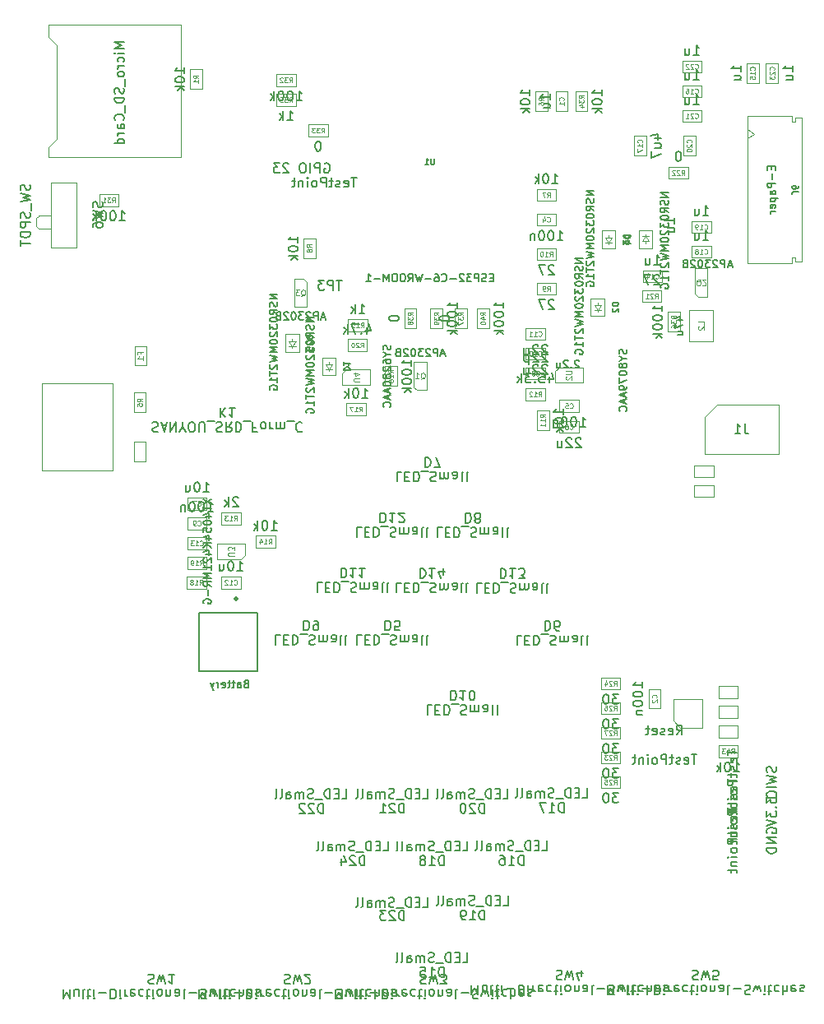
<source format=gbr>
%TF.GenerationSoftware,KiCad,Pcbnew,7.99.0-3134-gf47cc39208*%
%TF.CreationDate,2023-12-05T20:49:35+00:00*%
%TF.ProjectId,hh2024,68683230-3234-42e6-9b69-6361645f7063,rev?*%
%TF.SameCoordinates,Original*%
%TF.FileFunction,AssemblyDrawing,Bot*%
%FSLAX46Y46*%
G04 Gerber Fmt 4.6, Leading zero omitted, Abs format (unit mm)*
G04 Created by KiCad (PCBNEW 7.99.0-3134-gf47cc39208) date 2023-12-05 20:49:35*
%MOMM*%
%LPD*%
G01*
G04 APERTURE LIST*
%ADD10C,0.150000*%
%ADD11C,0.080000*%
%ADD12C,0.050000*%
%ADD13C,0.060000*%
%ADD14C,0.120000*%
%ADD15C,0.100000*%
%ADD16C,0.300000*%
%ADD17C,0.127000*%
G04 APERTURE END LIST*
D10*
X133032142Y-100795180D02*
X132555952Y-100795180D01*
X132555952Y-100795180D02*
X132555952Y-101795180D01*
X133365476Y-101318990D02*
X133698809Y-101318990D01*
X133841666Y-100795180D02*
X133365476Y-100795180D01*
X133365476Y-100795180D02*
X133365476Y-101795180D01*
X133365476Y-101795180D02*
X133841666Y-101795180D01*
X134270238Y-100795180D02*
X134270238Y-101795180D01*
X134270238Y-101795180D02*
X134508333Y-101795180D01*
X134508333Y-101795180D02*
X134651190Y-101747561D01*
X134651190Y-101747561D02*
X134746428Y-101652323D01*
X134746428Y-101652323D02*
X134794047Y-101557085D01*
X134794047Y-101557085D02*
X134841666Y-101366609D01*
X134841666Y-101366609D02*
X134841666Y-101223752D01*
X134841666Y-101223752D02*
X134794047Y-101033276D01*
X134794047Y-101033276D02*
X134746428Y-100938038D01*
X134746428Y-100938038D02*
X134651190Y-100842800D01*
X134651190Y-100842800D02*
X134508333Y-100795180D01*
X134508333Y-100795180D02*
X134270238Y-100795180D01*
X135032143Y-100699942D02*
X135794047Y-100699942D01*
X135984524Y-100842800D02*
X136127381Y-100795180D01*
X136127381Y-100795180D02*
X136365476Y-100795180D01*
X136365476Y-100795180D02*
X136460714Y-100842800D01*
X136460714Y-100842800D02*
X136508333Y-100890419D01*
X136508333Y-100890419D02*
X136555952Y-100985657D01*
X136555952Y-100985657D02*
X136555952Y-101080895D01*
X136555952Y-101080895D02*
X136508333Y-101176133D01*
X136508333Y-101176133D02*
X136460714Y-101223752D01*
X136460714Y-101223752D02*
X136365476Y-101271371D01*
X136365476Y-101271371D02*
X136175000Y-101318990D01*
X136175000Y-101318990D02*
X136079762Y-101366609D01*
X136079762Y-101366609D02*
X136032143Y-101414228D01*
X136032143Y-101414228D02*
X135984524Y-101509466D01*
X135984524Y-101509466D02*
X135984524Y-101604704D01*
X135984524Y-101604704D02*
X136032143Y-101699942D01*
X136032143Y-101699942D02*
X136079762Y-101747561D01*
X136079762Y-101747561D02*
X136175000Y-101795180D01*
X136175000Y-101795180D02*
X136413095Y-101795180D01*
X136413095Y-101795180D02*
X136555952Y-101747561D01*
X136984524Y-100795180D02*
X136984524Y-101461847D01*
X136984524Y-101366609D02*
X137032143Y-101414228D01*
X137032143Y-101414228D02*
X137127381Y-101461847D01*
X137127381Y-101461847D02*
X137270238Y-101461847D01*
X137270238Y-101461847D02*
X137365476Y-101414228D01*
X137365476Y-101414228D02*
X137413095Y-101318990D01*
X137413095Y-101318990D02*
X137413095Y-100795180D01*
X137413095Y-101318990D02*
X137460714Y-101414228D01*
X137460714Y-101414228D02*
X137555952Y-101461847D01*
X137555952Y-101461847D02*
X137698809Y-101461847D01*
X137698809Y-101461847D02*
X137794048Y-101414228D01*
X137794048Y-101414228D02*
X137841667Y-101318990D01*
X137841667Y-101318990D02*
X137841667Y-100795180D01*
X138746428Y-100795180D02*
X138746428Y-101318990D01*
X138746428Y-101318990D02*
X138698809Y-101414228D01*
X138698809Y-101414228D02*
X138603571Y-101461847D01*
X138603571Y-101461847D02*
X138413095Y-101461847D01*
X138413095Y-101461847D02*
X138317857Y-101414228D01*
X138746428Y-100842800D02*
X138651190Y-100795180D01*
X138651190Y-100795180D02*
X138413095Y-100795180D01*
X138413095Y-100795180D02*
X138317857Y-100842800D01*
X138317857Y-100842800D02*
X138270238Y-100938038D01*
X138270238Y-100938038D02*
X138270238Y-101033276D01*
X138270238Y-101033276D02*
X138317857Y-101128514D01*
X138317857Y-101128514D02*
X138413095Y-101176133D01*
X138413095Y-101176133D02*
X138651190Y-101176133D01*
X138651190Y-101176133D02*
X138746428Y-101223752D01*
X139365476Y-100795180D02*
X139270238Y-100842800D01*
X139270238Y-100842800D02*
X139222619Y-100938038D01*
X139222619Y-100938038D02*
X139222619Y-101795180D01*
X139889286Y-100795180D02*
X139794048Y-100842800D01*
X139794048Y-100842800D02*
X139746429Y-100938038D01*
X139746429Y-100938038D02*
X139746429Y-101795180D01*
X135436905Y-99295180D02*
X135436905Y-100295180D01*
X135436905Y-100295180D02*
X135675000Y-100295180D01*
X135675000Y-100295180D02*
X135817857Y-100247561D01*
X135817857Y-100247561D02*
X135913095Y-100152323D01*
X135913095Y-100152323D02*
X135960714Y-100057085D01*
X135960714Y-100057085D02*
X136008333Y-99866609D01*
X136008333Y-99866609D02*
X136008333Y-99723752D01*
X136008333Y-99723752D02*
X135960714Y-99533276D01*
X135960714Y-99533276D02*
X135913095Y-99438038D01*
X135913095Y-99438038D02*
X135817857Y-99342800D01*
X135817857Y-99342800D02*
X135675000Y-99295180D01*
X135675000Y-99295180D02*
X135436905Y-99295180D01*
X136579762Y-99866609D02*
X136484524Y-99914228D01*
X136484524Y-99914228D02*
X136436905Y-99961847D01*
X136436905Y-99961847D02*
X136389286Y-100057085D01*
X136389286Y-100057085D02*
X136389286Y-100104704D01*
X136389286Y-100104704D02*
X136436905Y-100199942D01*
X136436905Y-100199942D02*
X136484524Y-100247561D01*
X136484524Y-100247561D02*
X136579762Y-100295180D01*
X136579762Y-100295180D02*
X136770238Y-100295180D01*
X136770238Y-100295180D02*
X136865476Y-100247561D01*
X136865476Y-100247561D02*
X136913095Y-100199942D01*
X136913095Y-100199942D02*
X136960714Y-100104704D01*
X136960714Y-100104704D02*
X136960714Y-100057085D01*
X136960714Y-100057085D02*
X136913095Y-99961847D01*
X136913095Y-99961847D02*
X136865476Y-99914228D01*
X136865476Y-99914228D02*
X136770238Y-99866609D01*
X136770238Y-99866609D02*
X136579762Y-99866609D01*
X136579762Y-99866609D02*
X136484524Y-99818990D01*
X136484524Y-99818990D02*
X136436905Y-99771371D01*
X136436905Y-99771371D02*
X136389286Y-99676133D01*
X136389286Y-99676133D02*
X136389286Y-99485657D01*
X136389286Y-99485657D02*
X136436905Y-99390419D01*
X136436905Y-99390419D02*
X136484524Y-99342800D01*
X136484524Y-99342800D02*
X136579762Y-99295180D01*
X136579762Y-99295180D02*
X136770238Y-99295180D01*
X136770238Y-99295180D02*
X136865476Y-99342800D01*
X136865476Y-99342800D02*
X136913095Y-99390419D01*
X136913095Y-99390419D02*
X136960714Y-99485657D01*
X136960714Y-99485657D02*
X136960714Y-99676133D01*
X136960714Y-99676133D02*
X136913095Y-99771371D01*
X136913095Y-99771371D02*
X136865476Y-99818990D01*
X136865476Y-99818990D02*
X136770238Y-99866609D01*
X151177523Y-125564819D02*
X150558476Y-125564819D01*
X150558476Y-125564819D02*
X150891809Y-125945771D01*
X150891809Y-125945771D02*
X150748952Y-125945771D01*
X150748952Y-125945771D02*
X150653714Y-125993390D01*
X150653714Y-125993390D02*
X150606095Y-126041009D01*
X150606095Y-126041009D02*
X150558476Y-126136247D01*
X150558476Y-126136247D02*
X150558476Y-126374342D01*
X150558476Y-126374342D02*
X150606095Y-126469580D01*
X150606095Y-126469580D02*
X150653714Y-126517200D01*
X150653714Y-126517200D02*
X150748952Y-126564819D01*
X150748952Y-126564819D02*
X151034666Y-126564819D01*
X151034666Y-126564819D02*
X151129904Y-126517200D01*
X151129904Y-126517200D02*
X151177523Y-126469580D01*
X149939428Y-125564819D02*
X149844190Y-125564819D01*
X149844190Y-125564819D02*
X149748952Y-125612438D01*
X149748952Y-125612438D02*
X149701333Y-125660057D01*
X149701333Y-125660057D02*
X149653714Y-125755295D01*
X149653714Y-125755295D02*
X149606095Y-125945771D01*
X149606095Y-125945771D02*
X149606095Y-126183866D01*
X149606095Y-126183866D02*
X149653714Y-126374342D01*
X149653714Y-126374342D02*
X149701333Y-126469580D01*
X149701333Y-126469580D02*
X149748952Y-126517200D01*
X149748952Y-126517200D02*
X149844190Y-126564819D01*
X149844190Y-126564819D02*
X149939428Y-126564819D01*
X149939428Y-126564819D02*
X150034666Y-126517200D01*
X150034666Y-126517200D02*
X150082285Y-126469580D01*
X150082285Y-126469580D02*
X150129904Y-126374342D01*
X150129904Y-126374342D02*
X150177523Y-126183866D01*
X150177523Y-126183866D02*
X150177523Y-125945771D01*
X150177523Y-125945771D02*
X150129904Y-125755295D01*
X150129904Y-125755295D02*
X150082285Y-125660057D01*
X150082285Y-125660057D02*
X150034666Y-125612438D01*
X150034666Y-125612438D02*
X149939428Y-125564819D01*
D11*
X150689428Y-124687149D02*
X150856094Y-124449054D01*
X150975142Y-124687149D02*
X150975142Y-124187149D01*
X150975142Y-124187149D02*
X150784666Y-124187149D01*
X150784666Y-124187149D02*
X150737047Y-124210959D01*
X150737047Y-124210959D02*
X150713237Y-124234768D01*
X150713237Y-124234768D02*
X150689428Y-124282387D01*
X150689428Y-124282387D02*
X150689428Y-124353816D01*
X150689428Y-124353816D02*
X150713237Y-124401435D01*
X150713237Y-124401435D02*
X150737047Y-124425244D01*
X150737047Y-124425244D02*
X150784666Y-124449054D01*
X150784666Y-124449054D02*
X150975142Y-124449054D01*
X150498951Y-124234768D02*
X150475142Y-124210959D01*
X150475142Y-124210959D02*
X150427523Y-124187149D01*
X150427523Y-124187149D02*
X150308475Y-124187149D01*
X150308475Y-124187149D02*
X150260856Y-124210959D01*
X150260856Y-124210959D02*
X150237047Y-124234768D01*
X150237047Y-124234768D02*
X150213237Y-124282387D01*
X150213237Y-124282387D02*
X150213237Y-124330006D01*
X150213237Y-124330006D02*
X150237047Y-124401435D01*
X150237047Y-124401435D02*
X150522761Y-124687149D01*
X150522761Y-124687149D02*
X150213237Y-124687149D01*
X150046571Y-124187149D02*
X149737047Y-124187149D01*
X149737047Y-124187149D02*
X149903714Y-124377625D01*
X149903714Y-124377625D02*
X149832285Y-124377625D01*
X149832285Y-124377625D02*
X149784666Y-124401435D01*
X149784666Y-124401435D02*
X149760857Y-124425244D01*
X149760857Y-124425244D02*
X149737047Y-124472863D01*
X149737047Y-124472863D02*
X149737047Y-124591911D01*
X149737047Y-124591911D02*
X149760857Y-124639530D01*
X149760857Y-124639530D02*
X149784666Y-124663340D01*
X149784666Y-124663340D02*
X149832285Y-124687149D01*
X149832285Y-124687149D02*
X149975142Y-124687149D01*
X149975142Y-124687149D02*
X150022761Y-124663340D01*
X150022761Y-124663340D02*
X150046571Y-124639530D01*
D10*
X108025761Y-148308180D02*
X108025761Y-149308180D01*
X108025761Y-149308180D02*
X108359094Y-148593895D01*
X108359094Y-148593895D02*
X108692427Y-149308180D01*
X108692427Y-149308180D02*
X108692427Y-148308180D01*
X109597189Y-148974847D02*
X109597189Y-148308180D01*
X109168618Y-148974847D02*
X109168618Y-148451038D01*
X109168618Y-148451038D02*
X109216237Y-148355800D01*
X109216237Y-148355800D02*
X109311475Y-148308180D01*
X109311475Y-148308180D02*
X109454332Y-148308180D01*
X109454332Y-148308180D02*
X109549570Y-148355800D01*
X109549570Y-148355800D02*
X109597189Y-148403419D01*
X110216237Y-148308180D02*
X110120999Y-148355800D01*
X110120999Y-148355800D02*
X110073380Y-148451038D01*
X110073380Y-148451038D02*
X110073380Y-149308180D01*
X110454333Y-148974847D02*
X110835285Y-148974847D01*
X110597190Y-149308180D02*
X110597190Y-148451038D01*
X110597190Y-148451038D02*
X110644809Y-148355800D01*
X110644809Y-148355800D02*
X110740047Y-148308180D01*
X110740047Y-148308180D02*
X110835285Y-148308180D01*
X111168619Y-148308180D02*
X111168619Y-148974847D01*
X111168619Y-149308180D02*
X111121000Y-149260561D01*
X111121000Y-149260561D02*
X111168619Y-149212942D01*
X111168619Y-149212942D02*
X111216238Y-149260561D01*
X111216238Y-149260561D02*
X111168619Y-149308180D01*
X111168619Y-149308180D02*
X111168619Y-149212942D01*
X111644809Y-148689133D02*
X112406714Y-148689133D01*
X112882904Y-148308180D02*
X112882904Y-149308180D01*
X112882904Y-149308180D02*
X113120999Y-149308180D01*
X113120999Y-149308180D02*
X113263856Y-149260561D01*
X113263856Y-149260561D02*
X113359094Y-149165323D01*
X113359094Y-149165323D02*
X113406713Y-149070085D01*
X113406713Y-149070085D02*
X113454332Y-148879609D01*
X113454332Y-148879609D02*
X113454332Y-148736752D01*
X113454332Y-148736752D02*
X113406713Y-148546276D01*
X113406713Y-148546276D02*
X113359094Y-148451038D01*
X113359094Y-148451038D02*
X113263856Y-148355800D01*
X113263856Y-148355800D02*
X113120999Y-148308180D01*
X113120999Y-148308180D02*
X112882904Y-148308180D01*
X113882904Y-148308180D02*
X113882904Y-148974847D01*
X113882904Y-149308180D02*
X113835285Y-149260561D01*
X113835285Y-149260561D02*
X113882904Y-149212942D01*
X113882904Y-149212942D02*
X113930523Y-149260561D01*
X113930523Y-149260561D02*
X113882904Y-149308180D01*
X113882904Y-149308180D02*
X113882904Y-149212942D01*
X114359094Y-148308180D02*
X114359094Y-148974847D01*
X114359094Y-148784371D02*
X114406713Y-148879609D01*
X114406713Y-148879609D02*
X114454332Y-148927228D01*
X114454332Y-148927228D02*
X114549570Y-148974847D01*
X114549570Y-148974847D02*
X114644808Y-148974847D01*
X115359094Y-148355800D02*
X115263856Y-148308180D01*
X115263856Y-148308180D02*
X115073380Y-148308180D01*
X115073380Y-148308180D02*
X114978142Y-148355800D01*
X114978142Y-148355800D02*
X114930523Y-148451038D01*
X114930523Y-148451038D02*
X114930523Y-148831990D01*
X114930523Y-148831990D02*
X114978142Y-148927228D01*
X114978142Y-148927228D02*
X115073380Y-148974847D01*
X115073380Y-148974847D02*
X115263856Y-148974847D01*
X115263856Y-148974847D02*
X115359094Y-148927228D01*
X115359094Y-148927228D02*
X115406713Y-148831990D01*
X115406713Y-148831990D02*
X115406713Y-148736752D01*
X115406713Y-148736752D02*
X114930523Y-148641514D01*
X116263856Y-148355800D02*
X116168618Y-148308180D01*
X116168618Y-148308180D02*
X115978142Y-148308180D01*
X115978142Y-148308180D02*
X115882904Y-148355800D01*
X115882904Y-148355800D02*
X115835285Y-148403419D01*
X115835285Y-148403419D02*
X115787666Y-148498657D01*
X115787666Y-148498657D02*
X115787666Y-148784371D01*
X115787666Y-148784371D02*
X115835285Y-148879609D01*
X115835285Y-148879609D02*
X115882904Y-148927228D01*
X115882904Y-148927228D02*
X115978142Y-148974847D01*
X115978142Y-148974847D02*
X116168618Y-148974847D01*
X116168618Y-148974847D02*
X116263856Y-148927228D01*
X116549571Y-148974847D02*
X116930523Y-148974847D01*
X116692428Y-149308180D02*
X116692428Y-148451038D01*
X116692428Y-148451038D02*
X116740047Y-148355800D01*
X116740047Y-148355800D02*
X116835285Y-148308180D01*
X116835285Y-148308180D02*
X116930523Y-148308180D01*
X117263857Y-148308180D02*
X117263857Y-148974847D01*
X117263857Y-149308180D02*
X117216238Y-149260561D01*
X117216238Y-149260561D02*
X117263857Y-149212942D01*
X117263857Y-149212942D02*
X117311476Y-149260561D01*
X117311476Y-149260561D02*
X117263857Y-149308180D01*
X117263857Y-149308180D02*
X117263857Y-149212942D01*
X117882904Y-148308180D02*
X117787666Y-148355800D01*
X117787666Y-148355800D02*
X117740047Y-148403419D01*
X117740047Y-148403419D02*
X117692428Y-148498657D01*
X117692428Y-148498657D02*
X117692428Y-148784371D01*
X117692428Y-148784371D02*
X117740047Y-148879609D01*
X117740047Y-148879609D02*
X117787666Y-148927228D01*
X117787666Y-148927228D02*
X117882904Y-148974847D01*
X117882904Y-148974847D02*
X118025761Y-148974847D01*
X118025761Y-148974847D02*
X118120999Y-148927228D01*
X118120999Y-148927228D02*
X118168618Y-148879609D01*
X118168618Y-148879609D02*
X118216237Y-148784371D01*
X118216237Y-148784371D02*
X118216237Y-148498657D01*
X118216237Y-148498657D02*
X118168618Y-148403419D01*
X118168618Y-148403419D02*
X118120999Y-148355800D01*
X118120999Y-148355800D02*
X118025761Y-148308180D01*
X118025761Y-148308180D02*
X117882904Y-148308180D01*
X118644809Y-148974847D02*
X118644809Y-148308180D01*
X118644809Y-148879609D02*
X118692428Y-148927228D01*
X118692428Y-148927228D02*
X118787666Y-148974847D01*
X118787666Y-148974847D02*
X118930523Y-148974847D01*
X118930523Y-148974847D02*
X119025761Y-148927228D01*
X119025761Y-148927228D02*
X119073380Y-148831990D01*
X119073380Y-148831990D02*
X119073380Y-148308180D01*
X119978142Y-148308180D02*
X119978142Y-148831990D01*
X119978142Y-148831990D02*
X119930523Y-148927228D01*
X119930523Y-148927228D02*
X119835285Y-148974847D01*
X119835285Y-148974847D02*
X119644809Y-148974847D01*
X119644809Y-148974847D02*
X119549571Y-148927228D01*
X119978142Y-148355800D02*
X119882904Y-148308180D01*
X119882904Y-148308180D02*
X119644809Y-148308180D01*
X119644809Y-148308180D02*
X119549571Y-148355800D01*
X119549571Y-148355800D02*
X119501952Y-148451038D01*
X119501952Y-148451038D02*
X119501952Y-148546276D01*
X119501952Y-148546276D02*
X119549571Y-148641514D01*
X119549571Y-148641514D02*
X119644809Y-148689133D01*
X119644809Y-148689133D02*
X119882904Y-148689133D01*
X119882904Y-148689133D02*
X119978142Y-148736752D01*
X120597190Y-148308180D02*
X120501952Y-148355800D01*
X120501952Y-148355800D02*
X120454333Y-148451038D01*
X120454333Y-148451038D02*
X120454333Y-149308180D01*
X120978143Y-148689133D02*
X121740048Y-148689133D01*
X122168619Y-148355800D02*
X122311476Y-148308180D01*
X122311476Y-148308180D02*
X122549571Y-148308180D01*
X122549571Y-148308180D02*
X122644809Y-148355800D01*
X122644809Y-148355800D02*
X122692428Y-148403419D01*
X122692428Y-148403419D02*
X122740047Y-148498657D01*
X122740047Y-148498657D02*
X122740047Y-148593895D01*
X122740047Y-148593895D02*
X122692428Y-148689133D01*
X122692428Y-148689133D02*
X122644809Y-148736752D01*
X122644809Y-148736752D02*
X122549571Y-148784371D01*
X122549571Y-148784371D02*
X122359095Y-148831990D01*
X122359095Y-148831990D02*
X122263857Y-148879609D01*
X122263857Y-148879609D02*
X122216238Y-148927228D01*
X122216238Y-148927228D02*
X122168619Y-149022466D01*
X122168619Y-149022466D02*
X122168619Y-149117704D01*
X122168619Y-149117704D02*
X122216238Y-149212942D01*
X122216238Y-149212942D02*
X122263857Y-149260561D01*
X122263857Y-149260561D02*
X122359095Y-149308180D01*
X122359095Y-149308180D02*
X122597190Y-149308180D01*
X122597190Y-149308180D02*
X122740047Y-149260561D01*
X123073381Y-148974847D02*
X123263857Y-148308180D01*
X123263857Y-148308180D02*
X123454333Y-148784371D01*
X123454333Y-148784371D02*
X123644809Y-148308180D01*
X123644809Y-148308180D02*
X123835285Y-148974847D01*
X124216238Y-148308180D02*
X124216238Y-148974847D01*
X124216238Y-149308180D02*
X124168619Y-149260561D01*
X124168619Y-149260561D02*
X124216238Y-149212942D01*
X124216238Y-149212942D02*
X124263857Y-149260561D01*
X124263857Y-149260561D02*
X124216238Y-149308180D01*
X124216238Y-149308180D02*
X124216238Y-149212942D01*
X124549571Y-148974847D02*
X124930523Y-148974847D01*
X124692428Y-149308180D02*
X124692428Y-148451038D01*
X124692428Y-148451038D02*
X124740047Y-148355800D01*
X124740047Y-148355800D02*
X124835285Y-148308180D01*
X124835285Y-148308180D02*
X124930523Y-148308180D01*
X125692428Y-148355800D02*
X125597190Y-148308180D01*
X125597190Y-148308180D02*
X125406714Y-148308180D01*
X125406714Y-148308180D02*
X125311476Y-148355800D01*
X125311476Y-148355800D02*
X125263857Y-148403419D01*
X125263857Y-148403419D02*
X125216238Y-148498657D01*
X125216238Y-148498657D02*
X125216238Y-148784371D01*
X125216238Y-148784371D02*
X125263857Y-148879609D01*
X125263857Y-148879609D02*
X125311476Y-148927228D01*
X125311476Y-148927228D02*
X125406714Y-148974847D01*
X125406714Y-148974847D02*
X125597190Y-148974847D01*
X125597190Y-148974847D02*
X125692428Y-148927228D01*
X126121000Y-148308180D02*
X126121000Y-149308180D01*
X126549571Y-148308180D02*
X126549571Y-148831990D01*
X126549571Y-148831990D02*
X126501952Y-148927228D01*
X126501952Y-148927228D02*
X126406714Y-148974847D01*
X126406714Y-148974847D02*
X126263857Y-148974847D01*
X126263857Y-148974847D02*
X126168619Y-148927228D01*
X126168619Y-148927228D02*
X126121000Y-148879609D01*
X127406714Y-148355800D02*
X127311476Y-148308180D01*
X127311476Y-148308180D02*
X127121000Y-148308180D01*
X127121000Y-148308180D02*
X127025762Y-148355800D01*
X127025762Y-148355800D02*
X126978143Y-148451038D01*
X126978143Y-148451038D02*
X126978143Y-148831990D01*
X126978143Y-148831990D02*
X127025762Y-148927228D01*
X127025762Y-148927228D02*
X127121000Y-148974847D01*
X127121000Y-148974847D02*
X127311476Y-148974847D01*
X127311476Y-148974847D02*
X127406714Y-148927228D01*
X127406714Y-148927228D02*
X127454333Y-148831990D01*
X127454333Y-148831990D02*
X127454333Y-148736752D01*
X127454333Y-148736752D02*
X126978143Y-148641514D01*
X127835286Y-148355800D02*
X127930524Y-148308180D01*
X127930524Y-148308180D02*
X128121000Y-148308180D01*
X128121000Y-148308180D02*
X128216238Y-148355800D01*
X128216238Y-148355800D02*
X128263857Y-148451038D01*
X128263857Y-148451038D02*
X128263857Y-148498657D01*
X128263857Y-148498657D02*
X128216238Y-148593895D01*
X128216238Y-148593895D02*
X128121000Y-148641514D01*
X128121000Y-148641514D02*
X127978143Y-148641514D01*
X127978143Y-148641514D02*
X127882905Y-148689133D01*
X127882905Y-148689133D02*
X127835286Y-148784371D01*
X127835286Y-148784371D02*
X127835286Y-148831990D01*
X127835286Y-148831990D02*
X127882905Y-148927228D01*
X127882905Y-148927228D02*
X127978143Y-148974847D01*
X127978143Y-148974847D02*
X128121000Y-148974847D01*
X128121000Y-148974847D02*
X128216238Y-148927228D01*
X116787667Y-146831800D02*
X116930524Y-146784180D01*
X116930524Y-146784180D02*
X117168619Y-146784180D01*
X117168619Y-146784180D02*
X117263857Y-146831800D01*
X117263857Y-146831800D02*
X117311476Y-146879419D01*
X117311476Y-146879419D02*
X117359095Y-146974657D01*
X117359095Y-146974657D02*
X117359095Y-147069895D01*
X117359095Y-147069895D02*
X117311476Y-147165133D01*
X117311476Y-147165133D02*
X117263857Y-147212752D01*
X117263857Y-147212752D02*
X117168619Y-147260371D01*
X117168619Y-147260371D02*
X116978143Y-147307990D01*
X116978143Y-147307990D02*
X116882905Y-147355609D01*
X116882905Y-147355609D02*
X116835286Y-147403228D01*
X116835286Y-147403228D02*
X116787667Y-147498466D01*
X116787667Y-147498466D02*
X116787667Y-147593704D01*
X116787667Y-147593704D02*
X116835286Y-147688942D01*
X116835286Y-147688942D02*
X116882905Y-147736561D01*
X116882905Y-147736561D02*
X116978143Y-147784180D01*
X116978143Y-147784180D02*
X117216238Y-147784180D01*
X117216238Y-147784180D02*
X117359095Y-147736561D01*
X117692429Y-147784180D02*
X117930524Y-146784180D01*
X117930524Y-146784180D02*
X118121000Y-147498466D01*
X118121000Y-147498466D02*
X118311476Y-146784180D01*
X118311476Y-146784180D02*
X118549572Y-147784180D01*
X118882905Y-147688942D02*
X118930524Y-147736561D01*
X118930524Y-147736561D02*
X119025762Y-147784180D01*
X119025762Y-147784180D02*
X119263857Y-147784180D01*
X119263857Y-147784180D02*
X119359095Y-147736561D01*
X119359095Y-147736561D02*
X119406714Y-147688942D01*
X119406714Y-147688942D02*
X119454333Y-147593704D01*
X119454333Y-147593704D02*
X119454333Y-147498466D01*
X119454333Y-147498466D02*
X119406714Y-147355609D01*
X119406714Y-147355609D02*
X118835286Y-146784180D01*
X118835286Y-146784180D02*
X119454333Y-146784180D01*
X147499295Y-73090713D02*
X146699295Y-73090713D01*
X146699295Y-73090713D02*
X147499295Y-73547856D01*
X147499295Y-73547856D02*
X146699295Y-73547856D01*
X147461200Y-73890712D02*
X147499295Y-74004998D01*
X147499295Y-74004998D02*
X147499295Y-74195474D01*
X147499295Y-74195474D02*
X147461200Y-74271665D01*
X147461200Y-74271665D02*
X147423104Y-74309760D01*
X147423104Y-74309760D02*
X147346914Y-74347855D01*
X147346914Y-74347855D02*
X147270723Y-74347855D01*
X147270723Y-74347855D02*
X147194533Y-74309760D01*
X147194533Y-74309760D02*
X147156438Y-74271665D01*
X147156438Y-74271665D02*
X147118342Y-74195474D01*
X147118342Y-74195474D02*
X147080247Y-74043093D01*
X147080247Y-74043093D02*
X147042152Y-73966903D01*
X147042152Y-73966903D02*
X147004057Y-73928808D01*
X147004057Y-73928808D02*
X146927866Y-73890712D01*
X146927866Y-73890712D02*
X146851676Y-73890712D01*
X146851676Y-73890712D02*
X146775485Y-73928808D01*
X146775485Y-73928808D02*
X146737390Y-73966903D01*
X146737390Y-73966903D02*
X146699295Y-74043093D01*
X146699295Y-74043093D02*
X146699295Y-74233570D01*
X146699295Y-74233570D02*
X146737390Y-74347855D01*
X147499295Y-75147856D02*
X147118342Y-74881189D01*
X147499295Y-74690713D02*
X146699295Y-74690713D01*
X146699295Y-74690713D02*
X146699295Y-74995475D01*
X146699295Y-74995475D02*
X146737390Y-75071665D01*
X146737390Y-75071665D02*
X146775485Y-75109760D01*
X146775485Y-75109760D02*
X146851676Y-75147856D01*
X146851676Y-75147856D02*
X146965961Y-75147856D01*
X146965961Y-75147856D02*
X147042152Y-75109760D01*
X147042152Y-75109760D02*
X147080247Y-75071665D01*
X147080247Y-75071665D02*
X147118342Y-74995475D01*
X147118342Y-74995475D02*
X147118342Y-74690713D01*
X146699295Y-75643094D02*
X146699295Y-75719284D01*
X146699295Y-75719284D02*
X146737390Y-75795475D01*
X146737390Y-75795475D02*
X146775485Y-75833570D01*
X146775485Y-75833570D02*
X146851676Y-75871665D01*
X146851676Y-75871665D02*
X147004057Y-75909760D01*
X147004057Y-75909760D02*
X147194533Y-75909760D01*
X147194533Y-75909760D02*
X147346914Y-75871665D01*
X147346914Y-75871665D02*
X147423104Y-75833570D01*
X147423104Y-75833570D02*
X147461200Y-75795475D01*
X147461200Y-75795475D02*
X147499295Y-75719284D01*
X147499295Y-75719284D02*
X147499295Y-75643094D01*
X147499295Y-75643094D02*
X147461200Y-75566903D01*
X147461200Y-75566903D02*
X147423104Y-75528808D01*
X147423104Y-75528808D02*
X147346914Y-75490713D01*
X147346914Y-75490713D02*
X147194533Y-75452617D01*
X147194533Y-75452617D02*
X147004057Y-75452617D01*
X147004057Y-75452617D02*
X146851676Y-75490713D01*
X146851676Y-75490713D02*
X146775485Y-75528808D01*
X146775485Y-75528808D02*
X146737390Y-75566903D01*
X146737390Y-75566903D02*
X146699295Y-75643094D01*
X146699295Y-76176427D02*
X146699295Y-76671665D01*
X146699295Y-76671665D02*
X147004057Y-76404999D01*
X147004057Y-76404999D02*
X147004057Y-76519284D01*
X147004057Y-76519284D02*
X147042152Y-76595475D01*
X147042152Y-76595475D02*
X147080247Y-76633570D01*
X147080247Y-76633570D02*
X147156438Y-76671665D01*
X147156438Y-76671665D02*
X147346914Y-76671665D01*
X147346914Y-76671665D02*
X147423104Y-76633570D01*
X147423104Y-76633570D02*
X147461200Y-76595475D01*
X147461200Y-76595475D02*
X147499295Y-76519284D01*
X147499295Y-76519284D02*
X147499295Y-76290713D01*
X147499295Y-76290713D02*
X147461200Y-76214522D01*
X147461200Y-76214522D02*
X147423104Y-76176427D01*
X146775485Y-76976427D02*
X146737390Y-77014523D01*
X146737390Y-77014523D02*
X146699295Y-77090713D01*
X146699295Y-77090713D02*
X146699295Y-77281189D01*
X146699295Y-77281189D02*
X146737390Y-77357380D01*
X146737390Y-77357380D02*
X146775485Y-77395475D01*
X146775485Y-77395475D02*
X146851676Y-77433570D01*
X146851676Y-77433570D02*
X146927866Y-77433570D01*
X146927866Y-77433570D02*
X147042152Y-77395475D01*
X147042152Y-77395475D02*
X147499295Y-76938332D01*
X147499295Y-76938332D02*
X147499295Y-77433570D01*
X146699295Y-77928809D02*
X146699295Y-78004999D01*
X146699295Y-78004999D02*
X146737390Y-78081190D01*
X146737390Y-78081190D02*
X146775485Y-78119285D01*
X146775485Y-78119285D02*
X146851676Y-78157380D01*
X146851676Y-78157380D02*
X147004057Y-78195475D01*
X147004057Y-78195475D02*
X147194533Y-78195475D01*
X147194533Y-78195475D02*
X147346914Y-78157380D01*
X147346914Y-78157380D02*
X147423104Y-78119285D01*
X147423104Y-78119285D02*
X147461200Y-78081190D01*
X147461200Y-78081190D02*
X147499295Y-78004999D01*
X147499295Y-78004999D02*
X147499295Y-77928809D01*
X147499295Y-77928809D02*
X147461200Y-77852618D01*
X147461200Y-77852618D02*
X147423104Y-77814523D01*
X147423104Y-77814523D02*
X147346914Y-77776428D01*
X147346914Y-77776428D02*
X147194533Y-77738332D01*
X147194533Y-77738332D02*
X147004057Y-77738332D01*
X147004057Y-77738332D02*
X146851676Y-77776428D01*
X146851676Y-77776428D02*
X146775485Y-77814523D01*
X146775485Y-77814523D02*
X146737390Y-77852618D01*
X146737390Y-77852618D02*
X146699295Y-77928809D01*
X147499295Y-78538333D02*
X146699295Y-78538333D01*
X146699295Y-78538333D02*
X147270723Y-78804999D01*
X147270723Y-78804999D02*
X146699295Y-79071666D01*
X146699295Y-79071666D02*
X147499295Y-79071666D01*
X146699295Y-79376428D02*
X147499295Y-79566904D01*
X147499295Y-79566904D02*
X146927866Y-79719285D01*
X146927866Y-79719285D02*
X147499295Y-79871666D01*
X147499295Y-79871666D02*
X146699295Y-80062143D01*
X146775485Y-80328809D02*
X146737390Y-80366905D01*
X146737390Y-80366905D02*
X146699295Y-80443095D01*
X146699295Y-80443095D02*
X146699295Y-80633571D01*
X146699295Y-80633571D02*
X146737390Y-80709762D01*
X146737390Y-80709762D02*
X146775485Y-80747857D01*
X146775485Y-80747857D02*
X146851676Y-80785952D01*
X146851676Y-80785952D02*
X146927866Y-80785952D01*
X146927866Y-80785952D02*
X147042152Y-80747857D01*
X147042152Y-80747857D02*
X147499295Y-80290714D01*
X147499295Y-80290714D02*
X147499295Y-80785952D01*
X146699295Y-81014524D02*
X146699295Y-81471667D01*
X147499295Y-81243095D02*
X146699295Y-81243095D01*
X147499295Y-82157381D02*
X147499295Y-81700238D01*
X147499295Y-81928810D02*
X146699295Y-81928810D01*
X146699295Y-81928810D02*
X146813580Y-81852619D01*
X146813580Y-81852619D02*
X146889771Y-81776429D01*
X146889771Y-81776429D02*
X146927866Y-81700238D01*
X146737390Y-82919286D02*
X146699295Y-82843096D01*
X146699295Y-82843096D02*
X146699295Y-82728810D01*
X146699295Y-82728810D02*
X146737390Y-82614524D01*
X146737390Y-82614524D02*
X146813580Y-82538334D01*
X146813580Y-82538334D02*
X146889771Y-82500239D01*
X146889771Y-82500239D02*
X147042152Y-82462143D01*
X147042152Y-82462143D02*
X147156438Y-82462143D01*
X147156438Y-82462143D02*
X147308819Y-82500239D01*
X147308819Y-82500239D02*
X147385009Y-82538334D01*
X147385009Y-82538334D02*
X147461200Y-82614524D01*
X147461200Y-82614524D02*
X147499295Y-82728810D01*
X147499295Y-82728810D02*
X147499295Y-82805001D01*
X147499295Y-82805001D02*
X147461200Y-82919286D01*
X147461200Y-82919286D02*
X147423104Y-82957382D01*
X147423104Y-82957382D02*
X147156438Y-82957382D01*
X147156438Y-82957382D02*
X147156438Y-82805001D01*
X151156771Y-77662143D02*
X150556771Y-77662143D01*
X150556771Y-77662143D02*
X150556771Y-77805000D01*
X150556771Y-77805000D02*
X150585342Y-77890714D01*
X150585342Y-77890714D02*
X150642485Y-77947857D01*
X150642485Y-77947857D02*
X150699628Y-77976428D01*
X150699628Y-77976428D02*
X150813914Y-78005000D01*
X150813914Y-78005000D02*
X150899628Y-78005000D01*
X150899628Y-78005000D02*
X151013914Y-77976428D01*
X151013914Y-77976428D02*
X151071057Y-77947857D01*
X151071057Y-77947857D02*
X151128200Y-77890714D01*
X151128200Y-77890714D02*
X151156771Y-77805000D01*
X151156771Y-77805000D02*
X151156771Y-77662143D01*
X150613914Y-78233571D02*
X150585342Y-78262143D01*
X150585342Y-78262143D02*
X150556771Y-78319286D01*
X150556771Y-78319286D02*
X150556771Y-78462143D01*
X150556771Y-78462143D02*
X150585342Y-78519286D01*
X150585342Y-78519286D02*
X150613914Y-78547857D01*
X150613914Y-78547857D02*
X150671057Y-78576428D01*
X150671057Y-78576428D02*
X150728200Y-78576428D01*
X150728200Y-78576428D02*
X150813914Y-78547857D01*
X150813914Y-78547857D02*
X151156771Y-78205000D01*
X151156771Y-78205000D02*
X151156771Y-78576428D01*
X144359238Y-65352819D02*
X144930666Y-65352819D01*
X144644952Y-65352819D02*
X144644952Y-64352819D01*
X144644952Y-64352819D02*
X144740190Y-64495676D01*
X144740190Y-64495676D02*
X144835428Y-64590914D01*
X144835428Y-64590914D02*
X144930666Y-64638533D01*
X143740190Y-64352819D02*
X143644952Y-64352819D01*
X143644952Y-64352819D02*
X143549714Y-64400438D01*
X143549714Y-64400438D02*
X143502095Y-64448057D01*
X143502095Y-64448057D02*
X143454476Y-64543295D01*
X143454476Y-64543295D02*
X143406857Y-64733771D01*
X143406857Y-64733771D02*
X143406857Y-64971866D01*
X143406857Y-64971866D02*
X143454476Y-65162342D01*
X143454476Y-65162342D02*
X143502095Y-65257580D01*
X143502095Y-65257580D02*
X143549714Y-65305200D01*
X143549714Y-65305200D02*
X143644952Y-65352819D01*
X143644952Y-65352819D02*
X143740190Y-65352819D01*
X143740190Y-65352819D02*
X143835428Y-65305200D01*
X143835428Y-65305200D02*
X143883047Y-65257580D01*
X143883047Y-65257580D02*
X143930666Y-65162342D01*
X143930666Y-65162342D02*
X143978285Y-64971866D01*
X143978285Y-64971866D02*
X143978285Y-64733771D01*
X143978285Y-64733771D02*
X143930666Y-64543295D01*
X143930666Y-64543295D02*
X143883047Y-64448057D01*
X143883047Y-64448057D02*
X143835428Y-64400438D01*
X143835428Y-64400438D02*
X143740190Y-64352819D01*
X142978285Y-65352819D02*
X142978285Y-64352819D01*
X142883047Y-64971866D02*
X142597333Y-65352819D01*
X142597333Y-64686152D02*
X142978285Y-65067104D01*
D11*
X143847333Y-66775149D02*
X144013999Y-66537054D01*
X144133047Y-66775149D02*
X144133047Y-66275149D01*
X144133047Y-66275149D02*
X143942571Y-66275149D01*
X143942571Y-66275149D02*
X143894952Y-66298959D01*
X143894952Y-66298959D02*
X143871142Y-66322768D01*
X143871142Y-66322768D02*
X143847333Y-66370387D01*
X143847333Y-66370387D02*
X143847333Y-66441816D01*
X143847333Y-66441816D02*
X143871142Y-66489435D01*
X143871142Y-66489435D02*
X143894952Y-66513244D01*
X143894952Y-66513244D02*
X143942571Y-66537054D01*
X143942571Y-66537054D02*
X144133047Y-66537054D01*
X143680666Y-66275149D02*
X143347333Y-66275149D01*
X143347333Y-66275149D02*
X143561618Y-66775149D01*
D10*
X124737142Y-100775180D02*
X124260952Y-100775180D01*
X124260952Y-100775180D02*
X124260952Y-101775180D01*
X125070476Y-101298990D02*
X125403809Y-101298990D01*
X125546666Y-100775180D02*
X125070476Y-100775180D01*
X125070476Y-100775180D02*
X125070476Y-101775180D01*
X125070476Y-101775180D02*
X125546666Y-101775180D01*
X125975238Y-100775180D02*
X125975238Y-101775180D01*
X125975238Y-101775180D02*
X126213333Y-101775180D01*
X126213333Y-101775180D02*
X126356190Y-101727561D01*
X126356190Y-101727561D02*
X126451428Y-101632323D01*
X126451428Y-101632323D02*
X126499047Y-101537085D01*
X126499047Y-101537085D02*
X126546666Y-101346609D01*
X126546666Y-101346609D02*
X126546666Y-101203752D01*
X126546666Y-101203752D02*
X126499047Y-101013276D01*
X126499047Y-101013276D02*
X126451428Y-100918038D01*
X126451428Y-100918038D02*
X126356190Y-100822800D01*
X126356190Y-100822800D02*
X126213333Y-100775180D01*
X126213333Y-100775180D02*
X125975238Y-100775180D01*
X126737143Y-100679942D02*
X127499047Y-100679942D01*
X127689524Y-100822800D02*
X127832381Y-100775180D01*
X127832381Y-100775180D02*
X128070476Y-100775180D01*
X128070476Y-100775180D02*
X128165714Y-100822800D01*
X128165714Y-100822800D02*
X128213333Y-100870419D01*
X128213333Y-100870419D02*
X128260952Y-100965657D01*
X128260952Y-100965657D02*
X128260952Y-101060895D01*
X128260952Y-101060895D02*
X128213333Y-101156133D01*
X128213333Y-101156133D02*
X128165714Y-101203752D01*
X128165714Y-101203752D02*
X128070476Y-101251371D01*
X128070476Y-101251371D02*
X127880000Y-101298990D01*
X127880000Y-101298990D02*
X127784762Y-101346609D01*
X127784762Y-101346609D02*
X127737143Y-101394228D01*
X127737143Y-101394228D02*
X127689524Y-101489466D01*
X127689524Y-101489466D02*
X127689524Y-101584704D01*
X127689524Y-101584704D02*
X127737143Y-101679942D01*
X127737143Y-101679942D02*
X127784762Y-101727561D01*
X127784762Y-101727561D02*
X127880000Y-101775180D01*
X127880000Y-101775180D02*
X128118095Y-101775180D01*
X128118095Y-101775180D02*
X128260952Y-101727561D01*
X128689524Y-100775180D02*
X128689524Y-101441847D01*
X128689524Y-101346609D02*
X128737143Y-101394228D01*
X128737143Y-101394228D02*
X128832381Y-101441847D01*
X128832381Y-101441847D02*
X128975238Y-101441847D01*
X128975238Y-101441847D02*
X129070476Y-101394228D01*
X129070476Y-101394228D02*
X129118095Y-101298990D01*
X129118095Y-101298990D02*
X129118095Y-100775180D01*
X129118095Y-101298990D02*
X129165714Y-101394228D01*
X129165714Y-101394228D02*
X129260952Y-101441847D01*
X129260952Y-101441847D02*
X129403809Y-101441847D01*
X129403809Y-101441847D02*
X129499048Y-101394228D01*
X129499048Y-101394228D02*
X129546667Y-101298990D01*
X129546667Y-101298990D02*
X129546667Y-100775180D01*
X130451428Y-100775180D02*
X130451428Y-101298990D01*
X130451428Y-101298990D02*
X130403809Y-101394228D01*
X130403809Y-101394228D02*
X130308571Y-101441847D01*
X130308571Y-101441847D02*
X130118095Y-101441847D01*
X130118095Y-101441847D02*
X130022857Y-101394228D01*
X130451428Y-100822800D02*
X130356190Y-100775180D01*
X130356190Y-100775180D02*
X130118095Y-100775180D01*
X130118095Y-100775180D02*
X130022857Y-100822800D01*
X130022857Y-100822800D02*
X129975238Y-100918038D01*
X129975238Y-100918038D02*
X129975238Y-101013276D01*
X129975238Y-101013276D02*
X130022857Y-101108514D01*
X130022857Y-101108514D02*
X130118095Y-101156133D01*
X130118095Y-101156133D02*
X130356190Y-101156133D01*
X130356190Y-101156133D02*
X130451428Y-101203752D01*
X131070476Y-100775180D02*
X130975238Y-100822800D01*
X130975238Y-100822800D02*
X130927619Y-100918038D01*
X130927619Y-100918038D02*
X130927619Y-101775180D01*
X131594286Y-100775180D02*
X131499048Y-100822800D01*
X131499048Y-100822800D02*
X131451429Y-100918038D01*
X131451429Y-100918038D02*
X131451429Y-101775180D01*
X126665714Y-99275180D02*
X126665714Y-100275180D01*
X126665714Y-100275180D02*
X126903809Y-100275180D01*
X126903809Y-100275180D02*
X127046666Y-100227561D01*
X127046666Y-100227561D02*
X127141904Y-100132323D01*
X127141904Y-100132323D02*
X127189523Y-100037085D01*
X127189523Y-100037085D02*
X127237142Y-99846609D01*
X127237142Y-99846609D02*
X127237142Y-99703752D01*
X127237142Y-99703752D02*
X127189523Y-99513276D01*
X127189523Y-99513276D02*
X127141904Y-99418038D01*
X127141904Y-99418038D02*
X127046666Y-99322800D01*
X127046666Y-99322800D02*
X126903809Y-99275180D01*
X126903809Y-99275180D02*
X126665714Y-99275180D01*
X128189523Y-99275180D02*
X127618095Y-99275180D01*
X127903809Y-99275180D02*
X127903809Y-100275180D01*
X127903809Y-100275180D02*
X127808571Y-100132323D01*
X127808571Y-100132323D02*
X127713333Y-100037085D01*
X127713333Y-100037085D02*
X127618095Y-99989466D01*
X128570476Y-100179942D02*
X128618095Y-100227561D01*
X128618095Y-100227561D02*
X128713333Y-100275180D01*
X128713333Y-100275180D02*
X128951428Y-100275180D01*
X128951428Y-100275180D02*
X129046666Y-100227561D01*
X129046666Y-100227561D02*
X129094285Y-100179942D01*
X129094285Y-100179942D02*
X129141904Y-100084704D01*
X129141904Y-100084704D02*
X129141904Y-99989466D01*
X129141904Y-99989466D02*
X129094285Y-99846609D01*
X129094285Y-99846609D02*
X128522857Y-99275180D01*
X128522857Y-99275180D02*
X129141904Y-99275180D01*
X108440557Y-97096569D02*
X109011985Y-97096569D01*
X108726271Y-97096569D02*
X108726271Y-96096569D01*
X108726271Y-96096569D02*
X108821509Y-96239426D01*
X108821509Y-96239426D02*
X108916747Y-96334664D01*
X108916747Y-96334664D02*
X109011985Y-96382283D01*
X107821509Y-96096569D02*
X107726271Y-96096569D01*
X107726271Y-96096569D02*
X107631033Y-96144188D01*
X107631033Y-96144188D02*
X107583414Y-96191807D01*
X107583414Y-96191807D02*
X107535795Y-96287045D01*
X107535795Y-96287045D02*
X107488176Y-96477521D01*
X107488176Y-96477521D02*
X107488176Y-96715616D01*
X107488176Y-96715616D02*
X107535795Y-96906092D01*
X107535795Y-96906092D02*
X107583414Y-97001330D01*
X107583414Y-97001330D02*
X107631033Y-97048950D01*
X107631033Y-97048950D02*
X107726271Y-97096569D01*
X107726271Y-97096569D02*
X107821509Y-97096569D01*
X107821509Y-97096569D02*
X107916747Y-97048950D01*
X107916747Y-97048950D02*
X107964366Y-97001330D01*
X107964366Y-97001330D02*
X108011985Y-96906092D01*
X108011985Y-96906092D02*
X108059604Y-96715616D01*
X108059604Y-96715616D02*
X108059604Y-96477521D01*
X108059604Y-96477521D02*
X108011985Y-96287045D01*
X108011985Y-96287045D02*
X107964366Y-96191807D01*
X107964366Y-96191807D02*
X107916747Y-96144188D01*
X107916747Y-96144188D02*
X107821509Y-96096569D01*
X106631033Y-96429902D02*
X106631033Y-97096569D01*
X107059604Y-96429902D02*
X107059604Y-96953711D01*
X107059604Y-96953711D02*
X107011985Y-97048950D01*
X107011985Y-97048950D02*
X106916747Y-97096569D01*
X106916747Y-97096569D02*
X106773890Y-97096569D01*
X106773890Y-97096569D02*
X106678652Y-97048950D01*
X106678652Y-97048950D02*
X106631033Y-97001330D01*
D11*
X107881033Y-98501280D02*
X107904842Y-98525090D01*
X107904842Y-98525090D02*
X107976271Y-98548899D01*
X107976271Y-98548899D02*
X108023890Y-98548899D01*
X108023890Y-98548899D02*
X108095318Y-98525090D01*
X108095318Y-98525090D02*
X108142937Y-98477470D01*
X108142937Y-98477470D02*
X108166747Y-98429851D01*
X108166747Y-98429851D02*
X108190556Y-98334613D01*
X108190556Y-98334613D02*
X108190556Y-98263185D01*
X108190556Y-98263185D02*
X108166747Y-98167947D01*
X108166747Y-98167947D02*
X108142937Y-98120328D01*
X108142937Y-98120328D02*
X108095318Y-98072709D01*
X108095318Y-98072709D02*
X108023890Y-98048899D01*
X108023890Y-98048899D02*
X107976271Y-98048899D01*
X107976271Y-98048899D02*
X107904842Y-98072709D01*
X107904842Y-98072709D02*
X107881033Y-98096518D01*
X107714366Y-98048899D02*
X107381033Y-98048899D01*
X107381033Y-98048899D02*
X107595318Y-98548899D01*
D10*
X158916666Y-57194819D02*
X159488094Y-57194819D01*
X159202380Y-57194819D02*
X159202380Y-56194819D01*
X159202380Y-56194819D02*
X159297618Y-56337676D01*
X159297618Y-56337676D02*
X159392856Y-56432914D01*
X159392856Y-56432914D02*
X159488094Y-56480533D01*
X158059523Y-56528152D02*
X158059523Y-57194819D01*
X158488094Y-56528152D02*
X158488094Y-57051961D01*
X158488094Y-57051961D02*
X158440475Y-57147200D01*
X158440475Y-57147200D02*
X158345237Y-57194819D01*
X158345237Y-57194819D02*
X158202380Y-57194819D01*
X158202380Y-57194819D02*
X158107142Y-57147200D01*
X158107142Y-57147200D02*
X158059523Y-57099580D01*
D11*
X159071428Y-58599530D02*
X159095237Y-58623340D01*
X159095237Y-58623340D02*
X159166666Y-58647149D01*
X159166666Y-58647149D02*
X159214285Y-58647149D01*
X159214285Y-58647149D02*
X159285713Y-58623340D01*
X159285713Y-58623340D02*
X159333332Y-58575720D01*
X159333332Y-58575720D02*
X159357142Y-58528101D01*
X159357142Y-58528101D02*
X159380951Y-58432863D01*
X159380951Y-58432863D02*
X159380951Y-58361435D01*
X159380951Y-58361435D02*
X159357142Y-58266197D01*
X159357142Y-58266197D02*
X159333332Y-58218578D01*
X159333332Y-58218578D02*
X159285713Y-58170959D01*
X159285713Y-58170959D02*
X159214285Y-58147149D01*
X159214285Y-58147149D02*
X159166666Y-58147149D01*
X159166666Y-58147149D02*
X159095237Y-58170959D01*
X159095237Y-58170959D02*
X159071428Y-58194768D01*
X158880951Y-58194768D02*
X158857142Y-58170959D01*
X158857142Y-58170959D02*
X158809523Y-58147149D01*
X158809523Y-58147149D02*
X158690475Y-58147149D01*
X158690475Y-58147149D02*
X158642856Y-58170959D01*
X158642856Y-58170959D02*
X158619047Y-58194768D01*
X158619047Y-58194768D02*
X158595237Y-58242387D01*
X158595237Y-58242387D02*
X158595237Y-58290006D01*
X158595237Y-58290006D02*
X158619047Y-58361435D01*
X158619047Y-58361435D02*
X158904761Y-58647149D01*
X158904761Y-58647149D02*
X158595237Y-58647149D01*
X158119047Y-58647149D02*
X158404761Y-58647149D01*
X158261904Y-58647149D02*
X158261904Y-58147149D01*
X158261904Y-58147149D02*
X158309523Y-58218578D01*
X158309523Y-58218578D02*
X158357142Y-58266197D01*
X158357142Y-58266197D02*
X158404761Y-58290006D01*
D10*
X158916666Y-54654819D02*
X159488094Y-54654819D01*
X159202380Y-54654819D02*
X159202380Y-53654819D01*
X159202380Y-53654819D02*
X159297618Y-53797676D01*
X159297618Y-53797676D02*
X159392856Y-53892914D01*
X159392856Y-53892914D02*
X159488094Y-53940533D01*
X158059523Y-53988152D02*
X158059523Y-54654819D01*
X158488094Y-53988152D02*
X158488094Y-54511961D01*
X158488094Y-54511961D02*
X158440475Y-54607200D01*
X158440475Y-54607200D02*
X158345237Y-54654819D01*
X158345237Y-54654819D02*
X158202380Y-54654819D01*
X158202380Y-54654819D02*
X158107142Y-54607200D01*
X158107142Y-54607200D02*
X158059523Y-54559580D01*
D11*
X159071428Y-56059530D02*
X159095237Y-56083340D01*
X159095237Y-56083340D02*
X159166666Y-56107149D01*
X159166666Y-56107149D02*
X159214285Y-56107149D01*
X159214285Y-56107149D02*
X159285713Y-56083340D01*
X159285713Y-56083340D02*
X159333332Y-56035720D01*
X159333332Y-56035720D02*
X159357142Y-55988101D01*
X159357142Y-55988101D02*
X159380951Y-55892863D01*
X159380951Y-55892863D02*
X159380951Y-55821435D01*
X159380951Y-55821435D02*
X159357142Y-55726197D01*
X159357142Y-55726197D02*
X159333332Y-55678578D01*
X159333332Y-55678578D02*
X159285713Y-55630959D01*
X159285713Y-55630959D02*
X159214285Y-55607149D01*
X159214285Y-55607149D02*
X159166666Y-55607149D01*
X159166666Y-55607149D02*
X159095237Y-55630959D01*
X159095237Y-55630959D02*
X159071428Y-55654768D01*
X158595237Y-56107149D02*
X158880951Y-56107149D01*
X158738094Y-56107149D02*
X158738094Y-55607149D01*
X158738094Y-55607149D02*
X158785713Y-55678578D01*
X158785713Y-55678578D02*
X158833332Y-55726197D01*
X158833332Y-55726197D02*
X158880951Y-55750006D01*
X158166666Y-55607149D02*
X158261904Y-55607149D01*
X158261904Y-55607149D02*
X158309523Y-55630959D01*
X158309523Y-55630959D02*
X158333333Y-55654768D01*
X158333333Y-55654768D02*
X158380952Y-55726197D01*
X158380952Y-55726197D02*
X158404761Y-55821435D01*
X158404761Y-55821435D02*
X158404761Y-56011911D01*
X158404761Y-56011911D02*
X158380952Y-56059530D01*
X158380952Y-56059530D02*
X158357142Y-56083340D01*
X158357142Y-56083340D02*
X158309523Y-56107149D01*
X158309523Y-56107149D02*
X158214285Y-56107149D01*
X158214285Y-56107149D02*
X158166666Y-56083340D01*
X158166666Y-56083340D02*
X158142857Y-56059530D01*
X158142857Y-56059530D02*
X158119047Y-56011911D01*
X158119047Y-56011911D02*
X158119047Y-55892863D01*
X158119047Y-55892863D02*
X158142857Y-55845244D01*
X158142857Y-55845244D02*
X158166666Y-55821435D01*
X158166666Y-55821435D02*
X158214285Y-55797625D01*
X158214285Y-55797625D02*
X158309523Y-55797625D01*
X158309523Y-55797625D02*
X158357142Y-55821435D01*
X158357142Y-55821435D02*
X158380952Y-55845244D01*
X158380952Y-55845244D02*
X158404761Y-55892863D01*
X108042928Y-106676899D02*
X108209594Y-106438804D01*
X108328642Y-106676899D02*
X108328642Y-106176899D01*
X108328642Y-106176899D02*
X108138166Y-106176899D01*
X108138166Y-106176899D02*
X108090547Y-106200709D01*
X108090547Y-106200709D02*
X108066737Y-106224518D01*
X108066737Y-106224518D02*
X108042928Y-106272137D01*
X108042928Y-106272137D02*
X108042928Y-106343566D01*
X108042928Y-106343566D02*
X108066737Y-106391185D01*
X108066737Y-106391185D02*
X108090547Y-106414994D01*
X108090547Y-106414994D02*
X108138166Y-106438804D01*
X108138166Y-106438804D02*
X108328642Y-106438804D01*
X107566737Y-106676899D02*
X107852451Y-106676899D01*
X107709594Y-106676899D02*
X107709594Y-106176899D01*
X107709594Y-106176899D02*
X107757213Y-106248328D01*
X107757213Y-106248328D02*
X107804832Y-106295947D01*
X107804832Y-106295947D02*
X107852451Y-106319756D01*
X107281023Y-106391185D02*
X107328642Y-106367375D01*
X107328642Y-106367375D02*
X107352452Y-106343566D01*
X107352452Y-106343566D02*
X107376261Y-106295947D01*
X107376261Y-106295947D02*
X107376261Y-106272137D01*
X107376261Y-106272137D02*
X107352452Y-106224518D01*
X107352452Y-106224518D02*
X107328642Y-106200709D01*
X107328642Y-106200709D02*
X107281023Y-106176899D01*
X107281023Y-106176899D02*
X107185785Y-106176899D01*
X107185785Y-106176899D02*
X107138166Y-106200709D01*
X107138166Y-106200709D02*
X107114357Y-106224518D01*
X107114357Y-106224518D02*
X107090547Y-106272137D01*
X107090547Y-106272137D02*
X107090547Y-106295947D01*
X107090547Y-106295947D02*
X107114357Y-106343566D01*
X107114357Y-106343566D02*
X107138166Y-106367375D01*
X107138166Y-106367375D02*
X107185785Y-106391185D01*
X107185785Y-106391185D02*
X107281023Y-106391185D01*
X107281023Y-106391185D02*
X107328642Y-106414994D01*
X107328642Y-106414994D02*
X107352452Y-106438804D01*
X107352452Y-106438804D02*
X107376261Y-106486423D01*
X107376261Y-106486423D02*
X107376261Y-106581661D01*
X107376261Y-106581661D02*
X107352452Y-106629280D01*
X107352452Y-106629280D02*
X107328642Y-106653090D01*
X107328642Y-106653090D02*
X107281023Y-106676899D01*
X107281023Y-106676899D02*
X107185785Y-106676899D01*
X107185785Y-106676899D02*
X107138166Y-106653090D01*
X107138166Y-106653090D02*
X107114357Y-106629280D01*
X107114357Y-106629280D02*
X107090547Y-106581661D01*
X107090547Y-106581661D02*
X107090547Y-106486423D01*
X107090547Y-106486423D02*
X107114357Y-106438804D01*
X107114357Y-106438804D02*
X107138166Y-106414994D01*
X107138166Y-106414994D02*
X107185785Y-106391185D01*
D10*
X158916666Y-52114819D02*
X159488094Y-52114819D01*
X159202380Y-52114819D02*
X159202380Y-51114819D01*
X159202380Y-51114819D02*
X159297618Y-51257676D01*
X159297618Y-51257676D02*
X159392856Y-51352914D01*
X159392856Y-51352914D02*
X159488094Y-51400533D01*
X158059523Y-51448152D02*
X158059523Y-52114819D01*
X158488094Y-51448152D02*
X158488094Y-51971961D01*
X158488094Y-51971961D02*
X158440475Y-52067200D01*
X158440475Y-52067200D02*
X158345237Y-52114819D01*
X158345237Y-52114819D02*
X158202380Y-52114819D01*
X158202380Y-52114819D02*
X158107142Y-52067200D01*
X158107142Y-52067200D02*
X158059523Y-52019580D01*
D11*
X159071428Y-53519530D02*
X159095237Y-53543340D01*
X159095237Y-53543340D02*
X159166666Y-53567149D01*
X159166666Y-53567149D02*
X159214285Y-53567149D01*
X159214285Y-53567149D02*
X159285713Y-53543340D01*
X159285713Y-53543340D02*
X159333332Y-53495720D01*
X159333332Y-53495720D02*
X159357142Y-53448101D01*
X159357142Y-53448101D02*
X159380951Y-53352863D01*
X159380951Y-53352863D02*
X159380951Y-53281435D01*
X159380951Y-53281435D02*
X159357142Y-53186197D01*
X159357142Y-53186197D02*
X159333332Y-53138578D01*
X159333332Y-53138578D02*
X159285713Y-53090959D01*
X159285713Y-53090959D02*
X159214285Y-53067149D01*
X159214285Y-53067149D02*
X159166666Y-53067149D01*
X159166666Y-53067149D02*
X159095237Y-53090959D01*
X159095237Y-53090959D02*
X159071428Y-53114768D01*
X158880951Y-53114768D02*
X158857142Y-53090959D01*
X158857142Y-53090959D02*
X158809523Y-53067149D01*
X158809523Y-53067149D02*
X158690475Y-53067149D01*
X158690475Y-53067149D02*
X158642856Y-53090959D01*
X158642856Y-53090959D02*
X158619047Y-53114768D01*
X158619047Y-53114768D02*
X158595237Y-53162387D01*
X158595237Y-53162387D02*
X158595237Y-53210006D01*
X158595237Y-53210006D02*
X158619047Y-53281435D01*
X158619047Y-53281435D02*
X158904761Y-53567149D01*
X158904761Y-53567149D02*
X158595237Y-53567149D01*
X158404761Y-53114768D02*
X158380952Y-53090959D01*
X158380952Y-53090959D02*
X158333333Y-53067149D01*
X158333333Y-53067149D02*
X158214285Y-53067149D01*
X158214285Y-53067149D02*
X158166666Y-53090959D01*
X158166666Y-53090959D02*
X158142857Y-53114768D01*
X158142857Y-53114768D02*
X158119047Y-53162387D01*
X158119047Y-53162387D02*
X158119047Y-53210006D01*
X158119047Y-53210006D02*
X158142857Y-53281435D01*
X158142857Y-53281435D02*
X158428571Y-53567149D01*
X158428571Y-53567149D02*
X158119047Y-53567149D01*
D10*
X134554819Y-78178571D02*
X134554819Y-77607143D01*
X134554819Y-77892857D02*
X133554819Y-77892857D01*
X133554819Y-77892857D02*
X133697676Y-77797619D01*
X133697676Y-77797619D02*
X133792914Y-77702381D01*
X133792914Y-77702381D02*
X133840533Y-77607143D01*
X133554819Y-78797619D02*
X133554819Y-78892857D01*
X133554819Y-78892857D02*
X133602438Y-78988095D01*
X133602438Y-78988095D02*
X133650057Y-79035714D01*
X133650057Y-79035714D02*
X133745295Y-79083333D01*
X133745295Y-79083333D02*
X133935771Y-79130952D01*
X133935771Y-79130952D02*
X134173866Y-79130952D01*
X134173866Y-79130952D02*
X134364342Y-79083333D01*
X134364342Y-79083333D02*
X134459580Y-79035714D01*
X134459580Y-79035714D02*
X134507200Y-78988095D01*
X134507200Y-78988095D02*
X134554819Y-78892857D01*
X134554819Y-78892857D02*
X134554819Y-78797619D01*
X134554819Y-78797619D02*
X134507200Y-78702381D01*
X134507200Y-78702381D02*
X134459580Y-78654762D01*
X134459580Y-78654762D02*
X134364342Y-78607143D01*
X134364342Y-78607143D02*
X134173866Y-78559524D01*
X134173866Y-78559524D02*
X133935771Y-78559524D01*
X133935771Y-78559524D02*
X133745295Y-78607143D01*
X133745295Y-78607143D02*
X133650057Y-78654762D01*
X133650057Y-78654762D02*
X133602438Y-78702381D01*
X133602438Y-78702381D02*
X133554819Y-78797619D01*
X133554819Y-79750000D02*
X133554819Y-79845238D01*
X133554819Y-79845238D02*
X133602438Y-79940476D01*
X133602438Y-79940476D02*
X133650057Y-79988095D01*
X133650057Y-79988095D02*
X133745295Y-80035714D01*
X133745295Y-80035714D02*
X133935771Y-80083333D01*
X133935771Y-80083333D02*
X134173866Y-80083333D01*
X134173866Y-80083333D02*
X134364342Y-80035714D01*
X134364342Y-80035714D02*
X134459580Y-79988095D01*
X134459580Y-79988095D02*
X134507200Y-79940476D01*
X134507200Y-79940476D02*
X134554819Y-79845238D01*
X134554819Y-79845238D02*
X134554819Y-79750000D01*
X134554819Y-79750000D02*
X134507200Y-79654762D01*
X134507200Y-79654762D02*
X134459580Y-79607143D01*
X134459580Y-79607143D02*
X134364342Y-79559524D01*
X134364342Y-79559524D02*
X134173866Y-79511905D01*
X134173866Y-79511905D02*
X133935771Y-79511905D01*
X133935771Y-79511905D02*
X133745295Y-79559524D01*
X133745295Y-79559524D02*
X133650057Y-79607143D01*
X133650057Y-79607143D02*
X133602438Y-79654762D01*
X133602438Y-79654762D02*
X133554819Y-79750000D01*
X134554819Y-80511905D02*
X133554819Y-80511905D01*
X134173866Y-80607143D02*
X134554819Y-80892857D01*
X133888152Y-80892857D02*
X134269104Y-80511905D01*
D11*
X132677149Y-78928571D02*
X132439054Y-78761905D01*
X132677149Y-78642857D02*
X132177149Y-78642857D01*
X132177149Y-78642857D02*
X132177149Y-78833333D01*
X132177149Y-78833333D02*
X132200959Y-78880952D01*
X132200959Y-78880952D02*
X132224768Y-78904762D01*
X132224768Y-78904762D02*
X132272387Y-78928571D01*
X132272387Y-78928571D02*
X132343816Y-78928571D01*
X132343816Y-78928571D02*
X132391435Y-78904762D01*
X132391435Y-78904762D02*
X132415244Y-78880952D01*
X132415244Y-78880952D02*
X132439054Y-78833333D01*
X132439054Y-78833333D02*
X132439054Y-78642857D01*
X132177149Y-79095238D02*
X132177149Y-79404762D01*
X132177149Y-79404762D02*
X132367625Y-79238095D01*
X132367625Y-79238095D02*
X132367625Y-79309524D01*
X132367625Y-79309524D02*
X132391435Y-79357143D01*
X132391435Y-79357143D02*
X132415244Y-79380952D01*
X132415244Y-79380952D02*
X132462863Y-79404762D01*
X132462863Y-79404762D02*
X132581911Y-79404762D01*
X132581911Y-79404762D02*
X132629530Y-79380952D01*
X132629530Y-79380952D02*
X132653340Y-79357143D01*
X132653340Y-79357143D02*
X132677149Y-79309524D01*
X132677149Y-79309524D02*
X132677149Y-79166667D01*
X132677149Y-79166667D02*
X132653340Y-79119048D01*
X132653340Y-79119048D02*
X132629530Y-79095238D01*
X132677149Y-79642857D02*
X132677149Y-79738095D01*
X132677149Y-79738095D02*
X132653340Y-79785714D01*
X132653340Y-79785714D02*
X132629530Y-79809523D01*
X132629530Y-79809523D02*
X132558101Y-79857142D01*
X132558101Y-79857142D02*
X132462863Y-79880952D01*
X132462863Y-79880952D02*
X132272387Y-79880952D01*
X132272387Y-79880952D02*
X132224768Y-79857142D01*
X132224768Y-79857142D02*
X132200959Y-79833333D01*
X132200959Y-79833333D02*
X132177149Y-79785714D01*
X132177149Y-79785714D02*
X132177149Y-79690476D01*
X132177149Y-79690476D02*
X132200959Y-79642857D01*
X132200959Y-79642857D02*
X132224768Y-79619047D01*
X132224768Y-79619047D02*
X132272387Y-79595238D01*
X132272387Y-79595238D02*
X132391435Y-79595238D01*
X132391435Y-79595238D02*
X132439054Y-79619047D01*
X132439054Y-79619047D02*
X132462863Y-79642857D01*
X132462863Y-79642857D02*
X132486673Y-79690476D01*
X132486673Y-79690476D02*
X132486673Y-79785714D01*
X132486673Y-79785714D02*
X132462863Y-79833333D01*
X132462863Y-79833333D02*
X132439054Y-79857142D01*
X132439054Y-79857142D02*
X132391435Y-79880952D01*
D10*
X122712857Y-128694819D02*
X123189047Y-128694819D01*
X123189047Y-128694819D02*
X123189047Y-127694819D01*
X122379523Y-128171009D02*
X122046190Y-128171009D01*
X121903333Y-128694819D02*
X122379523Y-128694819D01*
X122379523Y-128694819D02*
X122379523Y-127694819D01*
X122379523Y-127694819D02*
X121903333Y-127694819D01*
X121474761Y-128694819D02*
X121474761Y-127694819D01*
X121474761Y-127694819D02*
X121236666Y-127694819D01*
X121236666Y-127694819D02*
X121093809Y-127742438D01*
X121093809Y-127742438D02*
X120998571Y-127837676D01*
X120998571Y-127837676D02*
X120950952Y-127932914D01*
X120950952Y-127932914D02*
X120903333Y-128123390D01*
X120903333Y-128123390D02*
X120903333Y-128266247D01*
X120903333Y-128266247D02*
X120950952Y-128456723D01*
X120950952Y-128456723D02*
X120998571Y-128551961D01*
X120998571Y-128551961D02*
X121093809Y-128647200D01*
X121093809Y-128647200D02*
X121236666Y-128694819D01*
X121236666Y-128694819D02*
X121474761Y-128694819D01*
X120712857Y-128790057D02*
X119950952Y-128790057D01*
X119760475Y-128647200D02*
X119617618Y-128694819D01*
X119617618Y-128694819D02*
X119379523Y-128694819D01*
X119379523Y-128694819D02*
X119284285Y-128647200D01*
X119284285Y-128647200D02*
X119236666Y-128599580D01*
X119236666Y-128599580D02*
X119189047Y-128504342D01*
X119189047Y-128504342D02*
X119189047Y-128409104D01*
X119189047Y-128409104D02*
X119236666Y-128313866D01*
X119236666Y-128313866D02*
X119284285Y-128266247D01*
X119284285Y-128266247D02*
X119379523Y-128218628D01*
X119379523Y-128218628D02*
X119569999Y-128171009D01*
X119569999Y-128171009D02*
X119665237Y-128123390D01*
X119665237Y-128123390D02*
X119712856Y-128075771D01*
X119712856Y-128075771D02*
X119760475Y-127980533D01*
X119760475Y-127980533D02*
X119760475Y-127885295D01*
X119760475Y-127885295D02*
X119712856Y-127790057D01*
X119712856Y-127790057D02*
X119665237Y-127742438D01*
X119665237Y-127742438D02*
X119569999Y-127694819D01*
X119569999Y-127694819D02*
X119331904Y-127694819D01*
X119331904Y-127694819D02*
X119189047Y-127742438D01*
X118760475Y-128694819D02*
X118760475Y-128028152D01*
X118760475Y-128123390D02*
X118712856Y-128075771D01*
X118712856Y-128075771D02*
X118617618Y-128028152D01*
X118617618Y-128028152D02*
X118474761Y-128028152D01*
X118474761Y-128028152D02*
X118379523Y-128075771D01*
X118379523Y-128075771D02*
X118331904Y-128171009D01*
X118331904Y-128171009D02*
X118331904Y-128694819D01*
X118331904Y-128171009D02*
X118284285Y-128075771D01*
X118284285Y-128075771D02*
X118189047Y-128028152D01*
X118189047Y-128028152D02*
X118046190Y-128028152D01*
X118046190Y-128028152D02*
X117950951Y-128075771D01*
X117950951Y-128075771D02*
X117903332Y-128171009D01*
X117903332Y-128171009D02*
X117903332Y-128694819D01*
X116998571Y-128694819D02*
X116998571Y-128171009D01*
X116998571Y-128171009D02*
X117046190Y-128075771D01*
X117046190Y-128075771D02*
X117141428Y-128028152D01*
X117141428Y-128028152D02*
X117331904Y-128028152D01*
X117331904Y-128028152D02*
X117427142Y-128075771D01*
X116998571Y-128647200D02*
X117093809Y-128694819D01*
X117093809Y-128694819D02*
X117331904Y-128694819D01*
X117331904Y-128694819D02*
X117427142Y-128647200D01*
X117427142Y-128647200D02*
X117474761Y-128551961D01*
X117474761Y-128551961D02*
X117474761Y-128456723D01*
X117474761Y-128456723D02*
X117427142Y-128361485D01*
X117427142Y-128361485D02*
X117331904Y-128313866D01*
X117331904Y-128313866D02*
X117093809Y-128313866D01*
X117093809Y-128313866D02*
X116998571Y-128266247D01*
X116379523Y-128694819D02*
X116474761Y-128647200D01*
X116474761Y-128647200D02*
X116522380Y-128551961D01*
X116522380Y-128551961D02*
X116522380Y-127694819D01*
X115855713Y-128694819D02*
X115950951Y-128647200D01*
X115950951Y-128647200D02*
X115998570Y-128551961D01*
X115998570Y-128551961D02*
X115998570Y-127694819D01*
X120784285Y-130194819D02*
X120784285Y-129194819D01*
X120784285Y-129194819D02*
X120546190Y-129194819D01*
X120546190Y-129194819D02*
X120403333Y-129242438D01*
X120403333Y-129242438D02*
X120308095Y-129337676D01*
X120308095Y-129337676D02*
X120260476Y-129432914D01*
X120260476Y-129432914D02*
X120212857Y-129623390D01*
X120212857Y-129623390D02*
X120212857Y-129766247D01*
X120212857Y-129766247D02*
X120260476Y-129956723D01*
X120260476Y-129956723D02*
X120308095Y-130051961D01*
X120308095Y-130051961D02*
X120403333Y-130147200D01*
X120403333Y-130147200D02*
X120546190Y-130194819D01*
X120546190Y-130194819D02*
X120784285Y-130194819D01*
X119831904Y-129290057D02*
X119784285Y-129242438D01*
X119784285Y-129242438D02*
X119689047Y-129194819D01*
X119689047Y-129194819D02*
X119450952Y-129194819D01*
X119450952Y-129194819D02*
X119355714Y-129242438D01*
X119355714Y-129242438D02*
X119308095Y-129290057D01*
X119308095Y-129290057D02*
X119260476Y-129385295D01*
X119260476Y-129385295D02*
X119260476Y-129480533D01*
X119260476Y-129480533D02*
X119308095Y-129623390D01*
X119308095Y-129623390D02*
X119879523Y-130194819D01*
X119879523Y-130194819D02*
X119260476Y-130194819D01*
X118879523Y-129290057D02*
X118831904Y-129242438D01*
X118831904Y-129242438D02*
X118736666Y-129194819D01*
X118736666Y-129194819D02*
X118498571Y-129194819D01*
X118498571Y-129194819D02*
X118403333Y-129242438D01*
X118403333Y-129242438D02*
X118355714Y-129290057D01*
X118355714Y-129290057D02*
X118308095Y-129385295D01*
X118308095Y-129385295D02*
X118308095Y-129480533D01*
X118308095Y-129480533D02*
X118355714Y-129623390D01*
X118355714Y-129623390D02*
X118927142Y-130194819D01*
X118927142Y-130194819D02*
X118308095Y-130194819D01*
X124223333Y-64744819D02*
X123651905Y-64744819D01*
X123937619Y-65744819D02*
X123937619Y-64744819D01*
X122937619Y-65697200D02*
X123032857Y-65744819D01*
X123032857Y-65744819D02*
X123223333Y-65744819D01*
X123223333Y-65744819D02*
X123318571Y-65697200D01*
X123318571Y-65697200D02*
X123366190Y-65601961D01*
X123366190Y-65601961D02*
X123366190Y-65221009D01*
X123366190Y-65221009D02*
X123318571Y-65125771D01*
X123318571Y-65125771D02*
X123223333Y-65078152D01*
X123223333Y-65078152D02*
X123032857Y-65078152D01*
X123032857Y-65078152D02*
X122937619Y-65125771D01*
X122937619Y-65125771D02*
X122890000Y-65221009D01*
X122890000Y-65221009D02*
X122890000Y-65316247D01*
X122890000Y-65316247D02*
X123366190Y-65411485D01*
X122509047Y-65697200D02*
X122413809Y-65744819D01*
X122413809Y-65744819D02*
X122223333Y-65744819D01*
X122223333Y-65744819D02*
X122128095Y-65697200D01*
X122128095Y-65697200D02*
X122080476Y-65601961D01*
X122080476Y-65601961D02*
X122080476Y-65554342D01*
X122080476Y-65554342D02*
X122128095Y-65459104D01*
X122128095Y-65459104D02*
X122223333Y-65411485D01*
X122223333Y-65411485D02*
X122366190Y-65411485D01*
X122366190Y-65411485D02*
X122461428Y-65363866D01*
X122461428Y-65363866D02*
X122509047Y-65268628D01*
X122509047Y-65268628D02*
X122509047Y-65221009D01*
X122509047Y-65221009D02*
X122461428Y-65125771D01*
X122461428Y-65125771D02*
X122366190Y-65078152D01*
X122366190Y-65078152D02*
X122223333Y-65078152D01*
X122223333Y-65078152D02*
X122128095Y-65125771D01*
X121794761Y-65078152D02*
X121413809Y-65078152D01*
X121651904Y-64744819D02*
X121651904Y-65601961D01*
X121651904Y-65601961D02*
X121604285Y-65697200D01*
X121604285Y-65697200D02*
X121509047Y-65744819D01*
X121509047Y-65744819D02*
X121413809Y-65744819D01*
X121080475Y-65744819D02*
X121080475Y-64744819D01*
X121080475Y-64744819D02*
X120699523Y-64744819D01*
X120699523Y-64744819D02*
X120604285Y-64792438D01*
X120604285Y-64792438D02*
X120556666Y-64840057D01*
X120556666Y-64840057D02*
X120509047Y-64935295D01*
X120509047Y-64935295D02*
X120509047Y-65078152D01*
X120509047Y-65078152D02*
X120556666Y-65173390D01*
X120556666Y-65173390D02*
X120604285Y-65221009D01*
X120604285Y-65221009D02*
X120699523Y-65268628D01*
X120699523Y-65268628D02*
X121080475Y-65268628D01*
X119937618Y-65744819D02*
X120032856Y-65697200D01*
X120032856Y-65697200D02*
X120080475Y-65649580D01*
X120080475Y-65649580D02*
X120128094Y-65554342D01*
X120128094Y-65554342D02*
X120128094Y-65268628D01*
X120128094Y-65268628D02*
X120080475Y-65173390D01*
X120080475Y-65173390D02*
X120032856Y-65125771D01*
X120032856Y-65125771D02*
X119937618Y-65078152D01*
X119937618Y-65078152D02*
X119794761Y-65078152D01*
X119794761Y-65078152D02*
X119699523Y-65125771D01*
X119699523Y-65125771D02*
X119651904Y-65173390D01*
X119651904Y-65173390D02*
X119604285Y-65268628D01*
X119604285Y-65268628D02*
X119604285Y-65554342D01*
X119604285Y-65554342D02*
X119651904Y-65649580D01*
X119651904Y-65649580D02*
X119699523Y-65697200D01*
X119699523Y-65697200D02*
X119794761Y-65744819D01*
X119794761Y-65744819D02*
X119937618Y-65744819D01*
X119175713Y-65744819D02*
X119175713Y-65078152D01*
X119175713Y-64744819D02*
X119223332Y-64792438D01*
X119223332Y-64792438D02*
X119175713Y-64840057D01*
X119175713Y-64840057D02*
X119128094Y-64792438D01*
X119128094Y-64792438D02*
X119175713Y-64744819D01*
X119175713Y-64744819D02*
X119175713Y-64840057D01*
X118699523Y-65078152D02*
X118699523Y-65744819D01*
X118699523Y-65173390D02*
X118651904Y-65125771D01*
X118651904Y-65125771D02*
X118556666Y-65078152D01*
X118556666Y-65078152D02*
X118413809Y-65078152D01*
X118413809Y-65078152D02*
X118318571Y-65125771D01*
X118318571Y-65125771D02*
X118270952Y-65221009D01*
X118270952Y-65221009D02*
X118270952Y-65744819D01*
X117937618Y-65078152D02*
X117556666Y-65078152D01*
X117794761Y-64744819D02*
X117794761Y-65601961D01*
X117794761Y-65601961D02*
X117747142Y-65697200D01*
X117747142Y-65697200D02*
X117651904Y-65744819D01*
X117651904Y-65744819D02*
X117556666Y-65744819D01*
X120923333Y-63317438D02*
X121018571Y-63269819D01*
X121018571Y-63269819D02*
X121161428Y-63269819D01*
X121161428Y-63269819D02*
X121304285Y-63317438D01*
X121304285Y-63317438D02*
X121399523Y-63412676D01*
X121399523Y-63412676D02*
X121447142Y-63507914D01*
X121447142Y-63507914D02*
X121494761Y-63698390D01*
X121494761Y-63698390D02*
X121494761Y-63841247D01*
X121494761Y-63841247D02*
X121447142Y-64031723D01*
X121447142Y-64031723D02*
X121399523Y-64126961D01*
X121399523Y-64126961D02*
X121304285Y-64222200D01*
X121304285Y-64222200D02*
X121161428Y-64269819D01*
X121161428Y-64269819D02*
X121066190Y-64269819D01*
X121066190Y-64269819D02*
X120923333Y-64222200D01*
X120923333Y-64222200D02*
X120875714Y-64174580D01*
X120875714Y-64174580D02*
X120875714Y-63841247D01*
X120875714Y-63841247D02*
X121066190Y-63841247D01*
X120447142Y-64269819D02*
X120447142Y-63269819D01*
X120447142Y-63269819D02*
X120066190Y-63269819D01*
X120066190Y-63269819D02*
X119970952Y-63317438D01*
X119970952Y-63317438D02*
X119923333Y-63365057D01*
X119923333Y-63365057D02*
X119875714Y-63460295D01*
X119875714Y-63460295D02*
X119875714Y-63603152D01*
X119875714Y-63603152D02*
X119923333Y-63698390D01*
X119923333Y-63698390D02*
X119970952Y-63746009D01*
X119970952Y-63746009D02*
X120066190Y-63793628D01*
X120066190Y-63793628D02*
X120447142Y-63793628D01*
X119447142Y-64269819D02*
X119447142Y-63269819D01*
X118780476Y-63269819D02*
X118590000Y-63269819D01*
X118590000Y-63269819D02*
X118494762Y-63317438D01*
X118494762Y-63317438D02*
X118399524Y-63412676D01*
X118399524Y-63412676D02*
X118351905Y-63603152D01*
X118351905Y-63603152D02*
X118351905Y-63936485D01*
X118351905Y-63936485D02*
X118399524Y-64126961D01*
X118399524Y-64126961D02*
X118494762Y-64222200D01*
X118494762Y-64222200D02*
X118590000Y-64269819D01*
X118590000Y-64269819D02*
X118780476Y-64269819D01*
X118780476Y-64269819D02*
X118875714Y-64222200D01*
X118875714Y-64222200D02*
X118970952Y-64126961D01*
X118970952Y-64126961D02*
X119018571Y-63936485D01*
X119018571Y-63936485D02*
X119018571Y-63603152D01*
X119018571Y-63603152D02*
X118970952Y-63412676D01*
X118970952Y-63412676D02*
X118875714Y-63317438D01*
X118875714Y-63317438D02*
X118780476Y-63269819D01*
X117209047Y-63365057D02*
X117161428Y-63317438D01*
X117161428Y-63317438D02*
X117066190Y-63269819D01*
X117066190Y-63269819D02*
X116828095Y-63269819D01*
X116828095Y-63269819D02*
X116732857Y-63317438D01*
X116732857Y-63317438D02*
X116685238Y-63365057D01*
X116685238Y-63365057D02*
X116637619Y-63460295D01*
X116637619Y-63460295D02*
X116637619Y-63555533D01*
X116637619Y-63555533D02*
X116685238Y-63698390D01*
X116685238Y-63698390D02*
X117256666Y-64269819D01*
X117256666Y-64269819D02*
X116637619Y-64269819D01*
X116304285Y-63269819D02*
X115685238Y-63269819D01*
X115685238Y-63269819D02*
X116018571Y-63650771D01*
X116018571Y-63650771D02*
X115875714Y-63650771D01*
X115875714Y-63650771D02*
X115780476Y-63698390D01*
X115780476Y-63698390D02*
X115732857Y-63746009D01*
X115732857Y-63746009D02*
X115685238Y-63841247D01*
X115685238Y-63841247D02*
X115685238Y-64079342D01*
X115685238Y-64079342D02*
X115732857Y-64174580D01*
X115732857Y-64174580D02*
X115780476Y-64222200D01*
X115780476Y-64222200D02*
X115875714Y-64269819D01*
X115875714Y-64269819D02*
X116161428Y-64269819D01*
X116161428Y-64269819D02*
X116256666Y-64222200D01*
X116256666Y-64222200D02*
X116304285Y-64174580D01*
X151177523Y-123024819D02*
X150558476Y-123024819D01*
X150558476Y-123024819D02*
X150891809Y-123405771D01*
X150891809Y-123405771D02*
X150748952Y-123405771D01*
X150748952Y-123405771D02*
X150653714Y-123453390D01*
X150653714Y-123453390D02*
X150606095Y-123501009D01*
X150606095Y-123501009D02*
X150558476Y-123596247D01*
X150558476Y-123596247D02*
X150558476Y-123834342D01*
X150558476Y-123834342D02*
X150606095Y-123929580D01*
X150606095Y-123929580D02*
X150653714Y-123977200D01*
X150653714Y-123977200D02*
X150748952Y-124024819D01*
X150748952Y-124024819D02*
X151034666Y-124024819D01*
X151034666Y-124024819D02*
X151129904Y-123977200D01*
X151129904Y-123977200D02*
X151177523Y-123929580D01*
X149939428Y-123024819D02*
X149844190Y-123024819D01*
X149844190Y-123024819D02*
X149748952Y-123072438D01*
X149748952Y-123072438D02*
X149701333Y-123120057D01*
X149701333Y-123120057D02*
X149653714Y-123215295D01*
X149653714Y-123215295D02*
X149606095Y-123405771D01*
X149606095Y-123405771D02*
X149606095Y-123643866D01*
X149606095Y-123643866D02*
X149653714Y-123834342D01*
X149653714Y-123834342D02*
X149701333Y-123929580D01*
X149701333Y-123929580D02*
X149748952Y-123977200D01*
X149748952Y-123977200D02*
X149844190Y-124024819D01*
X149844190Y-124024819D02*
X149939428Y-124024819D01*
X149939428Y-124024819D02*
X150034666Y-123977200D01*
X150034666Y-123977200D02*
X150082285Y-123929580D01*
X150082285Y-123929580D02*
X150129904Y-123834342D01*
X150129904Y-123834342D02*
X150177523Y-123643866D01*
X150177523Y-123643866D02*
X150177523Y-123405771D01*
X150177523Y-123405771D02*
X150129904Y-123215295D01*
X150129904Y-123215295D02*
X150082285Y-123120057D01*
X150082285Y-123120057D02*
X150034666Y-123072438D01*
X150034666Y-123072438D02*
X149939428Y-123024819D01*
D11*
X150689428Y-122147149D02*
X150856094Y-121909054D01*
X150975142Y-122147149D02*
X150975142Y-121647149D01*
X150975142Y-121647149D02*
X150784666Y-121647149D01*
X150784666Y-121647149D02*
X150737047Y-121670959D01*
X150737047Y-121670959D02*
X150713237Y-121694768D01*
X150713237Y-121694768D02*
X150689428Y-121742387D01*
X150689428Y-121742387D02*
X150689428Y-121813816D01*
X150689428Y-121813816D02*
X150713237Y-121861435D01*
X150713237Y-121861435D02*
X150737047Y-121885244D01*
X150737047Y-121885244D02*
X150784666Y-121909054D01*
X150784666Y-121909054D02*
X150975142Y-121909054D01*
X150498951Y-121694768D02*
X150475142Y-121670959D01*
X150475142Y-121670959D02*
X150427523Y-121647149D01*
X150427523Y-121647149D02*
X150308475Y-121647149D01*
X150308475Y-121647149D02*
X150260856Y-121670959D01*
X150260856Y-121670959D02*
X150237047Y-121694768D01*
X150237047Y-121694768D02*
X150213237Y-121742387D01*
X150213237Y-121742387D02*
X150213237Y-121790006D01*
X150213237Y-121790006D02*
X150237047Y-121861435D01*
X150237047Y-121861435D02*
X150522761Y-122147149D01*
X150522761Y-122147149D02*
X150213237Y-122147149D01*
X150046571Y-121647149D02*
X149713238Y-121647149D01*
X149713238Y-121647149D02*
X149927523Y-122147149D01*
D10*
X124481447Y-78769919D02*
X125052875Y-78769919D01*
X124767161Y-78769919D02*
X124767161Y-77769919D01*
X124767161Y-77769919D02*
X124862399Y-77912776D01*
X124862399Y-77912776D02*
X124957637Y-78008014D01*
X124957637Y-78008014D02*
X125052875Y-78055633D01*
X124052875Y-78769919D02*
X124052875Y-77769919D01*
X123957637Y-78388966D02*
X123671923Y-78769919D01*
X123671923Y-78103252D02*
X124052875Y-78484204D01*
D11*
X124683828Y-80192249D02*
X124850494Y-79954154D01*
X124969542Y-80192249D02*
X124969542Y-79692249D01*
X124969542Y-79692249D02*
X124779066Y-79692249D01*
X124779066Y-79692249D02*
X124731447Y-79716059D01*
X124731447Y-79716059D02*
X124707637Y-79739868D01*
X124707637Y-79739868D02*
X124683828Y-79787487D01*
X124683828Y-79787487D02*
X124683828Y-79858916D01*
X124683828Y-79858916D02*
X124707637Y-79906535D01*
X124707637Y-79906535D02*
X124731447Y-79930344D01*
X124731447Y-79930344D02*
X124779066Y-79954154D01*
X124779066Y-79954154D02*
X124969542Y-79954154D01*
X124207637Y-80192249D02*
X124493351Y-80192249D01*
X124350494Y-80192249D02*
X124350494Y-79692249D01*
X124350494Y-79692249D02*
X124398113Y-79763678D01*
X124398113Y-79763678D02*
X124445732Y-79811297D01*
X124445732Y-79811297D02*
X124493351Y-79835106D01*
X123755257Y-79692249D02*
X123993352Y-79692249D01*
X123993352Y-79692249D02*
X124017161Y-79930344D01*
X124017161Y-79930344D02*
X123993352Y-79906535D01*
X123993352Y-79906535D02*
X123945733Y-79882725D01*
X123945733Y-79882725D02*
X123826685Y-79882725D01*
X123826685Y-79882725D02*
X123779066Y-79906535D01*
X123779066Y-79906535D02*
X123755257Y-79930344D01*
X123755257Y-79930344D02*
X123731447Y-79977963D01*
X123731447Y-79977963D02*
X123731447Y-80097011D01*
X123731447Y-80097011D02*
X123755257Y-80144630D01*
X123755257Y-80144630D02*
X123779066Y-80168440D01*
X123779066Y-80168440D02*
X123826685Y-80192249D01*
X123826685Y-80192249D02*
X123945733Y-80192249D01*
X123945733Y-80192249D02*
X123993352Y-80168440D01*
X123993352Y-80168440D02*
X124017161Y-80144630D01*
D10*
X144051161Y-85219552D02*
X144051161Y-85886219D01*
X144289256Y-84838600D02*
X144527351Y-85552885D01*
X144527351Y-85552885D02*
X143908304Y-85552885D01*
X143051161Y-84886219D02*
X143527351Y-84886219D01*
X143527351Y-84886219D02*
X143574970Y-85362409D01*
X143574970Y-85362409D02*
X143527351Y-85314790D01*
X143527351Y-85314790D02*
X143432113Y-85267171D01*
X143432113Y-85267171D02*
X143194018Y-85267171D01*
X143194018Y-85267171D02*
X143098780Y-85314790D01*
X143098780Y-85314790D02*
X143051161Y-85362409D01*
X143051161Y-85362409D02*
X143003542Y-85457647D01*
X143003542Y-85457647D02*
X143003542Y-85695742D01*
X143003542Y-85695742D02*
X143051161Y-85790980D01*
X143051161Y-85790980D02*
X143098780Y-85838600D01*
X143098780Y-85838600D02*
X143194018Y-85886219D01*
X143194018Y-85886219D02*
X143432113Y-85886219D01*
X143432113Y-85886219D02*
X143527351Y-85838600D01*
X143527351Y-85838600D02*
X143574970Y-85790980D01*
X142574970Y-85790980D02*
X142527351Y-85838600D01*
X142527351Y-85838600D02*
X142574970Y-85886219D01*
X142574970Y-85886219D02*
X142622589Y-85838600D01*
X142622589Y-85838600D02*
X142574970Y-85790980D01*
X142574970Y-85790980D02*
X142574970Y-85886219D01*
X142194018Y-84886219D02*
X141574971Y-84886219D01*
X141574971Y-84886219D02*
X141908304Y-85267171D01*
X141908304Y-85267171D02*
X141765447Y-85267171D01*
X141765447Y-85267171D02*
X141670209Y-85314790D01*
X141670209Y-85314790D02*
X141622590Y-85362409D01*
X141622590Y-85362409D02*
X141574971Y-85457647D01*
X141574971Y-85457647D02*
X141574971Y-85695742D01*
X141574971Y-85695742D02*
X141622590Y-85790980D01*
X141622590Y-85790980D02*
X141670209Y-85838600D01*
X141670209Y-85838600D02*
X141765447Y-85886219D01*
X141765447Y-85886219D02*
X142051161Y-85886219D01*
X142051161Y-85886219D02*
X142146399Y-85838600D01*
X142146399Y-85838600D02*
X142194018Y-85790980D01*
X141146399Y-85886219D02*
X141146399Y-84886219D01*
X141051161Y-85505266D02*
X140765447Y-85886219D01*
X140765447Y-85219552D02*
X141146399Y-85600504D01*
D11*
X142967828Y-87308549D02*
X143134494Y-87070454D01*
X143253542Y-87308549D02*
X143253542Y-86808549D01*
X143253542Y-86808549D02*
X143063066Y-86808549D01*
X143063066Y-86808549D02*
X143015447Y-86832359D01*
X143015447Y-86832359D02*
X142991637Y-86856168D01*
X142991637Y-86856168D02*
X142967828Y-86903787D01*
X142967828Y-86903787D02*
X142967828Y-86975216D01*
X142967828Y-86975216D02*
X142991637Y-87022835D01*
X142991637Y-87022835D02*
X143015447Y-87046644D01*
X143015447Y-87046644D02*
X143063066Y-87070454D01*
X143063066Y-87070454D02*
X143253542Y-87070454D01*
X142491637Y-87308549D02*
X142777351Y-87308549D01*
X142634494Y-87308549D02*
X142634494Y-86808549D01*
X142634494Y-86808549D02*
X142682113Y-86879978D01*
X142682113Y-86879978D02*
X142729732Y-86927597D01*
X142729732Y-86927597D02*
X142777351Y-86951406D01*
X142301161Y-86856168D02*
X142277352Y-86832359D01*
X142277352Y-86832359D02*
X142229733Y-86808549D01*
X142229733Y-86808549D02*
X142110685Y-86808549D01*
X142110685Y-86808549D02*
X142063066Y-86832359D01*
X142063066Y-86832359D02*
X142039257Y-86856168D01*
X142039257Y-86856168D02*
X142015447Y-86903787D01*
X142015447Y-86903787D02*
X142015447Y-86951406D01*
X142015447Y-86951406D02*
X142039257Y-87022835D01*
X142039257Y-87022835D02*
X142324971Y-87308549D01*
X142324971Y-87308549D02*
X142015447Y-87308549D01*
D10*
X151177523Y-128104819D02*
X150558476Y-128104819D01*
X150558476Y-128104819D02*
X150891809Y-128485771D01*
X150891809Y-128485771D02*
X150748952Y-128485771D01*
X150748952Y-128485771D02*
X150653714Y-128533390D01*
X150653714Y-128533390D02*
X150606095Y-128581009D01*
X150606095Y-128581009D02*
X150558476Y-128676247D01*
X150558476Y-128676247D02*
X150558476Y-128914342D01*
X150558476Y-128914342D02*
X150606095Y-129009580D01*
X150606095Y-129009580D02*
X150653714Y-129057200D01*
X150653714Y-129057200D02*
X150748952Y-129104819D01*
X150748952Y-129104819D02*
X151034666Y-129104819D01*
X151034666Y-129104819D02*
X151129904Y-129057200D01*
X151129904Y-129057200D02*
X151177523Y-129009580D01*
X149939428Y-128104819D02*
X149844190Y-128104819D01*
X149844190Y-128104819D02*
X149748952Y-128152438D01*
X149748952Y-128152438D02*
X149701333Y-128200057D01*
X149701333Y-128200057D02*
X149653714Y-128295295D01*
X149653714Y-128295295D02*
X149606095Y-128485771D01*
X149606095Y-128485771D02*
X149606095Y-128723866D01*
X149606095Y-128723866D02*
X149653714Y-128914342D01*
X149653714Y-128914342D02*
X149701333Y-129009580D01*
X149701333Y-129009580D02*
X149748952Y-129057200D01*
X149748952Y-129057200D02*
X149844190Y-129104819D01*
X149844190Y-129104819D02*
X149939428Y-129104819D01*
X149939428Y-129104819D02*
X150034666Y-129057200D01*
X150034666Y-129057200D02*
X150082285Y-129009580D01*
X150082285Y-129009580D02*
X150129904Y-128914342D01*
X150129904Y-128914342D02*
X150177523Y-128723866D01*
X150177523Y-128723866D02*
X150177523Y-128485771D01*
X150177523Y-128485771D02*
X150129904Y-128295295D01*
X150129904Y-128295295D02*
X150082285Y-128200057D01*
X150082285Y-128200057D02*
X150034666Y-128152438D01*
X150034666Y-128152438D02*
X149939428Y-128104819D01*
D11*
X150689428Y-127227149D02*
X150856094Y-126989054D01*
X150975142Y-127227149D02*
X150975142Y-126727149D01*
X150975142Y-126727149D02*
X150784666Y-126727149D01*
X150784666Y-126727149D02*
X150737047Y-126750959D01*
X150737047Y-126750959D02*
X150713237Y-126774768D01*
X150713237Y-126774768D02*
X150689428Y-126822387D01*
X150689428Y-126822387D02*
X150689428Y-126893816D01*
X150689428Y-126893816D02*
X150713237Y-126941435D01*
X150713237Y-126941435D02*
X150737047Y-126965244D01*
X150737047Y-126965244D02*
X150784666Y-126989054D01*
X150784666Y-126989054D02*
X150975142Y-126989054D01*
X150498951Y-126774768D02*
X150475142Y-126750959D01*
X150475142Y-126750959D02*
X150427523Y-126727149D01*
X150427523Y-126727149D02*
X150308475Y-126727149D01*
X150308475Y-126727149D02*
X150260856Y-126750959D01*
X150260856Y-126750959D02*
X150237047Y-126774768D01*
X150237047Y-126774768D02*
X150213237Y-126822387D01*
X150213237Y-126822387D02*
X150213237Y-126870006D01*
X150213237Y-126870006D02*
X150237047Y-126941435D01*
X150237047Y-126941435D02*
X150522761Y-127227149D01*
X150522761Y-127227149D02*
X150213237Y-127227149D01*
X149760857Y-126727149D02*
X149998952Y-126727149D01*
X149998952Y-126727149D02*
X150022761Y-126965244D01*
X150022761Y-126965244D02*
X149998952Y-126941435D01*
X149998952Y-126941435D02*
X149951333Y-126917625D01*
X149951333Y-126917625D02*
X149832285Y-126917625D01*
X149832285Y-126917625D02*
X149784666Y-126941435D01*
X149784666Y-126941435D02*
X149760857Y-126965244D01*
X149760857Y-126965244D02*
X149737047Y-127012863D01*
X149737047Y-127012863D02*
X149737047Y-127131911D01*
X149737047Y-127131911D02*
X149760857Y-127179530D01*
X149760857Y-127179530D02*
X149784666Y-127203340D01*
X149784666Y-127203340D02*
X149832285Y-127227149D01*
X149832285Y-127227149D02*
X149951333Y-127227149D01*
X149951333Y-127227149D02*
X149998952Y-127203340D01*
X149998952Y-127203340D02*
X150022761Y-127179530D01*
D10*
X162404819Y-129666666D02*
X162404819Y-130238094D01*
X163404819Y-129952380D02*
X162404819Y-129952380D01*
X163357200Y-130952380D02*
X163404819Y-130857142D01*
X163404819Y-130857142D02*
X163404819Y-130666666D01*
X163404819Y-130666666D02*
X163357200Y-130571428D01*
X163357200Y-130571428D02*
X163261961Y-130523809D01*
X163261961Y-130523809D02*
X162881009Y-130523809D01*
X162881009Y-130523809D02*
X162785771Y-130571428D01*
X162785771Y-130571428D02*
X162738152Y-130666666D01*
X162738152Y-130666666D02*
X162738152Y-130857142D01*
X162738152Y-130857142D02*
X162785771Y-130952380D01*
X162785771Y-130952380D02*
X162881009Y-130999999D01*
X162881009Y-130999999D02*
X162976247Y-130999999D01*
X162976247Y-130999999D02*
X163071485Y-130523809D01*
X163357200Y-131380952D02*
X163404819Y-131476190D01*
X163404819Y-131476190D02*
X163404819Y-131666666D01*
X163404819Y-131666666D02*
X163357200Y-131761904D01*
X163357200Y-131761904D02*
X163261961Y-131809523D01*
X163261961Y-131809523D02*
X163214342Y-131809523D01*
X163214342Y-131809523D02*
X163119104Y-131761904D01*
X163119104Y-131761904D02*
X163071485Y-131666666D01*
X163071485Y-131666666D02*
X163071485Y-131523809D01*
X163071485Y-131523809D02*
X163023866Y-131428571D01*
X163023866Y-131428571D02*
X162928628Y-131380952D01*
X162928628Y-131380952D02*
X162881009Y-131380952D01*
X162881009Y-131380952D02*
X162785771Y-131428571D01*
X162785771Y-131428571D02*
X162738152Y-131523809D01*
X162738152Y-131523809D02*
X162738152Y-131666666D01*
X162738152Y-131666666D02*
X162785771Y-131761904D01*
X162738152Y-132095238D02*
X162738152Y-132476190D01*
X162404819Y-132238095D02*
X163261961Y-132238095D01*
X163261961Y-132238095D02*
X163357200Y-132285714D01*
X163357200Y-132285714D02*
X163404819Y-132380952D01*
X163404819Y-132380952D02*
X163404819Y-132476190D01*
X163404819Y-132809524D02*
X162404819Y-132809524D01*
X162404819Y-132809524D02*
X162404819Y-133190476D01*
X162404819Y-133190476D02*
X162452438Y-133285714D01*
X162452438Y-133285714D02*
X162500057Y-133333333D01*
X162500057Y-133333333D02*
X162595295Y-133380952D01*
X162595295Y-133380952D02*
X162738152Y-133380952D01*
X162738152Y-133380952D02*
X162833390Y-133333333D01*
X162833390Y-133333333D02*
X162881009Y-133285714D01*
X162881009Y-133285714D02*
X162928628Y-133190476D01*
X162928628Y-133190476D02*
X162928628Y-132809524D01*
X163404819Y-133952381D02*
X163357200Y-133857143D01*
X163357200Y-133857143D02*
X163309580Y-133809524D01*
X163309580Y-133809524D02*
X163214342Y-133761905D01*
X163214342Y-133761905D02*
X162928628Y-133761905D01*
X162928628Y-133761905D02*
X162833390Y-133809524D01*
X162833390Y-133809524D02*
X162785771Y-133857143D01*
X162785771Y-133857143D02*
X162738152Y-133952381D01*
X162738152Y-133952381D02*
X162738152Y-134095238D01*
X162738152Y-134095238D02*
X162785771Y-134190476D01*
X162785771Y-134190476D02*
X162833390Y-134238095D01*
X162833390Y-134238095D02*
X162928628Y-134285714D01*
X162928628Y-134285714D02*
X163214342Y-134285714D01*
X163214342Y-134285714D02*
X163309580Y-134238095D01*
X163309580Y-134238095D02*
X163357200Y-134190476D01*
X163357200Y-134190476D02*
X163404819Y-134095238D01*
X163404819Y-134095238D02*
X163404819Y-133952381D01*
X163404819Y-134714286D02*
X162738152Y-134714286D01*
X162404819Y-134714286D02*
X162452438Y-134666667D01*
X162452438Y-134666667D02*
X162500057Y-134714286D01*
X162500057Y-134714286D02*
X162452438Y-134761905D01*
X162452438Y-134761905D02*
X162404819Y-134714286D01*
X162404819Y-134714286D02*
X162500057Y-134714286D01*
X162738152Y-135190476D02*
X163404819Y-135190476D01*
X162833390Y-135190476D02*
X162785771Y-135238095D01*
X162785771Y-135238095D02*
X162738152Y-135333333D01*
X162738152Y-135333333D02*
X162738152Y-135476190D01*
X162738152Y-135476190D02*
X162785771Y-135571428D01*
X162785771Y-135571428D02*
X162881009Y-135619047D01*
X162881009Y-135619047D02*
X163404819Y-135619047D01*
X162738152Y-135952381D02*
X162738152Y-136333333D01*
X162404819Y-136095238D02*
X163261961Y-136095238D01*
X163261961Y-136095238D02*
X163357200Y-136142857D01*
X163357200Y-136142857D02*
X163404819Y-136238095D01*
X163404819Y-136238095D02*
X163404819Y-136333333D01*
X166502438Y-132238095D02*
X166454819Y-132142857D01*
X166454819Y-132142857D02*
X166454819Y-132000000D01*
X166454819Y-132000000D02*
X166502438Y-131857143D01*
X166502438Y-131857143D02*
X166597676Y-131761905D01*
X166597676Y-131761905D02*
X166692914Y-131714286D01*
X166692914Y-131714286D02*
X166883390Y-131666667D01*
X166883390Y-131666667D02*
X167026247Y-131666667D01*
X167026247Y-131666667D02*
X167216723Y-131714286D01*
X167216723Y-131714286D02*
X167311961Y-131761905D01*
X167311961Y-131761905D02*
X167407200Y-131857143D01*
X167407200Y-131857143D02*
X167454819Y-132000000D01*
X167454819Y-132000000D02*
X167454819Y-132095238D01*
X167454819Y-132095238D02*
X167407200Y-132238095D01*
X167407200Y-132238095D02*
X167359580Y-132285714D01*
X167359580Y-132285714D02*
X167026247Y-132285714D01*
X167026247Y-132285714D02*
X167026247Y-132095238D01*
X167454819Y-132714286D02*
X166454819Y-132714286D01*
X166454819Y-132714286D02*
X167454819Y-133285714D01*
X167454819Y-133285714D02*
X166454819Y-133285714D01*
X167454819Y-133761905D02*
X166454819Y-133761905D01*
X166454819Y-133761905D02*
X166454819Y-134000000D01*
X166454819Y-134000000D02*
X166502438Y-134142857D01*
X166502438Y-134142857D02*
X166597676Y-134238095D01*
X166597676Y-134238095D02*
X166692914Y-134285714D01*
X166692914Y-134285714D02*
X166883390Y-134333333D01*
X166883390Y-134333333D02*
X167026247Y-134333333D01*
X167026247Y-134333333D02*
X167216723Y-134285714D01*
X167216723Y-134285714D02*
X167311961Y-134238095D01*
X167311961Y-134238095D02*
X167407200Y-134142857D01*
X167407200Y-134142857D02*
X167454819Y-134000000D01*
X167454819Y-134000000D02*
X167454819Y-133761905D01*
X116382142Y-111865180D02*
X115905952Y-111865180D01*
X115905952Y-111865180D02*
X115905952Y-112865180D01*
X116715476Y-112388990D02*
X117048809Y-112388990D01*
X117191666Y-111865180D02*
X116715476Y-111865180D01*
X116715476Y-111865180D02*
X116715476Y-112865180D01*
X116715476Y-112865180D02*
X117191666Y-112865180D01*
X117620238Y-111865180D02*
X117620238Y-112865180D01*
X117620238Y-112865180D02*
X117858333Y-112865180D01*
X117858333Y-112865180D02*
X118001190Y-112817561D01*
X118001190Y-112817561D02*
X118096428Y-112722323D01*
X118096428Y-112722323D02*
X118144047Y-112627085D01*
X118144047Y-112627085D02*
X118191666Y-112436609D01*
X118191666Y-112436609D02*
X118191666Y-112293752D01*
X118191666Y-112293752D02*
X118144047Y-112103276D01*
X118144047Y-112103276D02*
X118096428Y-112008038D01*
X118096428Y-112008038D02*
X118001190Y-111912800D01*
X118001190Y-111912800D02*
X117858333Y-111865180D01*
X117858333Y-111865180D02*
X117620238Y-111865180D01*
X118382143Y-111769942D02*
X119144047Y-111769942D01*
X119334524Y-111912800D02*
X119477381Y-111865180D01*
X119477381Y-111865180D02*
X119715476Y-111865180D01*
X119715476Y-111865180D02*
X119810714Y-111912800D01*
X119810714Y-111912800D02*
X119858333Y-111960419D01*
X119858333Y-111960419D02*
X119905952Y-112055657D01*
X119905952Y-112055657D02*
X119905952Y-112150895D01*
X119905952Y-112150895D02*
X119858333Y-112246133D01*
X119858333Y-112246133D02*
X119810714Y-112293752D01*
X119810714Y-112293752D02*
X119715476Y-112341371D01*
X119715476Y-112341371D02*
X119525000Y-112388990D01*
X119525000Y-112388990D02*
X119429762Y-112436609D01*
X119429762Y-112436609D02*
X119382143Y-112484228D01*
X119382143Y-112484228D02*
X119334524Y-112579466D01*
X119334524Y-112579466D02*
X119334524Y-112674704D01*
X119334524Y-112674704D02*
X119382143Y-112769942D01*
X119382143Y-112769942D02*
X119429762Y-112817561D01*
X119429762Y-112817561D02*
X119525000Y-112865180D01*
X119525000Y-112865180D02*
X119763095Y-112865180D01*
X119763095Y-112865180D02*
X119905952Y-112817561D01*
X120334524Y-111865180D02*
X120334524Y-112531847D01*
X120334524Y-112436609D02*
X120382143Y-112484228D01*
X120382143Y-112484228D02*
X120477381Y-112531847D01*
X120477381Y-112531847D02*
X120620238Y-112531847D01*
X120620238Y-112531847D02*
X120715476Y-112484228D01*
X120715476Y-112484228D02*
X120763095Y-112388990D01*
X120763095Y-112388990D02*
X120763095Y-111865180D01*
X120763095Y-112388990D02*
X120810714Y-112484228D01*
X120810714Y-112484228D02*
X120905952Y-112531847D01*
X120905952Y-112531847D02*
X121048809Y-112531847D01*
X121048809Y-112531847D02*
X121144048Y-112484228D01*
X121144048Y-112484228D02*
X121191667Y-112388990D01*
X121191667Y-112388990D02*
X121191667Y-111865180D01*
X122096428Y-111865180D02*
X122096428Y-112388990D01*
X122096428Y-112388990D02*
X122048809Y-112484228D01*
X122048809Y-112484228D02*
X121953571Y-112531847D01*
X121953571Y-112531847D02*
X121763095Y-112531847D01*
X121763095Y-112531847D02*
X121667857Y-112484228D01*
X122096428Y-111912800D02*
X122001190Y-111865180D01*
X122001190Y-111865180D02*
X121763095Y-111865180D01*
X121763095Y-111865180D02*
X121667857Y-111912800D01*
X121667857Y-111912800D02*
X121620238Y-112008038D01*
X121620238Y-112008038D02*
X121620238Y-112103276D01*
X121620238Y-112103276D02*
X121667857Y-112198514D01*
X121667857Y-112198514D02*
X121763095Y-112246133D01*
X121763095Y-112246133D02*
X122001190Y-112246133D01*
X122001190Y-112246133D02*
X122096428Y-112293752D01*
X122715476Y-111865180D02*
X122620238Y-111912800D01*
X122620238Y-111912800D02*
X122572619Y-112008038D01*
X122572619Y-112008038D02*
X122572619Y-112865180D01*
X123239286Y-111865180D02*
X123144048Y-111912800D01*
X123144048Y-111912800D02*
X123096429Y-112008038D01*
X123096429Y-112008038D02*
X123096429Y-112865180D01*
X118786905Y-110365180D02*
X118786905Y-111365180D01*
X118786905Y-111365180D02*
X119025000Y-111365180D01*
X119025000Y-111365180D02*
X119167857Y-111317561D01*
X119167857Y-111317561D02*
X119263095Y-111222323D01*
X119263095Y-111222323D02*
X119310714Y-111127085D01*
X119310714Y-111127085D02*
X119358333Y-110936609D01*
X119358333Y-110936609D02*
X119358333Y-110793752D01*
X119358333Y-110793752D02*
X119310714Y-110603276D01*
X119310714Y-110603276D02*
X119263095Y-110508038D01*
X119263095Y-110508038D02*
X119167857Y-110412800D01*
X119167857Y-110412800D02*
X119025000Y-110365180D01*
X119025000Y-110365180D02*
X118786905Y-110365180D01*
X119834524Y-110365180D02*
X120025000Y-110365180D01*
X120025000Y-110365180D02*
X120120238Y-110412800D01*
X120120238Y-110412800D02*
X120167857Y-110460419D01*
X120167857Y-110460419D02*
X120263095Y-110603276D01*
X120263095Y-110603276D02*
X120310714Y-110793752D01*
X120310714Y-110793752D02*
X120310714Y-111174704D01*
X120310714Y-111174704D02*
X120263095Y-111269942D01*
X120263095Y-111269942D02*
X120215476Y-111317561D01*
X120215476Y-111317561D02*
X120120238Y-111365180D01*
X120120238Y-111365180D02*
X119929762Y-111365180D01*
X119929762Y-111365180D02*
X119834524Y-111317561D01*
X119834524Y-111317561D02*
X119786905Y-111269942D01*
X119786905Y-111269942D02*
X119739286Y-111174704D01*
X119739286Y-111174704D02*
X119739286Y-110936609D01*
X119739286Y-110936609D02*
X119786905Y-110841371D01*
X119786905Y-110841371D02*
X119834524Y-110793752D01*
X119834524Y-110793752D02*
X119929762Y-110746133D01*
X119929762Y-110746133D02*
X120120238Y-110746133D01*
X120120238Y-110746133D02*
X120215476Y-110793752D01*
X120215476Y-110793752D02*
X120263095Y-110841371D01*
X120263095Y-110841371D02*
X120310714Y-110936609D01*
X118038428Y-56841819D02*
X118609856Y-56841819D01*
X118324142Y-56841819D02*
X118324142Y-55841819D01*
X118324142Y-55841819D02*
X118419380Y-55984676D01*
X118419380Y-55984676D02*
X118514618Y-56079914D01*
X118514618Y-56079914D02*
X118609856Y-56127533D01*
X117419380Y-55841819D02*
X117324142Y-55841819D01*
X117324142Y-55841819D02*
X117228904Y-55889438D01*
X117228904Y-55889438D02*
X117181285Y-55937057D01*
X117181285Y-55937057D02*
X117133666Y-56032295D01*
X117133666Y-56032295D02*
X117086047Y-56222771D01*
X117086047Y-56222771D02*
X117086047Y-56460866D01*
X117086047Y-56460866D02*
X117133666Y-56651342D01*
X117133666Y-56651342D02*
X117181285Y-56746580D01*
X117181285Y-56746580D02*
X117228904Y-56794200D01*
X117228904Y-56794200D02*
X117324142Y-56841819D01*
X117324142Y-56841819D02*
X117419380Y-56841819D01*
X117419380Y-56841819D02*
X117514618Y-56794200D01*
X117514618Y-56794200D02*
X117562237Y-56746580D01*
X117562237Y-56746580D02*
X117609856Y-56651342D01*
X117609856Y-56651342D02*
X117657475Y-56460866D01*
X117657475Y-56460866D02*
X117657475Y-56222771D01*
X117657475Y-56222771D02*
X117609856Y-56032295D01*
X117609856Y-56032295D02*
X117562237Y-55937057D01*
X117562237Y-55937057D02*
X117514618Y-55889438D01*
X117514618Y-55889438D02*
X117419380Y-55841819D01*
X116466999Y-55841819D02*
X116371761Y-55841819D01*
X116371761Y-55841819D02*
X116276523Y-55889438D01*
X116276523Y-55889438D02*
X116228904Y-55937057D01*
X116228904Y-55937057D02*
X116181285Y-56032295D01*
X116181285Y-56032295D02*
X116133666Y-56222771D01*
X116133666Y-56222771D02*
X116133666Y-56460866D01*
X116133666Y-56460866D02*
X116181285Y-56651342D01*
X116181285Y-56651342D02*
X116228904Y-56746580D01*
X116228904Y-56746580D02*
X116276523Y-56794200D01*
X116276523Y-56794200D02*
X116371761Y-56841819D01*
X116371761Y-56841819D02*
X116466999Y-56841819D01*
X116466999Y-56841819D02*
X116562237Y-56794200D01*
X116562237Y-56794200D02*
X116609856Y-56746580D01*
X116609856Y-56746580D02*
X116657475Y-56651342D01*
X116657475Y-56651342D02*
X116705094Y-56460866D01*
X116705094Y-56460866D02*
X116705094Y-56222771D01*
X116705094Y-56222771D02*
X116657475Y-56032295D01*
X116657475Y-56032295D02*
X116609856Y-55937057D01*
X116609856Y-55937057D02*
X116562237Y-55889438D01*
X116562237Y-55889438D02*
X116466999Y-55841819D01*
X115705094Y-56841819D02*
X115705094Y-55841819D01*
X115609856Y-56460866D02*
X115324142Y-56841819D01*
X115324142Y-56175152D02*
X115705094Y-56556104D01*
D11*
X117288428Y-54964149D02*
X117455094Y-54726054D01*
X117574142Y-54964149D02*
X117574142Y-54464149D01*
X117574142Y-54464149D02*
X117383666Y-54464149D01*
X117383666Y-54464149D02*
X117336047Y-54487959D01*
X117336047Y-54487959D02*
X117312237Y-54511768D01*
X117312237Y-54511768D02*
X117288428Y-54559387D01*
X117288428Y-54559387D02*
X117288428Y-54630816D01*
X117288428Y-54630816D02*
X117312237Y-54678435D01*
X117312237Y-54678435D02*
X117336047Y-54702244D01*
X117336047Y-54702244D02*
X117383666Y-54726054D01*
X117383666Y-54726054D02*
X117574142Y-54726054D01*
X117121761Y-54464149D02*
X116812237Y-54464149D01*
X116812237Y-54464149D02*
X116978904Y-54654625D01*
X116978904Y-54654625D02*
X116907475Y-54654625D01*
X116907475Y-54654625D02*
X116859856Y-54678435D01*
X116859856Y-54678435D02*
X116836047Y-54702244D01*
X116836047Y-54702244D02*
X116812237Y-54749863D01*
X116812237Y-54749863D02*
X116812237Y-54868911D01*
X116812237Y-54868911D02*
X116836047Y-54916530D01*
X116836047Y-54916530D02*
X116859856Y-54940340D01*
X116859856Y-54940340D02*
X116907475Y-54964149D01*
X116907475Y-54964149D02*
X117050332Y-54964149D01*
X117050332Y-54964149D02*
X117097951Y-54940340D01*
X117097951Y-54940340D02*
X117121761Y-54916530D01*
X116621761Y-54511768D02*
X116597952Y-54487959D01*
X116597952Y-54487959D02*
X116550333Y-54464149D01*
X116550333Y-54464149D02*
X116431285Y-54464149D01*
X116431285Y-54464149D02*
X116383666Y-54487959D01*
X116383666Y-54487959D02*
X116359857Y-54511768D01*
X116359857Y-54511768D02*
X116336047Y-54559387D01*
X116336047Y-54559387D02*
X116336047Y-54607006D01*
X116336047Y-54607006D02*
X116359857Y-54678435D01*
X116359857Y-54678435D02*
X116645571Y-54964149D01*
X116645571Y-54964149D02*
X116336047Y-54964149D01*
D10*
X138269285Y-75060247D02*
X138002619Y-75060247D01*
X137888333Y-75479295D02*
X138269285Y-75479295D01*
X138269285Y-75479295D02*
X138269285Y-74679295D01*
X138269285Y-74679295D02*
X137888333Y-74679295D01*
X137583571Y-75441200D02*
X137469285Y-75479295D01*
X137469285Y-75479295D02*
X137278809Y-75479295D01*
X137278809Y-75479295D02*
X137202618Y-75441200D01*
X137202618Y-75441200D02*
X137164523Y-75403104D01*
X137164523Y-75403104D02*
X137126428Y-75326914D01*
X137126428Y-75326914D02*
X137126428Y-75250723D01*
X137126428Y-75250723D02*
X137164523Y-75174533D01*
X137164523Y-75174533D02*
X137202618Y-75136438D01*
X137202618Y-75136438D02*
X137278809Y-75098342D01*
X137278809Y-75098342D02*
X137431190Y-75060247D01*
X137431190Y-75060247D02*
X137507380Y-75022152D01*
X137507380Y-75022152D02*
X137545475Y-74984057D01*
X137545475Y-74984057D02*
X137583571Y-74907866D01*
X137583571Y-74907866D02*
X137583571Y-74831676D01*
X137583571Y-74831676D02*
X137545475Y-74755485D01*
X137545475Y-74755485D02*
X137507380Y-74717390D01*
X137507380Y-74717390D02*
X137431190Y-74679295D01*
X137431190Y-74679295D02*
X137240713Y-74679295D01*
X137240713Y-74679295D02*
X137126428Y-74717390D01*
X136783570Y-75479295D02*
X136783570Y-74679295D01*
X136783570Y-74679295D02*
X136478808Y-74679295D01*
X136478808Y-74679295D02*
X136402618Y-74717390D01*
X136402618Y-74717390D02*
X136364523Y-74755485D01*
X136364523Y-74755485D02*
X136326427Y-74831676D01*
X136326427Y-74831676D02*
X136326427Y-74945961D01*
X136326427Y-74945961D02*
X136364523Y-75022152D01*
X136364523Y-75022152D02*
X136402618Y-75060247D01*
X136402618Y-75060247D02*
X136478808Y-75098342D01*
X136478808Y-75098342D02*
X136783570Y-75098342D01*
X136059761Y-74679295D02*
X135564523Y-74679295D01*
X135564523Y-74679295D02*
X135831189Y-74984057D01*
X135831189Y-74984057D02*
X135716904Y-74984057D01*
X135716904Y-74984057D02*
X135640713Y-75022152D01*
X135640713Y-75022152D02*
X135602618Y-75060247D01*
X135602618Y-75060247D02*
X135564523Y-75136438D01*
X135564523Y-75136438D02*
X135564523Y-75326914D01*
X135564523Y-75326914D02*
X135602618Y-75403104D01*
X135602618Y-75403104D02*
X135640713Y-75441200D01*
X135640713Y-75441200D02*
X135716904Y-75479295D01*
X135716904Y-75479295D02*
X135945475Y-75479295D01*
X135945475Y-75479295D02*
X136021666Y-75441200D01*
X136021666Y-75441200D02*
X136059761Y-75403104D01*
X135259761Y-74755485D02*
X135221665Y-74717390D01*
X135221665Y-74717390D02*
X135145475Y-74679295D01*
X135145475Y-74679295D02*
X134954999Y-74679295D01*
X134954999Y-74679295D02*
X134878808Y-74717390D01*
X134878808Y-74717390D02*
X134840713Y-74755485D01*
X134840713Y-74755485D02*
X134802618Y-74831676D01*
X134802618Y-74831676D02*
X134802618Y-74907866D01*
X134802618Y-74907866D02*
X134840713Y-75022152D01*
X134840713Y-75022152D02*
X135297856Y-75479295D01*
X135297856Y-75479295D02*
X134802618Y-75479295D01*
X134459760Y-75174533D02*
X133850237Y-75174533D01*
X133012141Y-75403104D02*
X133050237Y-75441200D01*
X133050237Y-75441200D02*
X133164522Y-75479295D01*
X133164522Y-75479295D02*
X133240713Y-75479295D01*
X133240713Y-75479295D02*
X133354999Y-75441200D01*
X133354999Y-75441200D02*
X133431189Y-75365009D01*
X133431189Y-75365009D02*
X133469284Y-75288819D01*
X133469284Y-75288819D02*
X133507380Y-75136438D01*
X133507380Y-75136438D02*
X133507380Y-75022152D01*
X133507380Y-75022152D02*
X133469284Y-74869771D01*
X133469284Y-74869771D02*
X133431189Y-74793580D01*
X133431189Y-74793580D02*
X133354999Y-74717390D01*
X133354999Y-74717390D02*
X133240713Y-74679295D01*
X133240713Y-74679295D02*
X133164522Y-74679295D01*
X133164522Y-74679295D02*
X133050237Y-74717390D01*
X133050237Y-74717390D02*
X133012141Y-74755485D01*
X132326427Y-74679295D02*
X132478808Y-74679295D01*
X132478808Y-74679295D02*
X132554999Y-74717390D01*
X132554999Y-74717390D02*
X132593094Y-74755485D01*
X132593094Y-74755485D02*
X132669284Y-74869771D01*
X132669284Y-74869771D02*
X132707380Y-75022152D01*
X132707380Y-75022152D02*
X132707380Y-75326914D01*
X132707380Y-75326914D02*
X132669284Y-75403104D01*
X132669284Y-75403104D02*
X132631189Y-75441200D01*
X132631189Y-75441200D02*
X132554999Y-75479295D01*
X132554999Y-75479295D02*
X132402618Y-75479295D01*
X132402618Y-75479295D02*
X132326427Y-75441200D01*
X132326427Y-75441200D02*
X132288332Y-75403104D01*
X132288332Y-75403104D02*
X132250237Y-75326914D01*
X132250237Y-75326914D02*
X132250237Y-75136438D01*
X132250237Y-75136438D02*
X132288332Y-75060247D01*
X132288332Y-75060247D02*
X132326427Y-75022152D01*
X132326427Y-75022152D02*
X132402618Y-74984057D01*
X132402618Y-74984057D02*
X132554999Y-74984057D01*
X132554999Y-74984057D02*
X132631189Y-75022152D01*
X132631189Y-75022152D02*
X132669284Y-75060247D01*
X132669284Y-75060247D02*
X132707380Y-75136438D01*
X131907379Y-75174533D02*
X131297856Y-75174533D01*
X130993094Y-74679295D02*
X130802618Y-75479295D01*
X130802618Y-75479295D02*
X130650237Y-74907866D01*
X130650237Y-74907866D02*
X130497856Y-75479295D01*
X130497856Y-75479295D02*
X130307380Y-74679295D01*
X129545474Y-75479295D02*
X129812141Y-75098342D01*
X130002617Y-75479295D02*
X130002617Y-74679295D01*
X130002617Y-74679295D02*
X129697855Y-74679295D01*
X129697855Y-74679295D02*
X129621665Y-74717390D01*
X129621665Y-74717390D02*
X129583570Y-74755485D01*
X129583570Y-74755485D02*
X129545474Y-74831676D01*
X129545474Y-74831676D02*
X129545474Y-74945961D01*
X129545474Y-74945961D02*
X129583570Y-75022152D01*
X129583570Y-75022152D02*
X129621665Y-75060247D01*
X129621665Y-75060247D02*
X129697855Y-75098342D01*
X129697855Y-75098342D02*
X130002617Y-75098342D01*
X129050236Y-74679295D02*
X128897855Y-74679295D01*
X128897855Y-74679295D02*
X128821665Y-74717390D01*
X128821665Y-74717390D02*
X128745474Y-74793580D01*
X128745474Y-74793580D02*
X128707379Y-74945961D01*
X128707379Y-74945961D02*
X128707379Y-75212628D01*
X128707379Y-75212628D02*
X128745474Y-75365009D01*
X128745474Y-75365009D02*
X128821665Y-75441200D01*
X128821665Y-75441200D02*
X128897855Y-75479295D01*
X128897855Y-75479295D02*
X129050236Y-75479295D01*
X129050236Y-75479295D02*
X129126427Y-75441200D01*
X129126427Y-75441200D02*
X129202617Y-75365009D01*
X129202617Y-75365009D02*
X129240713Y-75212628D01*
X129240713Y-75212628D02*
X129240713Y-74945961D01*
X129240713Y-74945961D02*
X129202617Y-74793580D01*
X129202617Y-74793580D02*
X129126427Y-74717390D01*
X129126427Y-74717390D02*
X129050236Y-74679295D01*
X128212141Y-74679295D02*
X128059760Y-74679295D01*
X128059760Y-74679295D02*
X127983570Y-74717390D01*
X127983570Y-74717390D02*
X127907379Y-74793580D01*
X127907379Y-74793580D02*
X127869284Y-74945961D01*
X127869284Y-74945961D02*
X127869284Y-75212628D01*
X127869284Y-75212628D02*
X127907379Y-75365009D01*
X127907379Y-75365009D02*
X127983570Y-75441200D01*
X127983570Y-75441200D02*
X128059760Y-75479295D01*
X128059760Y-75479295D02*
X128212141Y-75479295D01*
X128212141Y-75479295D02*
X128288332Y-75441200D01*
X128288332Y-75441200D02*
X128364522Y-75365009D01*
X128364522Y-75365009D02*
X128402618Y-75212628D01*
X128402618Y-75212628D02*
X128402618Y-74945961D01*
X128402618Y-74945961D02*
X128364522Y-74793580D01*
X128364522Y-74793580D02*
X128288332Y-74717390D01*
X128288332Y-74717390D02*
X128212141Y-74679295D01*
X127526427Y-75479295D02*
X127526427Y-74679295D01*
X127526427Y-74679295D02*
X127259761Y-75250723D01*
X127259761Y-75250723D02*
X126993094Y-74679295D01*
X126993094Y-74679295D02*
X126993094Y-75479295D01*
X126612141Y-75174533D02*
X126002618Y-75174533D01*
X125202618Y-75479295D02*
X125659761Y-75479295D01*
X125431189Y-75479295D02*
X125431189Y-74679295D01*
X125431189Y-74679295D02*
X125507380Y-74793580D01*
X125507380Y-74793580D02*
X125583570Y-74869771D01*
X125583570Y-74869771D02*
X125659761Y-74907866D01*
X132212142Y-62786771D02*
X132212142Y-63272485D01*
X132212142Y-63272485D02*
X132183571Y-63329628D01*
X132183571Y-63329628D02*
X132155000Y-63358200D01*
X132155000Y-63358200D02*
X132097857Y-63386771D01*
X132097857Y-63386771D02*
X131983571Y-63386771D01*
X131983571Y-63386771D02*
X131926428Y-63358200D01*
X131926428Y-63358200D02*
X131897857Y-63329628D01*
X131897857Y-63329628D02*
X131869285Y-63272485D01*
X131869285Y-63272485D02*
X131869285Y-62786771D01*
X131269286Y-63386771D02*
X131612143Y-63386771D01*
X131440714Y-63386771D02*
X131440714Y-62786771D01*
X131440714Y-62786771D02*
X131497857Y-62872485D01*
X131497857Y-62872485D02*
X131555000Y-62929628D01*
X131555000Y-62929628D02*
X131612143Y-62958200D01*
X133279786Y-82931223D02*
X132898833Y-82931223D01*
X133355976Y-83159795D02*
X133089309Y-82359795D01*
X133089309Y-82359795D02*
X132822643Y-83159795D01*
X132555976Y-83159795D02*
X132555976Y-82359795D01*
X132555976Y-82359795D02*
X132251214Y-82359795D01*
X132251214Y-82359795D02*
X132175024Y-82397890D01*
X132175024Y-82397890D02*
X132136929Y-82435985D01*
X132136929Y-82435985D02*
X132098833Y-82512176D01*
X132098833Y-82512176D02*
X132098833Y-82626461D01*
X132098833Y-82626461D02*
X132136929Y-82702652D01*
X132136929Y-82702652D02*
X132175024Y-82740747D01*
X132175024Y-82740747D02*
X132251214Y-82778842D01*
X132251214Y-82778842D02*
X132555976Y-82778842D01*
X131794072Y-82435985D02*
X131755976Y-82397890D01*
X131755976Y-82397890D02*
X131679786Y-82359795D01*
X131679786Y-82359795D02*
X131489310Y-82359795D01*
X131489310Y-82359795D02*
X131413119Y-82397890D01*
X131413119Y-82397890D02*
X131375024Y-82435985D01*
X131375024Y-82435985D02*
X131336929Y-82512176D01*
X131336929Y-82512176D02*
X131336929Y-82588366D01*
X131336929Y-82588366D02*
X131375024Y-82702652D01*
X131375024Y-82702652D02*
X131832167Y-83159795D01*
X131832167Y-83159795D02*
X131336929Y-83159795D01*
X131070262Y-82359795D02*
X130575024Y-82359795D01*
X130575024Y-82359795D02*
X130841690Y-82664557D01*
X130841690Y-82664557D02*
X130727405Y-82664557D01*
X130727405Y-82664557D02*
X130651214Y-82702652D01*
X130651214Y-82702652D02*
X130613119Y-82740747D01*
X130613119Y-82740747D02*
X130575024Y-82816938D01*
X130575024Y-82816938D02*
X130575024Y-83007414D01*
X130575024Y-83007414D02*
X130613119Y-83083604D01*
X130613119Y-83083604D02*
X130651214Y-83121700D01*
X130651214Y-83121700D02*
X130727405Y-83159795D01*
X130727405Y-83159795D02*
X130955976Y-83159795D01*
X130955976Y-83159795D02*
X131032167Y-83121700D01*
X131032167Y-83121700D02*
X131070262Y-83083604D01*
X130079785Y-82359795D02*
X130003595Y-82359795D01*
X130003595Y-82359795D02*
X129927404Y-82397890D01*
X129927404Y-82397890D02*
X129889309Y-82435985D01*
X129889309Y-82435985D02*
X129851214Y-82512176D01*
X129851214Y-82512176D02*
X129813119Y-82664557D01*
X129813119Y-82664557D02*
X129813119Y-82855033D01*
X129813119Y-82855033D02*
X129851214Y-83007414D01*
X129851214Y-83007414D02*
X129889309Y-83083604D01*
X129889309Y-83083604D02*
X129927404Y-83121700D01*
X129927404Y-83121700D02*
X130003595Y-83159795D01*
X130003595Y-83159795D02*
X130079785Y-83159795D01*
X130079785Y-83159795D02*
X130155976Y-83121700D01*
X130155976Y-83121700D02*
X130194071Y-83083604D01*
X130194071Y-83083604D02*
X130232166Y-83007414D01*
X130232166Y-83007414D02*
X130270262Y-82855033D01*
X130270262Y-82855033D02*
X130270262Y-82664557D01*
X130270262Y-82664557D02*
X130232166Y-82512176D01*
X130232166Y-82512176D02*
X130194071Y-82435985D01*
X130194071Y-82435985D02*
X130155976Y-82397890D01*
X130155976Y-82397890D02*
X130079785Y-82359795D01*
X129508357Y-82435985D02*
X129470261Y-82397890D01*
X129470261Y-82397890D02*
X129394071Y-82359795D01*
X129394071Y-82359795D02*
X129203595Y-82359795D01*
X129203595Y-82359795D02*
X129127404Y-82397890D01*
X129127404Y-82397890D02*
X129089309Y-82435985D01*
X129089309Y-82435985D02*
X129051214Y-82512176D01*
X129051214Y-82512176D02*
X129051214Y-82588366D01*
X129051214Y-82588366D02*
X129089309Y-82702652D01*
X129089309Y-82702652D02*
X129546452Y-83159795D01*
X129546452Y-83159795D02*
X129051214Y-83159795D01*
X128441690Y-82740747D02*
X128327404Y-82778842D01*
X128327404Y-82778842D02*
X128289309Y-82816938D01*
X128289309Y-82816938D02*
X128251213Y-82893128D01*
X128251213Y-82893128D02*
X128251213Y-83007414D01*
X128251213Y-83007414D02*
X128289309Y-83083604D01*
X128289309Y-83083604D02*
X128327404Y-83121700D01*
X128327404Y-83121700D02*
X128403594Y-83159795D01*
X128403594Y-83159795D02*
X128708356Y-83159795D01*
X128708356Y-83159795D02*
X128708356Y-82359795D01*
X128708356Y-82359795D02*
X128441690Y-82359795D01*
X128441690Y-82359795D02*
X128365499Y-82397890D01*
X128365499Y-82397890D02*
X128327404Y-82435985D01*
X128327404Y-82435985D02*
X128289309Y-82512176D01*
X128289309Y-82512176D02*
X128289309Y-82588366D01*
X128289309Y-82588366D02*
X128327404Y-82664557D01*
X128327404Y-82664557D02*
X128365499Y-82702652D01*
X128365499Y-82702652D02*
X128441690Y-82740747D01*
X128441690Y-82740747D02*
X128708356Y-82740747D01*
D12*
X130822642Y-85529614D02*
X130879785Y-85501042D01*
X130879785Y-85501042D02*
X130936928Y-85443900D01*
X130936928Y-85443900D02*
X131022642Y-85358185D01*
X131022642Y-85358185D02*
X131079785Y-85329614D01*
X131079785Y-85329614D02*
X131136928Y-85329614D01*
X131108357Y-85472471D02*
X131165500Y-85443900D01*
X131165500Y-85443900D02*
X131222642Y-85386757D01*
X131222642Y-85386757D02*
X131251214Y-85272471D01*
X131251214Y-85272471D02*
X131251214Y-85072471D01*
X131251214Y-85072471D02*
X131222642Y-84958185D01*
X131222642Y-84958185D02*
X131165500Y-84901042D01*
X131165500Y-84901042D02*
X131108357Y-84872471D01*
X131108357Y-84872471D02*
X130994071Y-84872471D01*
X130994071Y-84872471D02*
X130936928Y-84901042D01*
X130936928Y-84901042D02*
X130879785Y-84958185D01*
X130879785Y-84958185D02*
X130851214Y-85072471D01*
X130851214Y-85072471D02*
X130851214Y-85272471D01*
X130851214Y-85272471D02*
X130879785Y-85386757D01*
X130879785Y-85386757D02*
X130936928Y-85443900D01*
X130936928Y-85443900D02*
X130994071Y-85472471D01*
X130994071Y-85472471D02*
X131108357Y-85472471D01*
X130279786Y-85472471D02*
X130622643Y-85472471D01*
X130451214Y-85472471D02*
X130451214Y-84872471D01*
X130451214Y-84872471D02*
X130508357Y-84958185D01*
X130508357Y-84958185D02*
X130565500Y-85015328D01*
X130565500Y-85015328D02*
X130622643Y-85043900D01*
D10*
X120956786Y-79175723D02*
X120575833Y-79175723D01*
X121032976Y-79404295D02*
X120766309Y-78604295D01*
X120766309Y-78604295D02*
X120499643Y-79404295D01*
X120232976Y-79404295D02*
X120232976Y-78604295D01*
X120232976Y-78604295D02*
X119928214Y-78604295D01*
X119928214Y-78604295D02*
X119852024Y-78642390D01*
X119852024Y-78642390D02*
X119813929Y-78680485D01*
X119813929Y-78680485D02*
X119775833Y-78756676D01*
X119775833Y-78756676D02*
X119775833Y-78870961D01*
X119775833Y-78870961D02*
X119813929Y-78947152D01*
X119813929Y-78947152D02*
X119852024Y-78985247D01*
X119852024Y-78985247D02*
X119928214Y-79023342D01*
X119928214Y-79023342D02*
X120232976Y-79023342D01*
X119471072Y-78680485D02*
X119432976Y-78642390D01*
X119432976Y-78642390D02*
X119356786Y-78604295D01*
X119356786Y-78604295D02*
X119166310Y-78604295D01*
X119166310Y-78604295D02*
X119090119Y-78642390D01*
X119090119Y-78642390D02*
X119052024Y-78680485D01*
X119052024Y-78680485D02*
X119013929Y-78756676D01*
X119013929Y-78756676D02*
X119013929Y-78832866D01*
X119013929Y-78832866D02*
X119052024Y-78947152D01*
X119052024Y-78947152D02*
X119509167Y-79404295D01*
X119509167Y-79404295D02*
X119013929Y-79404295D01*
X118747262Y-78604295D02*
X118252024Y-78604295D01*
X118252024Y-78604295D02*
X118518690Y-78909057D01*
X118518690Y-78909057D02*
X118404405Y-78909057D01*
X118404405Y-78909057D02*
X118328214Y-78947152D01*
X118328214Y-78947152D02*
X118290119Y-78985247D01*
X118290119Y-78985247D02*
X118252024Y-79061438D01*
X118252024Y-79061438D02*
X118252024Y-79251914D01*
X118252024Y-79251914D02*
X118290119Y-79328104D01*
X118290119Y-79328104D02*
X118328214Y-79366200D01*
X118328214Y-79366200D02*
X118404405Y-79404295D01*
X118404405Y-79404295D02*
X118632976Y-79404295D01*
X118632976Y-79404295D02*
X118709167Y-79366200D01*
X118709167Y-79366200D02*
X118747262Y-79328104D01*
X117756785Y-78604295D02*
X117680595Y-78604295D01*
X117680595Y-78604295D02*
X117604404Y-78642390D01*
X117604404Y-78642390D02*
X117566309Y-78680485D01*
X117566309Y-78680485D02*
X117528214Y-78756676D01*
X117528214Y-78756676D02*
X117490119Y-78909057D01*
X117490119Y-78909057D02*
X117490119Y-79099533D01*
X117490119Y-79099533D02*
X117528214Y-79251914D01*
X117528214Y-79251914D02*
X117566309Y-79328104D01*
X117566309Y-79328104D02*
X117604404Y-79366200D01*
X117604404Y-79366200D02*
X117680595Y-79404295D01*
X117680595Y-79404295D02*
X117756785Y-79404295D01*
X117756785Y-79404295D02*
X117832976Y-79366200D01*
X117832976Y-79366200D02*
X117871071Y-79328104D01*
X117871071Y-79328104D02*
X117909166Y-79251914D01*
X117909166Y-79251914D02*
X117947262Y-79099533D01*
X117947262Y-79099533D02*
X117947262Y-78909057D01*
X117947262Y-78909057D02*
X117909166Y-78756676D01*
X117909166Y-78756676D02*
X117871071Y-78680485D01*
X117871071Y-78680485D02*
X117832976Y-78642390D01*
X117832976Y-78642390D02*
X117756785Y-78604295D01*
X117185357Y-78680485D02*
X117147261Y-78642390D01*
X117147261Y-78642390D02*
X117071071Y-78604295D01*
X117071071Y-78604295D02*
X116880595Y-78604295D01*
X116880595Y-78604295D02*
X116804404Y-78642390D01*
X116804404Y-78642390D02*
X116766309Y-78680485D01*
X116766309Y-78680485D02*
X116728214Y-78756676D01*
X116728214Y-78756676D02*
X116728214Y-78832866D01*
X116728214Y-78832866D02*
X116766309Y-78947152D01*
X116766309Y-78947152D02*
X117223452Y-79404295D01*
X117223452Y-79404295D02*
X116728214Y-79404295D01*
X116118690Y-78985247D02*
X116004404Y-79023342D01*
X116004404Y-79023342D02*
X115966309Y-79061438D01*
X115966309Y-79061438D02*
X115928213Y-79137628D01*
X115928213Y-79137628D02*
X115928213Y-79251914D01*
X115928213Y-79251914D02*
X115966309Y-79328104D01*
X115966309Y-79328104D02*
X116004404Y-79366200D01*
X116004404Y-79366200D02*
X116080594Y-79404295D01*
X116080594Y-79404295D02*
X116385356Y-79404295D01*
X116385356Y-79404295D02*
X116385356Y-78604295D01*
X116385356Y-78604295D02*
X116118690Y-78604295D01*
X116118690Y-78604295D02*
X116042499Y-78642390D01*
X116042499Y-78642390D02*
X116004404Y-78680485D01*
X116004404Y-78680485D02*
X115966309Y-78756676D01*
X115966309Y-78756676D02*
X115966309Y-78832866D01*
X115966309Y-78832866D02*
X116004404Y-78909057D01*
X116004404Y-78909057D02*
X116042499Y-78947152D01*
X116042499Y-78947152D02*
X116118690Y-78985247D01*
X116118690Y-78985247D02*
X116385356Y-78985247D01*
D12*
X118499642Y-76974114D02*
X118556785Y-76945542D01*
X118556785Y-76945542D02*
X118613928Y-76888400D01*
X118613928Y-76888400D02*
X118699642Y-76802685D01*
X118699642Y-76802685D02*
X118756785Y-76774114D01*
X118756785Y-76774114D02*
X118813928Y-76774114D01*
X118785357Y-76916971D02*
X118842500Y-76888400D01*
X118842500Y-76888400D02*
X118899642Y-76831257D01*
X118899642Y-76831257D02*
X118928214Y-76716971D01*
X118928214Y-76716971D02*
X118928214Y-76516971D01*
X118928214Y-76516971D02*
X118899642Y-76402685D01*
X118899642Y-76402685D02*
X118842500Y-76345542D01*
X118842500Y-76345542D02*
X118785357Y-76316971D01*
X118785357Y-76316971D02*
X118671071Y-76316971D01*
X118671071Y-76316971D02*
X118613928Y-76345542D01*
X118613928Y-76345542D02*
X118556785Y-76402685D01*
X118556785Y-76402685D02*
X118528214Y-76516971D01*
X118528214Y-76516971D02*
X118528214Y-76716971D01*
X118528214Y-76716971D02*
X118556785Y-76831257D01*
X118556785Y-76831257D02*
X118613928Y-76888400D01*
X118613928Y-76888400D02*
X118671071Y-76916971D01*
X118671071Y-76916971D02*
X118785357Y-76916971D01*
X118328214Y-76316971D02*
X117956786Y-76316971D01*
X117956786Y-76316971D02*
X118156786Y-76545542D01*
X118156786Y-76545542D02*
X118071071Y-76545542D01*
X118071071Y-76545542D02*
X118013929Y-76574114D01*
X118013929Y-76574114D02*
X117985357Y-76602685D01*
X117985357Y-76602685D02*
X117956786Y-76659828D01*
X117956786Y-76659828D02*
X117956786Y-76802685D01*
X117956786Y-76802685D02*
X117985357Y-76859828D01*
X117985357Y-76859828D02*
X118013929Y-76888400D01*
X118013929Y-76888400D02*
X118071071Y-76916971D01*
X118071071Y-76916971D02*
X118242500Y-76916971D01*
X118242500Y-76916971D02*
X118299643Y-76888400D01*
X118299643Y-76888400D02*
X118328214Y-76859828D01*
D10*
X112828643Y-116850997D02*
X112714357Y-116889092D01*
X112714357Y-116889092D02*
X112676262Y-116927188D01*
X112676262Y-116927188D02*
X112638166Y-117003378D01*
X112638166Y-117003378D02*
X112638166Y-117117664D01*
X112638166Y-117117664D02*
X112676262Y-117193854D01*
X112676262Y-117193854D02*
X112714357Y-117231950D01*
X112714357Y-117231950D02*
X112790547Y-117270045D01*
X112790547Y-117270045D02*
X113095309Y-117270045D01*
X113095309Y-117270045D02*
X113095309Y-116470045D01*
X113095309Y-116470045D02*
X112828643Y-116470045D01*
X112828643Y-116470045D02*
X112752452Y-116508140D01*
X112752452Y-116508140D02*
X112714357Y-116546235D01*
X112714357Y-116546235D02*
X112676262Y-116622426D01*
X112676262Y-116622426D02*
X112676262Y-116698616D01*
X112676262Y-116698616D02*
X112714357Y-116774807D01*
X112714357Y-116774807D02*
X112752452Y-116812902D01*
X112752452Y-116812902D02*
X112828643Y-116850997D01*
X112828643Y-116850997D02*
X113095309Y-116850997D01*
X111952452Y-117270045D02*
X111952452Y-116850997D01*
X111952452Y-116850997D02*
X111990547Y-116774807D01*
X111990547Y-116774807D02*
X112066738Y-116736711D01*
X112066738Y-116736711D02*
X112219119Y-116736711D01*
X112219119Y-116736711D02*
X112295309Y-116774807D01*
X111952452Y-117231950D02*
X112028643Y-117270045D01*
X112028643Y-117270045D02*
X112219119Y-117270045D01*
X112219119Y-117270045D02*
X112295309Y-117231950D01*
X112295309Y-117231950D02*
X112333405Y-117155759D01*
X112333405Y-117155759D02*
X112333405Y-117079569D01*
X112333405Y-117079569D02*
X112295309Y-117003378D01*
X112295309Y-117003378D02*
X112219119Y-116965283D01*
X112219119Y-116965283D02*
X112028643Y-116965283D01*
X112028643Y-116965283D02*
X111952452Y-116927188D01*
X111685785Y-116736711D02*
X111381023Y-116736711D01*
X111571499Y-116470045D02*
X111571499Y-117155759D01*
X111571499Y-117155759D02*
X111533404Y-117231950D01*
X111533404Y-117231950D02*
X111457214Y-117270045D01*
X111457214Y-117270045D02*
X111381023Y-117270045D01*
X111228642Y-116736711D02*
X110923880Y-116736711D01*
X111114356Y-116470045D02*
X111114356Y-117155759D01*
X111114356Y-117155759D02*
X111076261Y-117231950D01*
X111076261Y-117231950D02*
X111000071Y-117270045D01*
X111000071Y-117270045D02*
X110923880Y-117270045D01*
X110352451Y-117231950D02*
X110428642Y-117270045D01*
X110428642Y-117270045D02*
X110581023Y-117270045D01*
X110581023Y-117270045D02*
X110657213Y-117231950D01*
X110657213Y-117231950D02*
X110695309Y-117155759D01*
X110695309Y-117155759D02*
X110695309Y-116850997D01*
X110695309Y-116850997D02*
X110657213Y-116774807D01*
X110657213Y-116774807D02*
X110581023Y-116736711D01*
X110581023Y-116736711D02*
X110428642Y-116736711D01*
X110428642Y-116736711D02*
X110352451Y-116774807D01*
X110352451Y-116774807D02*
X110314356Y-116850997D01*
X110314356Y-116850997D02*
X110314356Y-116927188D01*
X110314356Y-116927188D02*
X110695309Y-117003378D01*
X109971499Y-117270045D02*
X109971499Y-116736711D01*
X109971499Y-116889092D02*
X109933404Y-116812902D01*
X109933404Y-116812902D02*
X109895309Y-116774807D01*
X109895309Y-116774807D02*
X109819118Y-116736711D01*
X109819118Y-116736711D02*
X109742928Y-116736711D01*
X109552452Y-116736711D02*
X109361976Y-117270045D01*
X109171499Y-116736711D02*
X109361976Y-117270045D01*
X109361976Y-117270045D02*
X109438166Y-117460521D01*
X109438166Y-117460521D02*
X109476261Y-117498616D01*
X109476261Y-117498616D02*
X109552452Y-117536711D01*
X118184819Y-71437261D02*
X118184819Y-70865833D01*
X118184819Y-71151547D02*
X117184819Y-71151547D01*
X117184819Y-71151547D02*
X117327676Y-71056309D01*
X117327676Y-71056309D02*
X117422914Y-70961071D01*
X117422914Y-70961071D02*
X117470533Y-70865833D01*
X117184819Y-72056309D02*
X117184819Y-72151547D01*
X117184819Y-72151547D02*
X117232438Y-72246785D01*
X117232438Y-72246785D02*
X117280057Y-72294404D01*
X117280057Y-72294404D02*
X117375295Y-72342023D01*
X117375295Y-72342023D02*
X117565771Y-72389642D01*
X117565771Y-72389642D02*
X117803866Y-72389642D01*
X117803866Y-72389642D02*
X117994342Y-72342023D01*
X117994342Y-72342023D02*
X118089580Y-72294404D01*
X118089580Y-72294404D02*
X118137200Y-72246785D01*
X118137200Y-72246785D02*
X118184819Y-72151547D01*
X118184819Y-72151547D02*
X118184819Y-72056309D01*
X118184819Y-72056309D02*
X118137200Y-71961071D01*
X118137200Y-71961071D02*
X118089580Y-71913452D01*
X118089580Y-71913452D02*
X117994342Y-71865833D01*
X117994342Y-71865833D02*
X117803866Y-71818214D01*
X117803866Y-71818214D02*
X117565771Y-71818214D01*
X117565771Y-71818214D02*
X117375295Y-71865833D01*
X117375295Y-71865833D02*
X117280057Y-71913452D01*
X117280057Y-71913452D02*
X117232438Y-71961071D01*
X117232438Y-71961071D02*
X117184819Y-72056309D01*
X118184819Y-72818214D02*
X117184819Y-72818214D01*
X117803866Y-72913452D02*
X118184819Y-73199166D01*
X117518152Y-73199166D02*
X117899104Y-72818214D01*
D11*
X119607149Y-71949166D02*
X119369054Y-71782500D01*
X119607149Y-71663452D02*
X119107149Y-71663452D01*
X119107149Y-71663452D02*
X119107149Y-71853928D01*
X119107149Y-71853928D02*
X119130959Y-71901547D01*
X119130959Y-71901547D02*
X119154768Y-71925357D01*
X119154768Y-71925357D02*
X119202387Y-71949166D01*
X119202387Y-71949166D02*
X119273816Y-71949166D01*
X119273816Y-71949166D02*
X119321435Y-71925357D01*
X119321435Y-71925357D02*
X119345244Y-71901547D01*
X119345244Y-71901547D02*
X119369054Y-71853928D01*
X119369054Y-71853928D02*
X119369054Y-71663452D01*
X119321435Y-72234881D02*
X119297625Y-72187262D01*
X119297625Y-72187262D02*
X119273816Y-72163452D01*
X119273816Y-72163452D02*
X119226197Y-72139643D01*
X119226197Y-72139643D02*
X119202387Y-72139643D01*
X119202387Y-72139643D02*
X119154768Y-72163452D01*
X119154768Y-72163452D02*
X119130959Y-72187262D01*
X119130959Y-72187262D02*
X119107149Y-72234881D01*
X119107149Y-72234881D02*
X119107149Y-72330119D01*
X119107149Y-72330119D02*
X119130959Y-72377738D01*
X119130959Y-72377738D02*
X119154768Y-72401547D01*
X119154768Y-72401547D02*
X119202387Y-72425357D01*
X119202387Y-72425357D02*
X119226197Y-72425357D01*
X119226197Y-72425357D02*
X119273816Y-72401547D01*
X119273816Y-72401547D02*
X119297625Y-72377738D01*
X119297625Y-72377738D02*
X119321435Y-72330119D01*
X119321435Y-72330119D02*
X119321435Y-72234881D01*
X119321435Y-72234881D02*
X119345244Y-72187262D01*
X119345244Y-72187262D02*
X119369054Y-72163452D01*
X119369054Y-72163452D02*
X119416673Y-72139643D01*
X119416673Y-72139643D02*
X119511911Y-72139643D01*
X119511911Y-72139643D02*
X119559530Y-72163452D01*
X119559530Y-72163452D02*
X119583340Y-72187262D01*
X119583340Y-72187262D02*
X119607149Y-72234881D01*
X119607149Y-72234881D02*
X119607149Y-72330119D01*
X119607149Y-72330119D02*
X119583340Y-72377738D01*
X119583340Y-72377738D02*
X119559530Y-72401547D01*
X119559530Y-72401547D02*
X119511911Y-72425357D01*
X119511911Y-72425357D02*
X119416673Y-72425357D01*
X119416673Y-72425357D02*
X119369054Y-72401547D01*
X119369054Y-72401547D02*
X119345244Y-72377738D01*
X119345244Y-72377738D02*
X119321435Y-72330119D01*
X108108928Y-102584030D02*
X108132737Y-102607840D01*
X108132737Y-102607840D02*
X108204166Y-102631649D01*
X108204166Y-102631649D02*
X108251785Y-102631649D01*
X108251785Y-102631649D02*
X108323213Y-102607840D01*
X108323213Y-102607840D02*
X108370832Y-102560220D01*
X108370832Y-102560220D02*
X108394642Y-102512601D01*
X108394642Y-102512601D02*
X108418451Y-102417363D01*
X108418451Y-102417363D02*
X108418451Y-102345935D01*
X108418451Y-102345935D02*
X108394642Y-102250697D01*
X108394642Y-102250697D02*
X108370832Y-102203078D01*
X108370832Y-102203078D02*
X108323213Y-102155459D01*
X108323213Y-102155459D02*
X108251785Y-102131649D01*
X108251785Y-102131649D02*
X108204166Y-102131649D01*
X108204166Y-102131649D02*
X108132737Y-102155459D01*
X108132737Y-102155459D02*
X108108928Y-102179268D01*
X107632737Y-102631649D02*
X107918451Y-102631649D01*
X107775594Y-102631649D02*
X107775594Y-102131649D01*
X107775594Y-102131649D02*
X107823213Y-102203078D01*
X107823213Y-102203078D02*
X107870832Y-102250697D01*
X107870832Y-102250697D02*
X107918451Y-102274506D01*
X107466071Y-102131649D02*
X107156547Y-102131649D01*
X107156547Y-102131649D02*
X107323214Y-102322125D01*
X107323214Y-102322125D02*
X107251785Y-102322125D01*
X107251785Y-102322125D02*
X107204166Y-102345935D01*
X107204166Y-102345935D02*
X107180357Y-102369744D01*
X107180357Y-102369744D02*
X107156547Y-102417363D01*
X107156547Y-102417363D02*
X107156547Y-102536411D01*
X107156547Y-102536411D02*
X107180357Y-102584030D01*
X107180357Y-102584030D02*
X107204166Y-102607840D01*
X107204166Y-102607840D02*
X107251785Y-102631649D01*
X107251785Y-102631649D02*
X107394642Y-102631649D01*
X107394642Y-102631649D02*
X107442261Y-102607840D01*
X107442261Y-102607840D02*
X107466071Y-102584030D01*
D10*
X136037761Y-147874680D02*
X136037761Y-148874680D01*
X136037761Y-148874680D02*
X136371094Y-148160395D01*
X136371094Y-148160395D02*
X136704427Y-148874680D01*
X136704427Y-148874680D02*
X136704427Y-147874680D01*
X137609189Y-148541347D02*
X137609189Y-147874680D01*
X137180618Y-148541347D02*
X137180618Y-148017538D01*
X137180618Y-148017538D02*
X137228237Y-147922300D01*
X137228237Y-147922300D02*
X137323475Y-147874680D01*
X137323475Y-147874680D02*
X137466332Y-147874680D01*
X137466332Y-147874680D02*
X137561570Y-147922300D01*
X137561570Y-147922300D02*
X137609189Y-147969919D01*
X138228237Y-147874680D02*
X138132999Y-147922300D01*
X138132999Y-147922300D02*
X138085380Y-148017538D01*
X138085380Y-148017538D02*
X138085380Y-148874680D01*
X138466333Y-148541347D02*
X138847285Y-148541347D01*
X138609190Y-148874680D02*
X138609190Y-148017538D01*
X138609190Y-148017538D02*
X138656809Y-147922300D01*
X138656809Y-147922300D02*
X138752047Y-147874680D01*
X138752047Y-147874680D02*
X138847285Y-147874680D01*
X139180619Y-147874680D02*
X139180619Y-148541347D01*
X139180619Y-148874680D02*
X139133000Y-148827061D01*
X139133000Y-148827061D02*
X139180619Y-148779442D01*
X139180619Y-148779442D02*
X139228238Y-148827061D01*
X139228238Y-148827061D02*
X139180619Y-148874680D01*
X139180619Y-148874680D02*
X139180619Y-148779442D01*
X139656809Y-148255633D02*
X140418714Y-148255633D01*
X140894904Y-147874680D02*
X140894904Y-148874680D01*
X140894904Y-148874680D02*
X141132999Y-148874680D01*
X141132999Y-148874680D02*
X141275856Y-148827061D01*
X141275856Y-148827061D02*
X141371094Y-148731823D01*
X141371094Y-148731823D02*
X141418713Y-148636585D01*
X141418713Y-148636585D02*
X141466332Y-148446109D01*
X141466332Y-148446109D02*
X141466332Y-148303252D01*
X141466332Y-148303252D02*
X141418713Y-148112776D01*
X141418713Y-148112776D02*
X141371094Y-148017538D01*
X141371094Y-148017538D02*
X141275856Y-147922300D01*
X141275856Y-147922300D02*
X141132999Y-147874680D01*
X141132999Y-147874680D02*
X140894904Y-147874680D01*
X141894904Y-147874680D02*
X141894904Y-148541347D01*
X141894904Y-148874680D02*
X141847285Y-148827061D01*
X141847285Y-148827061D02*
X141894904Y-148779442D01*
X141894904Y-148779442D02*
X141942523Y-148827061D01*
X141942523Y-148827061D02*
X141894904Y-148874680D01*
X141894904Y-148874680D02*
X141894904Y-148779442D01*
X142371094Y-147874680D02*
X142371094Y-148541347D01*
X142371094Y-148350871D02*
X142418713Y-148446109D01*
X142418713Y-148446109D02*
X142466332Y-148493728D01*
X142466332Y-148493728D02*
X142561570Y-148541347D01*
X142561570Y-148541347D02*
X142656808Y-148541347D01*
X143371094Y-147922300D02*
X143275856Y-147874680D01*
X143275856Y-147874680D02*
X143085380Y-147874680D01*
X143085380Y-147874680D02*
X142990142Y-147922300D01*
X142990142Y-147922300D02*
X142942523Y-148017538D01*
X142942523Y-148017538D02*
X142942523Y-148398490D01*
X142942523Y-148398490D02*
X142990142Y-148493728D01*
X142990142Y-148493728D02*
X143085380Y-148541347D01*
X143085380Y-148541347D02*
X143275856Y-148541347D01*
X143275856Y-148541347D02*
X143371094Y-148493728D01*
X143371094Y-148493728D02*
X143418713Y-148398490D01*
X143418713Y-148398490D02*
X143418713Y-148303252D01*
X143418713Y-148303252D02*
X142942523Y-148208014D01*
X144275856Y-147922300D02*
X144180618Y-147874680D01*
X144180618Y-147874680D02*
X143990142Y-147874680D01*
X143990142Y-147874680D02*
X143894904Y-147922300D01*
X143894904Y-147922300D02*
X143847285Y-147969919D01*
X143847285Y-147969919D02*
X143799666Y-148065157D01*
X143799666Y-148065157D02*
X143799666Y-148350871D01*
X143799666Y-148350871D02*
X143847285Y-148446109D01*
X143847285Y-148446109D02*
X143894904Y-148493728D01*
X143894904Y-148493728D02*
X143990142Y-148541347D01*
X143990142Y-148541347D02*
X144180618Y-148541347D01*
X144180618Y-148541347D02*
X144275856Y-148493728D01*
X144561571Y-148541347D02*
X144942523Y-148541347D01*
X144704428Y-148874680D02*
X144704428Y-148017538D01*
X144704428Y-148017538D02*
X144752047Y-147922300D01*
X144752047Y-147922300D02*
X144847285Y-147874680D01*
X144847285Y-147874680D02*
X144942523Y-147874680D01*
X145275857Y-147874680D02*
X145275857Y-148541347D01*
X145275857Y-148874680D02*
X145228238Y-148827061D01*
X145228238Y-148827061D02*
X145275857Y-148779442D01*
X145275857Y-148779442D02*
X145323476Y-148827061D01*
X145323476Y-148827061D02*
X145275857Y-148874680D01*
X145275857Y-148874680D02*
X145275857Y-148779442D01*
X145894904Y-147874680D02*
X145799666Y-147922300D01*
X145799666Y-147922300D02*
X145752047Y-147969919D01*
X145752047Y-147969919D02*
X145704428Y-148065157D01*
X145704428Y-148065157D02*
X145704428Y-148350871D01*
X145704428Y-148350871D02*
X145752047Y-148446109D01*
X145752047Y-148446109D02*
X145799666Y-148493728D01*
X145799666Y-148493728D02*
X145894904Y-148541347D01*
X145894904Y-148541347D02*
X146037761Y-148541347D01*
X146037761Y-148541347D02*
X146132999Y-148493728D01*
X146132999Y-148493728D02*
X146180618Y-148446109D01*
X146180618Y-148446109D02*
X146228237Y-148350871D01*
X146228237Y-148350871D02*
X146228237Y-148065157D01*
X146228237Y-148065157D02*
X146180618Y-147969919D01*
X146180618Y-147969919D02*
X146132999Y-147922300D01*
X146132999Y-147922300D02*
X146037761Y-147874680D01*
X146037761Y-147874680D02*
X145894904Y-147874680D01*
X146656809Y-148541347D02*
X146656809Y-147874680D01*
X146656809Y-148446109D02*
X146704428Y-148493728D01*
X146704428Y-148493728D02*
X146799666Y-148541347D01*
X146799666Y-148541347D02*
X146942523Y-148541347D01*
X146942523Y-148541347D02*
X147037761Y-148493728D01*
X147037761Y-148493728D02*
X147085380Y-148398490D01*
X147085380Y-148398490D02*
X147085380Y-147874680D01*
X147990142Y-147874680D02*
X147990142Y-148398490D01*
X147990142Y-148398490D02*
X147942523Y-148493728D01*
X147942523Y-148493728D02*
X147847285Y-148541347D01*
X147847285Y-148541347D02*
X147656809Y-148541347D01*
X147656809Y-148541347D02*
X147561571Y-148493728D01*
X147990142Y-147922300D02*
X147894904Y-147874680D01*
X147894904Y-147874680D02*
X147656809Y-147874680D01*
X147656809Y-147874680D02*
X147561571Y-147922300D01*
X147561571Y-147922300D02*
X147513952Y-148017538D01*
X147513952Y-148017538D02*
X147513952Y-148112776D01*
X147513952Y-148112776D02*
X147561571Y-148208014D01*
X147561571Y-148208014D02*
X147656809Y-148255633D01*
X147656809Y-148255633D02*
X147894904Y-148255633D01*
X147894904Y-148255633D02*
X147990142Y-148303252D01*
X148609190Y-147874680D02*
X148513952Y-147922300D01*
X148513952Y-147922300D02*
X148466333Y-148017538D01*
X148466333Y-148017538D02*
X148466333Y-148874680D01*
X148990143Y-148255633D02*
X149752048Y-148255633D01*
X150180619Y-147922300D02*
X150323476Y-147874680D01*
X150323476Y-147874680D02*
X150561571Y-147874680D01*
X150561571Y-147874680D02*
X150656809Y-147922300D01*
X150656809Y-147922300D02*
X150704428Y-147969919D01*
X150704428Y-147969919D02*
X150752047Y-148065157D01*
X150752047Y-148065157D02*
X150752047Y-148160395D01*
X150752047Y-148160395D02*
X150704428Y-148255633D01*
X150704428Y-148255633D02*
X150656809Y-148303252D01*
X150656809Y-148303252D02*
X150561571Y-148350871D01*
X150561571Y-148350871D02*
X150371095Y-148398490D01*
X150371095Y-148398490D02*
X150275857Y-148446109D01*
X150275857Y-148446109D02*
X150228238Y-148493728D01*
X150228238Y-148493728D02*
X150180619Y-148588966D01*
X150180619Y-148588966D02*
X150180619Y-148684204D01*
X150180619Y-148684204D02*
X150228238Y-148779442D01*
X150228238Y-148779442D02*
X150275857Y-148827061D01*
X150275857Y-148827061D02*
X150371095Y-148874680D01*
X150371095Y-148874680D02*
X150609190Y-148874680D01*
X150609190Y-148874680D02*
X150752047Y-148827061D01*
X151085381Y-148541347D02*
X151275857Y-147874680D01*
X151275857Y-147874680D02*
X151466333Y-148350871D01*
X151466333Y-148350871D02*
X151656809Y-147874680D01*
X151656809Y-147874680D02*
X151847285Y-148541347D01*
X152228238Y-147874680D02*
X152228238Y-148541347D01*
X152228238Y-148874680D02*
X152180619Y-148827061D01*
X152180619Y-148827061D02*
X152228238Y-148779442D01*
X152228238Y-148779442D02*
X152275857Y-148827061D01*
X152275857Y-148827061D02*
X152228238Y-148874680D01*
X152228238Y-148874680D02*
X152228238Y-148779442D01*
X152561571Y-148541347D02*
X152942523Y-148541347D01*
X152704428Y-148874680D02*
X152704428Y-148017538D01*
X152704428Y-148017538D02*
X152752047Y-147922300D01*
X152752047Y-147922300D02*
X152847285Y-147874680D01*
X152847285Y-147874680D02*
X152942523Y-147874680D01*
X153704428Y-147922300D02*
X153609190Y-147874680D01*
X153609190Y-147874680D02*
X153418714Y-147874680D01*
X153418714Y-147874680D02*
X153323476Y-147922300D01*
X153323476Y-147922300D02*
X153275857Y-147969919D01*
X153275857Y-147969919D02*
X153228238Y-148065157D01*
X153228238Y-148065157D02*
X153228238Y-148350871D01*
X153228238Y-148350871D02*
X153275857Y-148446109D01*
X153275857Y-148446109D02*
X153323476Y-148493728D01*
X153323476Y-148493728D02*
X153418714Y-148541347D01*
X153418714Y-148541347D02*
X153609190Y-148541347D01*
X153609190Y-148541347D02*
X153704428Y-148493728D01*
X154133000Y-147874680D02*
X154133000Y-148874680D01*
X154561571Y-147874680D02*
X154561571Y-148398490D01*
X154561571Y-148398490D02*
X154513952Y-148493728D01*
X154513952Y-148493728D02*
X154418714Y-148541347D01*
X154418714Y-148541347D02*
X154275857Y-148541347D01*
X154275857Y-148541347D02*
X154180619Y-148493728D01*
X154180619Y-148493728D02*
X154133000Y-148446109D01*
X155418714Y-147922300D02*
X155323476Y-147874680D01*
X155323476Y-147874680D02*
X155133000Y-147874680D01*
X155133000Y-147874680D02*
X155037762Y-147922300D01*
X155037762Y-147922300D02*
X154990143Y-148017538D01*
X154990143Y-148017538D02*
X154990143Y-148398490D01*
X154990143Y-148398490D02*
X155037762Y-148493728D01*
X155037762Y-148493728D02*
X155133000Y-148541347D01*
X155133000Y-148541347D02*
X155323476Y-148541347D01*
X155323476Y-148541347D02*
X155418714Y-148493728D01*
X155418714Y-148493728D02*
X155466333Y-148398490D01*
X155466333Y-148398490D02*
X155466333Y-148303252D01*
X155466333Y-148303252D02*
X154990143Y-148208014D01*
X155847286Y-147922300D02*
X155942524Y-147874680D01*
X155942524Y-147874680D02*
X156133000Y-147874680D01*
X156133000Y-147874680D02*
X156228238Y-147922300D01*
X156228238Y-147922300D02*
X156275857Y-148017538D01*
X156275857Y-148017538D02*
X156275857Y-148065157D01*
X156275857Y-148065157D02*
X156228238Y-148160395D01*
X156228238Y-148160395D02*
X156133000Y-148208014D01*
X156133000Y-148208014D02*
X155990143Y-148208014D01*
X155990143Y-148208014D02*
X155894905Y-148255633D01*
X155894905Y-148255633D02*
X155847286Y-148350871D01*
X155847286Y-148350871D02*
X155847286Y-148398490D01*
X155847286Y-148398490D02*
X155894905Y-148493728D01*
X155894905Y-148493728D02*
X155990143Y-148541347D01*
X155990143Y-148541347D02*
X156133000Y-148541347D01*
X156133000Y-148541347D02*
X156228238Y-148493728D01*
X144799667Y-146398300D02*
X144942524Y-146350680D01*
X144942524Y-146350680D02*
X145180619Y-146350680D01*
X145180619Y-146350680D02*
X145275857Y-146398300D01*
X145275857Y-146398300D02*
X145323476Y-146445919D01*
X145323476Y-146445919D02*
X145371095Y-146541157D01*
X145371095Y-146541157D02*
X145371095Y-146636395D01*
X145371095Y-146636395D02*
X145323476Y-146731633D01*
X145323476Y-146731633D02*
X145275857Y-146779252D01*
X145275857Y-146779252D02*
X145180619Y-146826871D01*
X145180619Y-146826871D02*
X144990143Y-146874490D01*
X144990143Y-146874490D02*
X144894905Y-146922109D01*
X144894905Y-146922109D02*
X144847286Y-146969728D01*
X144847286Y-146969728D02*
X144799667Y-147064966D01*
X144799667Y-147064966D02*
X144799667Y-147160204D01*
X144799667Y-147160204D02*
X144847286Y-147255442D01*
X144847286Y-147255442D02*
X144894905Y-147303061D01*
X144894905Y-147303061D02*
X144990143Y-147350680D01*
X144990143Y-147350680D02*
X145228238Y-147350680D01*
X145228238Y-147350680D02*
X145371095Y-147303061D01*
X145704429Y-147350680D02*
X145942524Y-146350680D01*
X145942524Y-146350680D02*
X146133000Y-147064966D01*
X146133000Y-147064966D02*
X146323476Y-146350680D01*
X146323476Y-146350680D02*
X146561572Y-147350680D01*
X147371095Y-147017347D02*
X147371095Y-146350680D01*
X147133000Y-147398300D02*
X146894905Y-146684014D01*
X146894905Y-146684014D02*
X147513952Y-146684014D01*
X125240171Y-80160652D02*
X125240171Y-80827319D01*
X125478266Y-79779700D02*
X125716361Y-80493985D01*
X125716361Y-80493985D02*
X125097314Y-80493985D01*
X124716361Y-80732080D02*
X124668742Y-80779700D01*
X124668742Y-80779700D02*
X124716361Y-80827319D01*
X124716361Y-80827319D02*
X124763980Y-80779700D01*
X124763980Y-80779700D02*
X124716361Y-80732080D01*
X124716361Y-80732080D02*
X124716361Y-80827319D01*
X124335409Y-79827319D02*
X123668743Y-79827319D01*
X123668743Y-79827319D02*
X124097314Y-80827319D01*
X123287790Y-80827319D02*
X123287790Y-79827319D01*
X123192552Y-80446366D02*
X122906838Y-80827319D01*
X122906838Y-80160652D02*
X123287790Y-80541604D01*
D11*
X124633028Y-82249649D02*
X124799694Y-82011554D01*
X124918742Y-82249649D02*
X124918742Y-81749649D01*
X124918742Y-81749649D02*
X124728266Y-81749649D01*
X124728266Y-81749649D02*
X124680647Y-81773459D01*
X124680647Y-81773459D02*
X124656837Y-81797268D01*
X124656837Y-81797268D02*
X124633028Y-81844887D01*
X124633028Y-81844887D02*
X124633028Y-81916316D01*
X124633028Y-81916316D02*
X124656837Y-81963935D01*
X124656837Y-81963935D02*
X124680647Y-81987744D01*
X124680647Y-81987744D02*
X124728266Y-82011554D01*
X124728266Y-82011554D02*
X124918742Y-82011554D01*
X124442551Y-81797268D02*
X124418742Y-81773459D01*
X124418742Y-81773459D02*
X124371123Y-81749649D01*
X124371123Y-81749649D02*
X124252075Y-81749649D01*
X124252075Y-81749649D02*
X124204456Y-81773459D01*
X124204456Y-81773459D02*
X124180647Y-81797268D01*
X124180647Y-81797268D02*
X124156837Y-81844887D01*
X124156837Y-81844887D02*
X124156837Y-81892506D01*
X124156837Y-81892506D02*
X124180647Y-81963935D01*
X124180647Y-81963935D02*
X124466361Y-82249649D01*
X124466361Y-82249649D02*
X124156837Y-82249649D01*
X123847314Y-81749649D02*
X123799695Y-81749649D01*
X123799695Y-81749649D02*
X123752076Y-81773459D01*
X123752076Y-81773459D02*
X123728266Y-81797268D01*
X123728266Y-81797268D02*
X123704457Y-81844887D01*
X123704457Y-81844887D02*
X123680647Y-81940125D01*
X123680647Y-81940125D02*
X123680647Y-82059173D01*
X123680647Y-82059173D02*
X123704457Y-82154411D01*
X123704457Y-82154411D02*
X123728266Y-82202030D01*
X123728266Y-82202030D02*
X123752076Y-82225840D01*
X123752076Y-82225840D02*
X123799695Y-82249649D01*
X123799695Y-82249649D02*
X123847314Y-82249649D01*
X123847314Y-82249649D02*
X123894933Y-82225840D01*
X123894933Y-82225840D02*
X123918742Y-82202030D01*
X123918742Y-82202030D02*
X123942552Y-82154411D01*
X123942552Y-82154411D02*
X123966361Y-82059173D01*
X123966361Y-82059173D02*
X123966361Y-81940125D01*
X123966361Y-81940125D02*
X123942552Y-81844887D01*
X123942552Y-81844887D02*
X123918742Y-81797268D01*
X123918742Y-81797268D02*
X123894933Y-81773459D01*
X123894933Y-81773459D02*
X123847314Y-81749649D01*
D10*
X117086047Y-58873819D02*
X117657475Y-58873819D01*
X117371761Y-58873819D02*
X117371761Y-57873819D01*
X117371761Y-57873819D02*
X117466999Y-58016676D01*
X117466999Y-58016676D02*
X117562237Y-58111914D01*
X117562237Y-58111914D02*
X117657475Y-58159533D01*
X116657475Y-58873819D02*
X116657475Y-57873819D01*
X116562237Y-58492866D02*
X116276523Y-58873819D01*
X116276523Y-58207152D02*
X116657475Y-58588104D01*
D11*
X117288428Y-56996149D02*
X117455094Y-56758054D01*
X117574142Y-56996149D02*
X117574142Y-56496149D01*
X117574142Y-56496149D02*
X117383666Y-56496149D01*
X117383666Y-56496149D02*
X117336047Y-56519959D01*
X117336047Y-56519959D02*
X117312237Y-56543768D01*
X117312237Y-56543768D02*
X117288428Y-56591387D01*
X117288428Y-56591387D02*
X117288428Y-56662816D01*
X117288428Y-56662816D02*
X117312237Y-56710435D01*
X117312237Y-56710435D02*
X117336047Y-56734244D01*
X117336047Y-56734244D02*
X117383666Y-56758054D01*
X117383666Y-56758054D02*
X117574142Y-56758054D01*
X117121761Y-56496149D02*
X116812237Y-56496149D01*
X116812237Y-56496149D02*
X116978904Y-56686625D01*
X116978904Y-56686625D02*
X116907475Y-56686625D01*
X116907475Y-56686625D02*
X116859856Y-56710435D01*
X116859856Y-56710435D02*
X116836047Y-56734244D01*
X116836047Y-56734244D02*
X116812237Y-56781863D01*
X116812237Y-56781863D02*
X116812237Y-56900911D01*
X116812237Y-56900911D02*
X116836047Y-56948530D01*
X116836047Y-56948530D02*
X116859856Y-56972340D01*
X116859856Y-56972340D02*
X116907475Y-56996149D01*
X116907475Y-56996149D02*
X117050332Y-56996149D01*
X117050332Y-56996149D02*
X117097951Y-56972340D01*
X117097951Y-56972340D02*
X117121761Y-56948530D01*
X116359857Y-56496149D02*
X116597952Y-56496149D01*
X116597952Y-56496149D02*
X116621761Y-56734244D01*
X116621761Y-56734244D02*
X116597952Y-56710435D01*
X116597952Y-56710435D02*
X116550333Y-56686625D01*
X116550333Y-56686625D02*
X116431285Y-56686625D01*
X116431285Y-56686625D02*
X116383666Y-56710435D01*
X116383666Y-56710435D02*
X116359857Y-56734244D01*
X116359857Y-56734244D02*
X116336047Y-56781863D01*
X116336047Y-56781863D02*
X116336047Y-56900911D01*
X116336047Y-56900911D02*
X116359857Y-56948530D01*
X116359857Y-56948530D02*
X116383666Y-56972340D01*
X116383666Y-56972340D02*
X116431285Y-56996149D01*
X116431285Y-56996149D02*
X116550333Y-56996149D01*
X116550333Y-56996149D02*
X116597952Y-56972340D01*
X116597952Y-56972340D02*
X116621761Y-56948530D01*
D10*
X142060819Y-56300761D02*
X142060819Y-55729333D01*
X142060819Y-56015047D02*
X141060819Y-56015047D01*
X141060819Y-56015047D02*
X141203676Y-55919809D01*
X141203676Y-55919809D02*
X141298914Y-55824571D01*
X141298914Y-55824571D02*
X141346533Y-55729333D01*
X141060819Y-56919809D02*
X141060819Y-57015047D01*
X141060819Y-57015047D02*
X141108438Y-57110285D01*
X141108438Y-57110285D02*
X141156057Y-57157904D01*
X141156057Y-57157904D02*
X141251295Y-57205523D01*
X141251295Y-57205523D02*
X141441771Y-57253142D01*
X141441771Y-57253142D02*
X141679866Y-57253142D01*
X141679866Y-57253142D02*
X141870342Y-57205523D01*
X141870342Y-57205523D02*
X141965580Y-57157904D01*
X141965580Y-57157904D02*
X142013200Y-57110285D01*
X142013200Y-57110285D02*
X142060819Y-57015047D01*
X142060819Y-57015047D02*
X142060819Y-56919809D01*
X142060819Y-56919809D02*
X142013200Y-56824571D01*
X142013200Y-56824571D02*
X141965580Y-56776952D01*
X141965580Y-56776952D02*
X141870342Y-56729333D01*
X141870342Y-56729333D02*
X141679866Y-56681714D01*
X141679866Y-56681714D02*
X141441771Y-56681714D01*
X141441771Y-56681714D02*
X141251295Y-56729333D01*
X141251295Y-56729333D02*
X141156057Y-56776952D01*
X141156057Y-56776952D02*
X141108438Y-56824571D01*
X141108438Y-56824571D02*
X141060819Y-56919809D01*
X142060819Y-57681714D02*
X141060819Y-57681714D01*
X141679866Y-57776952D02*
X142060819Y-58062666D01*
X141394152Y-58062666D02*
X141775104Y-57681714D01*
D11*
X143483149Y-56812666D02*
X143245054Y-56646000D01*
X143483149Y-56526952D02*
X142983149Y-56526952D01*
X142983149Y-56526952D02*
X142983149Y-56717428D01*
X142983149Y-56717428D02*
X143006959Y-56765047D01*
X143006959Y-56765047D02*
X143030768Y-56788857D01*
X143030768Y-56788857D02*
X143078387Y-56812666D01*
X143078387Y-56812666D02*
X143149816Y-56812666D01*
X143149816Y-56812666D02*
X143197435Y-56788857D01*
X143197435Y-56788857D02*
X143221244Y-56765047D01*
X143221244Y-56765047D02*
X143245054Y-56717428D01*
X143245054Y-56717428D02*
X143245054Y-56526952D01*
X142983149Y-57241238D02*
X142983149Y-57146000D01*
X142983149Y-57146000D02*
X143006959Y-57098381D01*
X143006959Y-57098381D02*
X143030768Y-57074571D01*
X143030768Y-57074571D02*
X143102197Y-57026952D01*
X143102197Y-57026952D02*
X143197435Y-57003143D01*
X143197435Y-57003143D02*
X143387911Y-57003143D01*
X143387911Y-57003143D02*
X143435530Y-57026952D01*
X143435530Y-57026952D02*
X143459340Y-57050762D01*
X143459340Y-57050762D02*
X143483149Y-57098381D01*
X143483149Y-57098381D02*
X143483149Y-57193619D01*
X143483149Y-57193619D02*
X143459340Y-57241238D01*
X143459340Y-57241238D02*
X143435530Y-57265047D01*
X143435530Y-57265047D02*
X143387911Y-57288857D01*
X143387911Y-57288857D02*
X143268863Y-57288857D01*
X143268863Y-57288857D02*
X143221244Y-57265047D01*
X143221244Y-57265047D02*
X143197435Y-57241238D01*
X143197435Y-57241238D02*
X143173625Y-57193619D01*
X143173625Y-57193619D02*
X143173625Y-57098381D01*
X143173625Y-57098381D02*
X143197435Y-57050762D01*
X143197435Y-57050762D02*
X143221244Y-57026952D01*
X143221244Y-57026952D02*
X143268863Y-57003143D01*
D10*
X147217447Y-90402719D02*
X147788875Y-90402719D01*
X147503161Y-90402719D02*
X147503161Y-89402719D01*
X147503161Y-89402719D02*
X147598399Y-89545576D01*
X147598399Y-89545576D02*
X147693637Y-89640814D01*
X147693637Y-89640814D02*
X147788875Y-89688433D01*
X146598399Y-89402719D02*
X146503161Y-89402719D01*
X146503161Y-89402719D02*
X146407923Y-89450338D01*
X146407923Y-89450338D02*
X146360304Y-89497957D01*
X146360304Y-89497957D02*
X146312685Y-89593195D01*
X146312685Y-89593195D02*
X146265066Y-89783671D01*
X146265066Y-89783671D02*
X146265066Y-90021766D01*
X146265066Y-90021766D02*
X146312685Y-90212242D01*
X146312685Y-90212242D02*
X146360304Y-90307480D01*
X146360304Y-90307480D02*
X146407923Y-90355100D01*
X146407923Y-90355100D02*
X146503161Y-90402719D01*
X146503161Y-90402719D02*
X146598399Y-90402719D01*
X146598399Y-90402719D02*
X146693637Y-90355100D01*
X146693637Y-90355100D02*
X146741256Y-90307480D01*
X146741256Y-90307480D02*
X146788875Y-90212242D01*
X146788875Y-90212242D02*
X146836494Y-90021766D01*
X146836494Y-90021766D02*
X146836494Y-89783671D01*
X146836494Y-89783671D02*
X146788875Y-89593195D01*
X146788875Y-89593195D02*
X146741256Y-89497957D01*
X146741256Y-89497957D02*
X146693637Y-89450338D01*
X146693637Y-89450338D02*
X146598399Y-89402719D01*
X145646018Y-89402719D02*
X145550780Y-89402719D01*
X145550780Y-89402719D02*
X145455542Y-89450338D01*
X145455542Y-89450338D02*
X145407923Y-89497957D01*
X145407923Y-89497957D02*
X145360304Y-89593195D01*
X145360304Y-89593195D02*
X145312685Y-89783671D01*
X145312685Y-89783671D02*
X145312685Y-90021766D01*
X145312685Y-90021766D02*
X145360304Y-90212242D01*
X145360304Y-90212242D02*
X145407923Y-90307480D01*
X145407923Y-90307480D02*
X145455542Y-90355100D01*
X145455542Y-90355100D02*
X145550780Y-90402719D01*
X145550780Y-90402719D02*
X145646018Y-90402719D01*
X145646018Y-90402719D02*
X145741256Y-90355100D01*
X145741256Y-90355100D02*
X145788875Y-90307480D01*
X145788875Y-90307480D02*
X145836494Y-90212242D01*
X145836494Y-90212242D02*
X145884113Y-90021766D01*
X145884113Y-90021766D02*
X145884113Y-89783671D01*
X145884113Y-89783671D02*
X145836494Y-89593195D01*
X145836494Y-89593195D02*
X145788875Y-89497957D01*
X145788875Y-89497957D02*
X145741256Y-89450338D01*
X145741256Y-89450338D02*
X145646018Y-89402719D01*
X144884113Y-89736052D02*
X144884113Y-90402719D01*
X144884113Y-89831290D02*
X144836494Y-89783671D01*
X144836494Y-89783671D02*
X144741256Y-89736052D01*
X144741256Y-89736052D02*
X144598399Y-89736052D01*
X144598399Y-89736052D02*
X144503161Y-89783671D01*
X144503161Y-89783671D02*
X144455542Y-89878909D01*
X144455542Y-89878909D02*
X144455542Y-90402719D01*
D11*
X146181733Y-88447430D02*
X146205542Y-88471240D01*
X146205542Y-88471240D02*
X146276971Y-88495049D01*
X146276971Y-88495049D02*
X146324590Y-88495049D01*
X146324590Y-88495049D02*
X146396018Y-88471240D01*
X146396018Y-88471240D02*
X146443637Y-88423620D01*
X146443637Y-88423620D02*
X146467447Y-88376001D01*
X146467447Y-88376001D02*
X146491256Y-88280763D01*
X146491256Y-88280763D02*
X146491256Y-88209335D01*
X146491256Y-88209335D02*
X146467447Y-88114097D01*
X146467447Y-88114097D02*
X146443637Y-88066478D01*
X146443637Y-88066478D02*
X146396018Y-88018859D01*
X146396018Y-88018859D02*
X146324590Y-87995049D01*
X146324590Y-87995049D02*
X146276971Y-87995049D01*
X146276971Y-87995049D02*
X146205542Y-88018859D01*
X146205542Y-88018859D02*
X146181733Y-88042668D01*
X145729352Y-87995049D02*
X145967447Y-87995049D01*
X145967447Y-87995049D02*
X145991256Y-88233144D01*
X145991256Y-88233144D02*
X145967447Y-88209335D01*
X145967447Y-88209335D02*
X145919828Y-88185525D01*
X145919828Y-88185525D02*
X145800780Y-88185525D01*
X145800780Y-88185525D02*
X145753161Y-88209335D01*
X145753161Y-88209335D02*
X145729352Y-88233144D01*
X145729352Y-88233144D02*
X145705542Y-88280763D01*
X145705542Y-88280763D02*
X145705542Y-88399811D01*
X145705542Y-88399811D02*
X145729352Y-88447430D01*
X145729352Y-88447430D02*
X145753161Y-88471240D01*
X145753161Y-88471240D02*
X145800780Y-88495049D01*
X145800780Y-88495049D02*
X145919828Y-88495049D01*
X145919828Y-88495049D02*
X145967447Y-88471240D01*
X145967447Y-88471240D02*
X145991256Y-88447430D01*
D10*
X151997600Y-82443447D02*
X152035695Y-82557733D01*
X152035695Y-82557733D02*
X152035695Y-82748209D01*
X152035695Y-82748209D02*
X151997600Y-82824400D01*
X151997600Y-82824400D02*
X151959504Y-82862495D01*
X151959504Y-82862495D02*
X151883314Y-82900590D01*
X151883314Y-82900590D02*
X151807123Y-82900590D01*
X151807123Y-82900590D02*
X151730933Y-82862495D01*
X151730933Y-82862495D02*
X151692838Y-82824400D01*
X151692838Y-82824400D02*
X151654742Y-82748209D01*
X151654742Y-82748209D02*
X151616647Y-82595828D01*
X151616647Y-82595828D02*
X151578552Y-82519638D01*
X151578552Y-82519638D02*
X151540457Y-82481543D01*
X151540457Y-82481543D02*
X151464266Y-82443447D01*
X151464266Y-82443447D02*
X151388076Y-82443447D01*
X151388076Y-82443447D02*
X151311885Y-82481543D01*
X151311885Y-82481543D02*
X151273790Y-82519638D01*
X151273790Y-82519638D02*
X151235695Y-82595828D01*
X151235695Y-82595828D02*
X151235695Y-82786305D01*
X151235695Y-82786305D02*
X151273790Y-82900590D01*
X151654742Y-83395829D02*
X152035695Y-83395829D01*
X151235695Y-83129162D02*
X151654742Y-83395829D01*
X151654742Y-83395829D02*
X151235695Y-83662495D01*
X151578552Y-84043447D02*
X151540457Y-83967257D01*
X151540457Y-83967257D02*
X151502361Y-83929162D01*
X151502361Y-83929162D02*
X151426171Y-83891066D01*
X151426171Y-83891066D02*
X151388076Y-83891066D01*
X151388076Y-83891066D02*
X151311885Y-83929162D01*
X151311885Y-83929162D02*
X151273790Y-83967257D01*
X151273790Y-83967257D02*
X151235695Y-84043447D01*
X151235695Y-84043447D02*
X151235695Y-84195828D01*
X151235695Y-84195828D02*
X151273790Y-84272019D01*
X151273790Y-84272019D02*
X151311885Y-84310114D01*
X151311885Y-84310114D02*
X151388076Y-84348209D01*
X151388076Y-84348209D02*
X151426171Y-84348209D01*
X151426171Y-84348209D02*
X151502361Y-84310114D01*
X151502361Y-84310114D02*
X151540457Y-84272019D01*
X151540457Y-84272019D02*
X151578552Y-84195828D01*
X151578552Y-84195828D02*
X151578552Y-84043447D01*
X151578552Y-84043447D02*
X151616647Y-83967257D01*
X151616647Y-83967257D02*
X151654742Y-83929162D01*
X151654742Y-83929162D02*
X151730933Y-83891066D01*
X151730933Y-83891066D02*
X151883314Y-83891066D01*
X151883314Y-83891066D02*
X151959504Y-83929162D01*
X151959504Y-83929162D02*
X151997600Y-83967257D01*
X151997600Y-83967257D02*
X152035695Y-84043447D01*
X152035695Y-84043447D02*
X152035695Y-84195828D01*
X152035695Y-84195828D02*
X151997600Y-84272019D01*
X151997600Y-84272019D02*
X151959504Y-84310114D01*
X151959504Y-84310114D02*
X151883314Y-84348209D01*
X151883314Y-84348209D02*
X151730933Y-84348209D01*
X151730933Y-84348209D02*
X151654742Y-84310114D01*
X151654742Y-84310114D02*
X151616647Y-84272019D01*
X151616647Y-84272019D02*
X151578552Y-84195828D01*
X151235695Y-84843448D02*
X151235695Y-84919638D01*
X151235695Y-84919638D02*
X151273790Y-84995829D01*
X151273790Y-84995829D02*
X151311885Y-85033924D01*
X151311885Y-85033924D02*
X151388076Y-85072019D01*
X151388076Y-85072019D02*
X151540457Y-85110114D01*
X151540457Y-85110114D02*
X151730933Y-85110114D01*
X151730933Y-85110114D02*
X151883314Y-85072019D01*
X151883314Y-85072019D02*
X151959504Y-85033924D01*
X151959504Y-85033924D02*
X151997600Y-84995829D01*
X151997600Y-84995829D02*
X152035695Y-84919638D01*
X152035695Y-84919638D02*
X152035695Y-84843448D01*
X152035695Y-84843448D02*
X151997600Y-84767257D01*
X151997600Y-84767257D02*
X151959504Y-84729162D01*
X151959504Y-84729162D02*
X151883314Y-84691067D01*
X151883314Y-84691067D02*
X151730933Y-84652971D01*
X151730933Y-84652971D02*
X151540457Y-84652971D01*
X151540457Y-84652971D02*
X151388076Y-84691067D01*
X151388076Y-84691067D02*
X151311885Y-84729162D01*
X151311885Y-84729162D02*
X151273790Y-84767257D01*
X151273790Y-84767257D02*
X151235695Y-84843448D01*
X151235695Y-85376781D02*
X151235695Y-85910115D01*
X151235695Y-85910115D02*
X152035695Y-85567257D01*
X152035695Y-86252972D02*
X152035695Y-86405353D01*
X152035695Y-86405353D02*
X151997600Y-86481543D01*
X151997600Y-86481543D02*
X151959504Y-86519639D01*
X151959504Y-86519639D02*
X151845219Y-86595829D01*
X151845219Y-86595829D02*
X151692838Y-86633924D01*
X151692838Y-86633924D02*
X151388076Y-86633924D01*
X151388076Y-86633924D02*
X151311885Y-86595829D01*
X151311885Y-86595829D02*
X151273790Y-86557734D01*
X151273790Y-86557734D02*
X151235695Y-86481543D01*
X151235695Y-86481543D02*
X151235695Y-86329162D01*
X151235695Y-86329162D02*
X151273790Y-86252972D01*
X151273790Y-86252972D02*
X151311885Y-86214877D01*
X151311885Y-86214877D02*
X151388076Y-86176781D01*
X151388076Y-86176781D02*
X151578552Y-86176781D01*
X151578552Y-86176781D02*
X151654742Y-86214877D01*
X151654742Y-86214877D02*
X151692838Y-86252972D01*
X151692838Y-86252972D02*
X151730933Y-86329162D01*
X151730933Y-86329162D02*
X151730933Y-86481543D01*
X151730933Y-86481543D02*
X151692838Y-86557734D01*
X151692838Y-86557734D02*
X151654742Y-86595829D01*
X151654742Y-86595829D02*
X151578552Y-86633924D01*
X151807123Y-86938686D02*
X151807123Y-87319639D01*
X152035695Y-86862496D02*
X151235695Y-87129163D01*
X151235695Y-87129163D02*
X152035695Y-87395829D01*
X151807123Y-87624400D02*
X151807123Y-88005353D01*
X152035695Y-87548210D02*
X151235695Y-87814877D01*
X151235695Y-87814877D02*
X152035695Y-88081543D01*
X151959504Y-88805353D02*
X151997600Y-88767257D01*
X151997600Y-88767257D02*
X152035695Y-88652972D01*
X152035695Y-88652972D02*
X152035695Y-88576781D01*
X152035695Y-88576781D02*
X151997600Y-88462495D01*
X151997600Y-88462495D02*
X151921409Y-88386305D01*
X151921409Y-88386305D02*
X151845219Y-88348210D01*
X151845219Y-88348210D02*
X151692838Y-88310114D01*
X151692838Y-88310114D02*
X151578552Y-88310114D01*
X151578552Y-88310114D02*
X151426171Y-88348210D01*
X151426171Y-88348210D02*
X151349980Y-88386305D01*
X151349980Y-88386305D02*
X151273790Y-88462495D01*
X151273790Y-88462495D02*
X151235695Y-88576781D01*
X151235695Y-88576781D02*
X151235695Y-88652972D01*
X151235695Y-88652972D02*
X151273790Y-88767257D01*
X151273790Y-88767257D02*
X151311885Y-88805353D01*
D13*
X145772851Y-84635757D02*
X146258565Y-84635757D01*
X146258565Y-84635757D02*
X146315708Y-84664328D01*
X146315708Y-84664328D02*
X146344280Y-84692900D01*
X146344280Y-84692900D02*
X146372851Y-84750042D01*
X146372851Y-84750042D02*
X146372851Y-84864328D01*
X146372851Y-84864328D02*
X146344280Y-84921471D01*
X146344280Y-84921471D02*
X146315708Y-84950042D01*
X146315708Y-84950042D02*
X146258565Y-84978614D01*
X146258565Y-84978614D02*
X145772851Y-84978614D01*
X145829994Y-85235756D02*
X145801422Y-85264328D01*
X145801422Y-85264328D02*
X145772851Y-85321471D01*
X145772851Y-85321471D02*
X145772851Y-85464328D01*
X145772851Y-85464328D02*
X145801422Y-85521471D01*
X145801422Y-85521471D02*
X145829994Y-85550042D01*
X145829994Y-85550042D02*
X145887137Y-85578613D01*
X145887137Y-85578613D02*
X145944280Y-85578613D01*
X145944280Y-85578613D02*
X146029994Y-85550042D01*
X146029994Y-85550042D02*
X146372851Y-85207185D01*
X146372851Y-85207185D02*
X146372851Y-85578613D01*
D10*
X143860685Y-84120457D02*
X143813066Y-84072838D01*
X143813066Y-84072838D02*
X143717828Y-84025219D01*
X143717828Y-84025219D02*
X143479733Y-84025219D01*
X143479733Y-84025219D02*
X143384495Y-84072838D01*
X143384495Y-84072838D02*
X143336876Y-84120457D01*
X143336876Y-84120457D02*
X143289257Y-84215695D01*
X143289257Y-84215695D02*
X143289257Y-84310933D01*
X143289257Y-84310933D02*
X143336876Y-84453790D01*
X143336876Y-84453790D02*
X143908304Y-85025219D01*
X143908304Y-85025219D02*
X143289257Y-85025219D01*
X142908304Y-84120457D02*
X142860685Y-84072838D01*
X142860685Y-84072838D02*
X142765447Y-84025219D01*
X142765447Y-84025219D02*
X142527352Y-84025219D01*
X142527352Y-84025219D02*
X142432114Y-84072838D01*
X142432114Y-84072838D02*
X142384495Y-84120457D01*
X142384495Y-84120457D02*
X142336876Y-84215695D01*
X142336876Y-84215695D02*
X142336876Y-84310933D01*
X142336876Y-84310933D02*
X142384495Y-84453790D01*
X142384495Y-84453790D02*
X142955923Y-85025219D01*
X142955923Y-85025219D02*
X142336876Y-85025219D01*
X141479733Y-84358552D02*
X141479733Y-85025219D01*
X141908304Y-84358552D02*
X141908304Y-84882361D01*
X141908304Y-84882361D02*
X141860685Y-84977600D01*
X141860685Y-84977600D02*
X141765447Y-85025219D01*
X141765447Y-85025219D02*
X141622590Y-85025219D01*
X141622590Y-85025219D02*
X141527352Y-84977600D01*
X141527352Y-84977600D02*
X141479733Y-84929980D01*
D11*
X142967828Y-83069930D02*
X142991637Y-83093740D01*
X142991637Y-83093740D02*
X143063066Y-83117549D01*
X143063066Y-83117549D02*
X143110685Y-83117549D01*
X143110685Y-83117549D02*
X143182113Y-83093740D01*
X143182113Y-83093740D02*
X143229732Y-83046120D01*
X143229732Y-83046120D02*
X143253542Y-82998501D01*
X143253542Y-82998501D02*
X143277351Y-82903263D01*
X143277351Y-82903263D02*
X143277351Y-82831835D01*
X143277351Y-82831835D02*
X143253542Y-82736597D01*
X143253542Y-82736597D02*
X143229732Y-82688978D01*
X143229732Y-82688978D02*
X143182113Y-82641359D01*
X143182113Y-82641359D02*
X143110685Y-82617549D01*
X143110685Y-82617549D02*
X143063066Y-82617549D01*
X143063066Y-82617549D02*
X142991637Y-82641359D01*
X142991637Y-82641359D02*
X142967828Y-82665168D01*
X142491637Y-83117549D02*
X142777351Y-83117549D01*
X142634494Y-83117549D02*
X142634494Y-82617549D01*
X142634494Y-82617549D02*
X142682113Y-82688978D01*
X142682113Y-82688978D02*
X142729732Y-82736597D01*
X142729732Y-82736597D02*
X142777351Y-82760406D01*
X142182114Y-82617549D02*
X142134495Y-82617549D01*
X142134495Y-82617549D02*
X142086876Y-82641359D01*
X142086876Y-82641359D02*
X142063066Y-82665168D01*
X142063066Y-82665168D02*
X142039257Y-82712787D01*
X142039257Y-82712787D02*
X142015447Y-82808025D01*
X142015447Y-82808025D02*
X142015447Y-82927073D01*
X142015447Y-82927073D02*
X142039257Y-83022311D01*
X142039257Y-83022311D02*
X142063066Y-83069930D01*
X142063066Y-83069930D02*
X142086876Y-83093740D01*
X142086876Y-83093740D02*
X142134495Y-83117549D01*
X142134495Y-83117549D02*
X142182114Y-83117549D01*
X142182114Y-83117549D02*
X142229733Y-83093740D01*
X142229733Y-83093740D02*
X142253542Y-83069930D01*
X142253542Y-83069930D02*
X142277352Y-83022311D01*
X142277352Y-83022311D02*
X142301161Y-82927073D01*
X142301161Y-82927073D02*
X142301161Y-82808025D01*
X142301161Y-82808025D02*
X142277352Y-82712787D01*
X142277352Y-82712787D02*
X142253542Y-82665168D01*
X142253542Y-82665168D02*
X142229733Y-82641359D01*
X142229733Y-82641359D02*
X142182114Y-82617549D01*
D10*
X157400618Y-62066819D02*
X157305380Y-62066819D01*
X157305380Y-62066819D02*
X157210142Y-62114438D01*
X157210142Y-62114438D02*
X157162523Y-62162057D01*
X157162523Y-62162057D02*
X157114904Y-62257295D01*
X157114904Y-62257295D02*
X157067285Y-62447771D01*
X157067285Y-62447771D02*
X157067285Y-62685866D01*
X157067285Y-62685866D02*
X157114904Y-62876342D01*
X157114904Y-62876342D02*
X157162523Y-62971580D01*
X157162523Y-62971580D02*
X157210142Y-63019200D01*
X157210142Y-63019200D02*
X157305380Y-63066819D01*
X157305380Y-63066819D02*
X157400618Y-63066819D01*
X157400618Y-63066819D02*
X157495856Y-63019200D01*
X157495856Y-63019200D02*
X157543475Y-62971580D01*
X157543475Y-62971580D02*
X157591094Y-62876342D01*
X157591094Y-62876342D02*
X157638713Y-62685866D01*
X157638713Y-62685866D02*
X157638713Y-62447771D01*
X157638713Y-62447771D02*
X157591094Y-62257295D01*
X157591094Y-62257295D02*
X157543475Y-62162057D01*
X157543475Y-62162057D02*
X157495856Y-62114438D01*
X157495856Y-62114438D02*
X157400618Y-62066819D01*
D11*
X157674428Y-64489149D02*
X157841094Y-64251054D01*
X157960142Y-64489149D02*
X157960142Y-63989149D01*
X157960142Y-63989149D02*
X157769666Y-63989149D01*
X157769666Y-63989149D02*
X157722047Y-64012959D01*
X157722047Y-64012959D02*
X157698237Y-64036768D01*
X157698237Y-64036768D02*
X157674428Y-64084387D01*
X157674428Y-64084387D02*
X157674428Y-64155816D01*
X157674428Y-64155816D02*
X157698237Y-64203435D01*
X157698237Y-64203435D02*
X157722047Y-64227244D01*
X157722047Y-64227244D02*
X157769666Y-64251054D01*
X157769666Y-64251054D02*
X157960142Y-64251054D01*
X157483951Y-64036768D02*
X157460142Y-64012959D01*
X157460142Y-64012959D02*
X157412523Y-63989149D01*
X157412523Y-63989149D02*
X157293475Y-63989149D01*
X157293475Y-63989149D02*
X157245856Y-64012959D01*
X157245856Y-64012959D02*
X157222047Y-64036768D01*
X157222047Y-64036768D02*
X157198237Y-64084387D01*
X157198237Y-64084387D02*
X157198237Y-64132006D01*
X157198237Y-64132006D02*
X157222047Y-64203435D01*
X157222047Y-64203435D02*
X157507761Y-64489149D01*
X157507761Y-64489149D02*
X157198237Y-64489149D01*
X157007761Y-64036768D02*
X156983952Y-64012959D01*
X156983952Y-64012959D02*
X156936333Y-63989149D01*
X156936333Y-63989149D02*
X156817285Y-63989149D01*
X156817285Y-63989149D02*
X156769666Y-64012959D01*
X156769666Y-64012959D02*
X156745857Y-64036768D01*
X156745857Y-64036768D02*
X156722047Y-64084387D01*
X156722047Y-64084387D02*
X156722047Y-64132006D01*
X156722047Y-64132006D02*
X156745857Y-64203435D01*
X156745857Y-64203435D02*
X157031571Y-64489149D01*
X157031571Y-64489149D02*
X156722047Y-64489149D01*
D10*
X147477857Y-128599819D02*
X147954047Y-128599819D01*
X147954047Y-128599819D02*
X147954047Y-127599819D01*
X147144523Y-128076009D02*
X146811190Y-128076009D01*
X146668333Y-128599819D02*
X147144523Y-128599819D01*
X147144523Y-128599819D02*
X147144523Y-127599819D01*
X147144523Y-127599819D02*
X146668333Y-127599819D01*
X146239761Y-128599819D02*
X146239761Y-127599819D01*
X146239761Y-127599819D02*
X146001666Y-127599819D01*
X146001666Y-127599819D02*
X145858809Y-127647438D01*
X145858809Y-127647438D02*
X145763571Y-127742676D01*
X145763571Y-127742676D02*
X145715952Y-127837914D01*
X145715952Y-127837914D02*
X145668333Y-128028390D01*
X145668333Y-128028390D02*
X145668333Y-128171247D01*
X145668333Y-128171247D02*
X145715952Y-128361723D01*
X145715952Y-128361723D02*
X145763571Y-128456961D01*
X145763571Y-128456961D02*
X145858809Y-128552200D01*
X145858809Y-128552200D02*
X146001666Y-128599819D01*
X146001666Y-128599819D02*
X146239761Y-128599819D01*
X145477857Y-128695057D02*
X144715952Y-128695057D01*
X144525475Y-128552200D02*
X144382618Y-128599819D01*
X144382618Y-128599819D02*
X144144523Y-128599819D01*
X144144523Y-128599819D02*
X144049285Y-128552200D01*
X144049285Y-128552200D02*
X144001666Y-128504580D01*
X144001666Y-128504580D02*
X143954047Y-128409342D01*
X143954047Y-128409342D02*
X143954047Y-128314104D01*
X143954047Y-128314104D02*
X144001666Y-128218866D01*
X144001666Y-128218866D02*
X144049285Y-128171247D01*
X144049285Y-128171247D02*
X144144523Y-128123628D01*
X144144523Y-128123628D02*
X144334999Y-128076009D01*
X144334999Y-128076009D02*
X144430237Y-128028390D01*
X144430237Y-128028390D02*
X144477856Y-127980771D01*
X144477856Y-127980771D02*
X144525475Y-127885533D01*
X144525475Y-127885533D02*
X144525475Y-127790295D01*
X144525475Y-127790295D02*
X144477856Y-127695057D01*
X144477856Y-127695057D02*
X144430237Y-127647438D01*
X144430237Y-127647438D02*
X144334999Y-127599819D01*
X144334999Y-127599819D02*
X144096904Y-127599819D01*
X144096904Y-127599819D02*
X143954047Y-127647438D01*
X143525475Y-128599819D02*
X143525475Y-127933152D01*
X143525475Y-128028390D02*
X143477856Y-127980771D01*
X143477856Y-127980771D02*
X143382618Y-127933152D01*
X143382618Y-127933152D02*
X143239761Y-127933152D01*
X143239761Y-127933152D02*
X143144523Y-127980771D01*
X143144523Y-127980771D02*
X143096904Y-128076009D01*
X143096904Y-128076009D02*
X143096904Y-128599819D01*
X143096904Y-128076009D02*
X143049285Y-127980771D01*
X143049285Y-127980771D02*
X142954047Y-127933152D01*
X142954047Y-127933152D02*
X142811190Y-127933152D01*
X142811190Y-127933152D02*
X142715951Y-127980771D01*
X142715951Y-127980771D02*
X142668332Y-128076009D01*
X142668332Y-128076009D02*
X142668332Y-128599819D01*
X141763571Y-128599819D02*
X141763571Y-128076009D01*
X141763571Y-128076009D02*
X141811190Y-127980771D01*
X141811190Y-127980771D02*
X141906428Y-127933152D01*
X141906428Y-127933152D02*
X142096904Y-127933152D01*
X142096904Y-127933152D02*
X142192142Y-127980771D01*
X141763571Y-128552200D02*
X141858809Y-128599819D01*
X141858809Y-128599819D02*
X142096904Y-128599819D01*
X142096904Y-128599819D02*
X142192142Y-128552200D01*
X142192142Y-128552200D02*
X142239761Y-128456961D01*
X142239761Y-128456961D02*
X142239761Y-128361723D01*
X142239761Y-128361723D02*
X142192142Y-128266485D01*
X142192142Y-128266485D02*
X142096904Y-128218866D01*
X142096904Y-128218866D02*
X141858809Y-128218866D01*
X141858809Y-128218866D02*
X141763571Y-128171247D01*
X141144523Y-128599819D02*
X141239761Y-128552200D01*
X141239761Y-128552200D02*
X141287380Y-128456961D01*
X141287380Y-128456961D02*
X141287380Y-127599819D01*
X140620713Y-128599819D02*
X140715951Y-128552200D01*
X140715951Y-128552200D02*
X140763570Y-128456961D01*
X140763570Y-128456961D02*
X140763570Y-127599819D01*
X145549285Y-130099819D02*
X145549285Y-129099819D01*
X145549285Y-129099819D02*
X145311190Y-129099819D01*
X145311190Y-129099819D02*
X145168333Y-129147438D01*
X145168333Y-129147438D02*
X145073095Y-129242676D01*
X145073095Y-129242676D02*
X145025476Y-129337914D01*
X145025476Y-129337914D02*
X144977857Y-129528390D01*
X144977857Y-129528390D02*
X144977857Y-129671247D01*
X144977857Y-129671247D02*
X145025476Y-129861723D01*
X145025476Y-129861723D02*
X145073095Y-129956961D01*
X145073095Y-129956961D02*
X145168333Y-130052200D01*
X145168333Y-130052200D02*
X145311190Y-130099819D01*
X145311190Y-130099819D02*
X145549285Y-130099819D01*
X144025476Y-130099819D02*
X144596904Y-130099819D01*
X144311190Y-130099819D02*
X144311190Y-129099819D01*
X144311190Y-129099819D02*
X144406428Y-129242676D01*
X144406428Y-129242676D02*
X144501666Y-129337914D01*
X144501666Y-129337914D02*
X144596904Y-129385533D01*
X143692142Y-129099819D02*
X143025476Y-129099819D01*
X143025476Y-129099819D02*
X143454047Y-130099819D01*
X103209523Y-89992800D02*
X103352380Y-89945180D01*
X103352380Y-89945180D02*
X103590475Y-89945180D01*
X103590475Y-89945180D02*
X103685713Y-89992800D01*
X103685713Y-89992800D02*
X103733332Y-90040419D01*
X103733332Y-90040419D02*
X103780951Y-90135657D01*
X103780951Y-90135657D02*
X103780951Y-90230895D01*
X103780951Y-90230895D02*
X103733332Y-90326133D01*
X103733332Y-90326133D02*
X103685713Y-90373752D01*
X103685713Y-90373752D02*
X103590475Y-90421371D01*
X103590475Y-90421371D02*
X103399999Y-90468990D01*
X103399999Y-90468990D02*
X103304761Y-90516609D01*
X103304761Y-90516609D02*
X103257142Y-90564228D01*
X103257142Y-90564228D02*
X103209523Y-90659466D01*
X103209523Y-90659466D02*
X103209523Y-90754704D01*
X103209523Y-90754704D02*
X103257142Y-90849942D01*
X103257142Y-90849942D02*
X103304761Y-90897561D01*
X103304761Y-90897561D02*
X103399999Y-90945180D01*
X103399999Y-90945180D02*
X103638094Y-90945180D01*
X103638094Y-90945180D02*
X103780951Y-90897561D01*
X104161904Y-90230895D02*
X104638094Y-90230895D01*
X104066666Y-89945180D02*
X104399999Y-90945180D01*
X104399999Y-90945180D02*
X104733332Y-89945180D01*
X105066666Y-89945180D02*
X105066666Y-90945180D01*
X105066666Y-90945180D02*
X105638094Y-89945180D01*
X105638094Y-89945180D02*
X105638094Y-90945180D01*
X106304761Y-90421371D02*
X106304761Y-89945180D01*
X105971428Y-90945180D02*
X106304761Y-90421371D01*
X106304761Y-90421371D02*
X106638094Y-90945180D01*
X107161904Y-90945180D02*
X107352380Y-90945180D01*
X107352380Y-90945180D02*
X107447618Y-90897561D01*
X107447618Y-90897561D02*
X107542856Y-90802323D01*
X107542856Y-90802323D02*
X107590475Y-90611847D01*
X107590475Y-90611847D02*
X107590475Y-90278514D01*
X107590475Y-90278514D02*
X107542856Y-90088038D01*
X107542856Y-90088038D02*
X107447618Y-89992800D01*
X107447618Y-89992800D02*
X107352380Y-89945180D01*
X107352380Y-89945180D02*
X107161904Y-89945180D01*
X107161904Y-89945180D02*
X107066666Y-89992800D01*
X107066666Y-89992800D02*
X106971428Y-90088038D01*
X106971428Y-90088038D02*
X106923809Y-90278514D01*
X106923809Y-90278514D02*
X106923809Y-90611847D01*
X106923809Y-90611847D02*
X106971428Y-90802323D01*
X106971428Y-90802323D02*
X107066666Y-90897561D01*
X107066666Y-90897561D02*
X107161904Y-90945180D01*
X108019047Y-90945180D02*
X108019047Y-90135657D01*
X108019047Y-90135657D02*
X108066666Y-90040419D01*
X108066666Y-90040419D02*
X108114285Y-89992800D01*
X108114285Y-89992800D02*
X108209523Y-89945180D01*
X108209523Y-89945180D02*
X108399999Y-89945180D01*
X108399999Y-89945180D02*
X108495237Y-89992800D01*
X108495237Y-89992800D02*
X108542856Y-90040419D01*
X108542856Y-90040419D02*
X108590475Y-90135657D01*
X108590475Y-90135657D02*
X108590475Y-90945180D01*
X108828571Y-89849942D02*
X109590475Y-89849942D01*
X109780952Y-89992800D02*
X109923809Y-89945180D01*
X109923809Y-89945180D02*
X110161904Y-89945180D01*
X110161904Y-89945180D02*
X110257142Y-89992800D01*
X110257142Y-89992800D02*
X110304761Y-90040419D01*
X110304761Y-90040419D02*
X110352380Y-90135657D01*
X110352380Y-90135657D02*
X110352380Y-90230895D01*
X110352380Y-90230895D02*
X110304761Y-90326133D01*
X110304761Y-90326133D02*
X110257142Y-90373752D01*
X110257142Y-90373752D02*
X110161904Y-90421371D01*
X110161904Y-90421371D02*
X109971428Y-90468990D01*
X109971428Y-90468990D02*
X109876190Y-90516609D01*
X109876190Y-90516609D02*
X109828571Y-90564228D01*
X109828571Y-90564228D02*
X109780952Y-90659466D01*
X109780952Y-90659466D02*
X109780952Y-90754704D01*
X109780952Y-90754704D02*
X109828571Y-90849942D01*
X109828571Y-90849942D02*
X109876190Y-90897561D01*
X109876190Y-90897561D02*
X109971428Y-90945180D01*
X109971428Y-90945180D02*
X110209523Y-90945180D01*
X110209523Y-90945180D02*
X110352380Y-90897561D01*
X111352380Y-89945180D02*
X111019047Y-90421371D01*
X110780952Y-89945180D02*
X110780952Y-90945180D01*
X110780952Y-90945180D02*
X111161904Y-90945180D01*
X111161904Y-90945180D02*
X111257142Y-90897561D01*
X111257142Y-90897561D02*
X111304761Y-90849942D01*
X111304761Y-90849942D02*
X111352380Y-90754704D01*
X111352380Y-90754704D02*
X111352380Y-90611847D01*
X111352380Y-90611847D02*
X111304761Y-90516609D01*
X111304761Y-90516609D02*
X111257142Y-90468990D01*
X111257142Y-90468990D02*
X111161904Y-90421371D01*
X111161904Y-90421371D02*
X110780952Y-90421371D01*
X111780952Y-89945180D02*
X111780952Y-90945180D01*
X111780952Y-90945180D02*
X112019047Y-90945180D01*
X112019047Y-90945180D02*
X112161904Y-90897561D01*
X112161904Y-90897561D02*
X112257142Y-90802323D01*
X112257142Y-90802323D02*
X112304761Y-90707085D01*
X112304761Y-90707085D02*
X112352380Y-90516609D01*
X112352380Y-90516609D02*
X112352380Y-90373752D01*
X112352380Y-90373752D02*
X112304761Y-90183276D01*
X112304761Y-90183276D02*
X112257142Y-90088038D01*
X112257142Y-90088038D02*
X112161904Y-89992800D01*
X112161904Y-89992800D02*
X112019047Y-89945180D01*
X112019047Y-89945180D02*
X111780952Y-89945180D01*
X112542857Y-89849942D02*
X113304761Y-89849942D01*
X113876190Y-90468990D02*
X113542857Y-90468990D01*
X113542857Y-89945180D02*
X113542857Y-90945180D01*
X113542857Y-90945180D02*
X114019047Y-90945180D01*
X114542857Y-89945180D02*
X114447619Y-89992800D01*
X114447619Y-89992800D02*
X114400000Y-90040419D01*
X114400000Y-90040419D02*
X114352381Y-90135657D01*
X114352381Y-90135657D02*
X114352381Y-90421371D01*
X114352381Y-90421371D02*
X114400000Y-90516609D01*
X114400000Y-90516609D02*
X114447619Y-90564228D01*
X114447619Y-90564228D02*
X114542857Y-90611847D01*
X114542857Y-90611847D02*
X114685714Y-90611847D01*
X114685714Y-90611847D02*
X114780952Y-90564228D01*
X114780952Y-90564228D02*
X114828571Y-90516609D01*
X114828571Y-90516609D02*
X114876190Y-90421371D01*
X114876190Y-90421371D02*
X114876190Y-90135657D01*
X114876190Y-90135657D02*
X114828571Y-90040419D01*
X114828571Y-90040419D02*
X114780952Y-89992800D01*
X114780952Y-89992800D02*
X114685714Y-89945180D01*
X114685714Y-89945180D02*
X114542857Y-89945180D01*
X115304762Y-89945180D02*
X115304762Y-90611847D01*
X115304762Y-90421371D02*
X115352381Y-90516609D01*
X115352381Y-90516609D02*
X115400000Y-90564228D01*
X115400000Y-90564228D02*
X115495238Y-90611847D01*
X115495238Y-90611847D02*
X115590476Y-90611847D01*
X115923810Y-89945180D02*
X115923810Y-90611847D01*
X115923810Y-90516609D02*
X115971429Y-90564228D01*
X115971429Y-90564228D02*
X116066667Y-90611847D01*
X116066667Y-90611847D02*
X116209524Y-90611847D01*
X116209524Y-90611847D02*
X116304762Y-90564228D01*
X116304762Y-90564228D02*
X116352381Y-90468990D01*
X116352381Y-90468990D02*
X116352381Y-89945180D01*
X116352381Y-90468990D02*
X116400000Y-90564228D01*
X116400000Y-90564228D02*
X116495238Y-90611847D01*
X116495238Y-90611847D02*
X116638095Y-90611847D01*
X116638095Y-90611847D02*
X116733334Y-90564228D01*
X116733334Y-90564228D02*
X116780953Y-90468990D01*
X116780953Y-90468990D02*
X116780953Y-89945180D01*
X117019048Y-89849942D02*
X117780952Y-89849942D01*
X118590476Y-90040419D02*
X118542857Y-89992800D01*
X118542857Y-89992800D02*
X118400000Y-89945180D01*
X118400000Y-89945180D02*
X118304762Y-89945180D01*
X118304762Y-89945180D02*
X118161905Y-89992800D01*
X118161905Y-89992800D02*
X118066667Y-90088038D01*
X118066667Y-90088038D02*
X118019048Y-90183276D01*
X118019048Y-90183276D02*
X117971429Y-90373752D01*
X117971429Y-90373752D02*
X117971429Y-90516609D01*
X117971429Y-90516609D02*
X118019048Y-90707085D01*
X118019048Y-90707085D02*
X118066667Y-90802323D01*
X118066667Y-90802323D02*
X118161905Y-90897561D01*
X118161905Y-90897561D02*
X118304762Y-90945180D01*
X118304762Y-90945180D02*
X118400000Y-90945180D01*
X118400000Y-90945180D02*
X118542857Y-90897561D01*
X118542857Y-90897561D02*
X118590476Y-90849942D01*
X110161905Y-88445180D02*
X110161905Y-89445180D01*
X110733333Y-88445180D02*
X110304762Y-89016609D01*
X110733333Y-89445180D02*
X110161905Y-88873752D01*
X111685714Y-88445180D02*
X111114286Y-88445180D01*
X111400000Y-88445180D02*
X111400000Y-89445180D01*
X111400000Y-89445180D02*
X111304762Y-89302323D01*
X111304762Y-89302323D02*
X111209524Y-89207085D01*
X111209524Y-89207085D02*
X111114286Y-89159466D01*
X129870819Y-84126071D02*
X129870819Y-83554643D01*
X129870819Y-83840357D02*
X128870819Y-83840357D01*
X128870819Y-83840357D02*
X129013676Y-83745119D01*
X129013676Y-83745119D02*
X129108914Y-83649881D01*
X129108914Y-83649881D02*
X129156533Y-83554643D01*
X128870819Y-84745119D02*
X128870819Y-84840357D01*
X128870819Y-84840357D02*
X128918438Y-84935595D01*
X128918438Y-84935595D02*
X128966057Y-84983214D01*
X128966057Y-84983214D02*
X129061295Y-85030833D01*
X129061295Y-85030833D02*
X129251771Y-85078452D01*
X129251771Y-85078452D02*
X129489866Y-85078452D01*
X129489866Y-85078452D02*
X129680342Y-85030833D01*
X129680342Y-85030833D02*
X129775580Y-84983214D01*
X129775580Y-84983214D02*
X129823200Y-84935595D01*
X129823200Y-84935595D02*
X129870819Y-84840357D01*
X129870819Y-84840357D02*
X129870819Y-84745119D01*
X129870819Y-84745119D02*
X129823200Y-84649881D01*
X129823200Y-84649881D02*
X129775580Y-84602262D01*
X129775580Y-84602262D02*
X129680342Y-84554643D01*
X129680342Y-84554643D02*
X129489866Y-84507024D01*
X129489866Y-84507024D02*
X129251771Y-84507024D01*
X129251771Y-84507024D02*
X129061295Y-84554643D01*
X129061295Y-84554643D02*
X128966057Y-84602262D01*
X128966057Y-84602262D02*
X128918438Y-84649881D01*
X128918438Y-84649881D02*
X128870819Y-84745119D01*
X128870819Y-85697500D02*
X128870819Y-85792738D01*
X128870819Y-85792738D02*
X128918438Y-85887976D01*
X128918438Y-85887976D02*
X128966057Y-85935595D01*
X128966057Y-85935595D02*
X129061295Y-85983214D01*
X129061295Y-85983214D02*
X129251771Y-86030833D01*
X129251771Y-86030833D02*
X129489866Y-86030833D01*
X129489866Y-86030833D02*
X129680342Y-85983214D01*
X129680342Y-85983214D02*
X129775580Y-85935595D01*
X129775580Y-85935595D02*
X129823200Y-85887976D01*
X129823200Y-85887976D02*
X129870819Y-85792738D01*
X129870819Y-85792738D02*
X129870819Y-85697500D01*
X129870819Y-85697500D02*
X129823200Y-85602262D01*
X129823200Y-85602262D02*
X129775580Y-85554643D01*
X129775580Y-85554643D02*
X129680342Y-85507024D01*
X129680342Y-85507024D02*
X129489866Y-85459405D01*
X129489866Y-85459405D02*
X129251771Y-85459405D01*
X129251771Y-85459405D02*
X129061295Y-85507024D01*
X129061295Y-85507024D02*
X128966057Y-85554643D01*
X128966057Y-85554643D02*
X128918438Y-85602262D01*
X128918438Y-85602262D02*
X128870819Y-85697500D01*
X129870819Y-86459405D02*
X128870819Y-86459405D01*
X129489866Y-86554643D02*
X129870819Y-86840357D01*
X129204152Y-86840357D02*
X129585104Y-86459405D01*
D11*
X127993149Y-84876071D02*
X127755054Y-84709405D01*
X127993149Y-84590357D02*
X127493149Y-84590357D01*
X127493149Y-84590357D02*
X127493149Y-84780833D01*
X127493149Y-84780833D02*
X127516959Y-84828452D01*
X127516959Y-84828452D02*
X127540768Y-84852262D01*
X127540768Y-84852262D02*
X127588387Y-84876071D01*
X127588387Y-84876071D02*
X127659816Y-84876071D01*
X127659816Y-84876071D02*
X127707435Y-84852262D01*
X127707435Y-84852262D02*
X127731244Y-84828452D01*
X127731244Y-84828452D02*
X127755054Y-84780833D01*
X127755054Y-84780833D02*
X127755054Y-84590357D01*
X127993149Y-85352262D02*
X127993149Y-85066548D01*
X127993149Y-85209405D02*
X127493149Y-85209405D01*
X127493149Y-85209405D02*
X127564578Y-85161786D01*
X127564578Y-85161786D02*
X127612197Y-85114167D01*
X127612197Y-85114167D02*
X127636006Y-85066548D01*
X127493149Y-85780833D02*
X127493149Y-85685595D01*
X127493149Y-85685595D02*
X127516959Y-85637976D01*
X127516959Y-85637976D02*
X127540768Y-85614166D01*
X127540768Y-85614166D02*
X127612197Y-85566547D01*
X127612197Y-85566547D02*
X127707435Y-85542738D01*
X127707435Y-85542738D02*
X127897911Y-85542738D01*
X127897911Y-85542738D02*
X127945530Y-85566547D01*
X127945530Y-85566547D02*
X127969340Y-85590357D01*
X127969340Y-85590357D02*
X127993149Y-85637976D01*
X127993149Y-85637976D02*
X127993149Y-85733214D01*
X127993149Y-85733214D02*
X127969340Y-85780833D01*
X127969340Y-85780833D02*
X127945530Y-85804642D01*
X127945530Y-85804642D02*
X127897911Y-85828452D01*
X127897911Y-85828452D02*
X127778863Y-85828452D01*
X127778863Y-85828452D02*
X127731244Y-85804642D01*
X127731244Y-85804642D02*
X127707435Y-85780833D01*
X127707435Y-85780833D02*
X127683625Y-85733214D01*
X127683625Y-85733214D02*
X127683625Y-85637976D01*
X127683625Y-85637976D02*
X127707435Y-85590357D01*
X127707435Y-85590357D02*
X127731244Y-85566547D01*
X127731244Y-85566547D02*
X127778863Y-85542738D01*
X108108928Y-104663649D02*
X108275594Y-104425554D01*
X108394642Y-104663649D02*
X108394642Y-104163649D01*
X108394642Y-104163649D02*
X108204166Y-104163649D01*
X108204166Y-104163649D02*
X108156547Y-104187459D01*
X108156547Y-104187459D02*
X108132737Y-104211268D01*
X108132737Y-104211268D02*
X108108928Y-104258887D01*
X108108928Y-104258887D02*
X108108928Y-104330316D01*
X108108928Y-104330316D02*
X108132737Y-104377935D01*
X108132737Y-104377935D02*
X108156547Y-104401744D01*
X108156547Y-104401744D02*
X108204166Y-104425554D01*
X108204166Y-104425554D02*
X108394642Y-104425554D01*
X107632737Y-104663649D02*
X107918451Y-104663649D01*
X107775594Y-104663649D02*
X107775594Y-104163649D01*
X107775594Y-104163649D02*
X107823213Y-104235078D01*
X107823213Y-104235078D02*
X107870832Y-104282697D01*
X107870832Y-104282697D02*
X107918451Y-104306506D01*
X107394642Y-104663649D02*
X107299404Y-104663649D01*
X107299404Y-104663649D02*
X107251785Y-104639840D01*
X107251785Y-104639840D02*
X107227976Y-104616030D01*
X107227976Y-104616030D02*
X107180357Y-104544601D01*
X107180357Y-104544601D02*
X107156547Y-104449363D01*
X107156547Y-104449363D02*
X107156547Y-104258887D01*
X107156547Y-104258887D02*
X107180357Y-104211268D01*
X107180357Y-104211268D02*
X107204166Y-104187459D01*
X107204166Y-104187459D02*
X107251785Y-104163649D01*
X107251785Y-104163649D02*
X107347023Y-104163649D01*
X107347023Y-104163649D02*
X107394642Y-104187459D01*
X107394642Y-104187459D02*
X107418452Y-104211268D01*
X107418452Y-104211268D02*
X107442261Y-104258887D01*
X107442261Y-104258887D02*
X107442261Y-104377935D01*
X107442261Y-104377935D02*
X107418452Y-104425554D01*
X107418452Y-104425554D02*
X107394642Y-104449363D01*
X107394642Y-104449363D02*
X107347023Y-104473173D01*
X107347023Y-104473173D02*
X107251785Y-104473173D01*
X107251785Y-104473173D02*
X107204166Y-104449363D01*
X107204166Y-104449363D02*
X107180357Y-104425554D01*
X107180357Y-104425554D02*
X107156547Y-104377935D01*
D10*
X148642295Y-66105713D02*
X147842295Y-66105713D01*
X147842295Y-66105713D02*
X148642295Y-66562856D01*
X148642295Y-66562856D02*
X147842295Y-66562856D01*
X148604200Y-66905712D02*
X148642295Y-67019998D01*
X148642295Y-67019998D02*
X148642295Y-67210474D01*
X148642295Y-67210474D02*
X148604200Y-67286665D01*
X148604200Y-67286665D02*
X148566104Y-67324760D01*
X148566104Y-67324760D02*
X148489914Y-67362855D01*
X148489914Y-67362855D02*
X148413723Y-67362855D01*
X148413723Y-67362855D02*
X148337533Y-67324760D01*
X148337533Y-67324760D02*
X148299438Y-67286665D01*
X148299438Y-67286665D02*
X148261342Y-67210474D01*
X148261342Y-67210474D02*
X148223247Y-67058093D01*
X148223247Y-67058093D02*
X148185152Y-66981903D01*
X148185152Y-66981903D02*
X148147057Y-66943808D01*
X148147057Y-66943808D02*
X148070866Y-66905712D01*
X148070866Y-66905712D02*
X147994676Y-66905712D01*
X147994676Y-66905712D02*
X147918485Y-66943808D01*
X147918485Y-66943808D02*
X147880390Y-66981903D01*
X147880390Y-66981903D02*
X147842295Y-67058093D01*
X147842295Y-67058093D02*
X147842295Y-67248570D01*
X147842295Y-67248570D02*
X147880390Y-67362855D01*
X148642295Y-68162856D02*
X148261342Y-67896189D01*
X148642295Y-67705713D02*
X147842295Y-67705713D01*
X147842295Y-67705713D02*
X147842295Y-68010475D01*
X147842295Y-68010475D02*
X147880390Y-68086665D01*
X147880390Y-68086665D02*
X147918485Y-68124760D01*
X147918485Y-68124760D02*
X147994676Y-68162856D01*
X147994676Y-68162856D02*
X148108961Y-68162856D01*
X148108961Y-68162856D02*
X148185152Y-68124760D01*
X148185152Y-68124760D02*
X148223247Y-68086665D01*
X148223247Y-68086665D02*
X148261342Y-68010475D01*
X148261342Y-68010475D02*
X148261342Y-67705713D01*
X147842295Y-68658094D02*
X147842295Y-68734284D01*
X147842295Y-68734284D02*
X147880390Y-68810475D01*
X147880390Y-68810475D02*
X147918485Y-68848570D01*
X147918485Y-68848570D02*
X147994676Y-68886665D01*
X147994676Y-68886665D02*
X148147057Y-68924760D01*
X148147057Y-68924760D02*
X148337533Y-68924760D01*
X148337533Y-68924760D02*
X148489914Y-68886665D01*
X148489914Y-68886665D02*
X148566104Y-68848570D01*
X148566104Y-68848570D02*
X148604200Y-68810475D01*
X148604200Y-68810475D02*
X148642295Y-68734284D01*
X148642295Y-68734284D02*
X148642295Y-68658094D01*
X148642295Y-68658094D02*
X148604200Y-68581903D01*
X148604200Y-68581903D02*
X148566104Y-68543808D01*
X148566104Y-68543808D02*
X148489914Y-68505713D01*
X148489914Y-68505713D02*
X148337533Y-68467617D01*
X148337533Y-68467617D02*
X148147057Y-68467617D01*
X148147057Y-68467617D02*
X147994676Y-68505713D01*
X147994676Y-68505713D02*
X147918485Y-68543808D01*
X147918485Y-68543808D02*
X147880390Y-68581903D01*
X147880390Y-68581903D02*
X147842295Y-68658094D01*
X147842295Y-69191427D02*
X147842295Y-69686665D01*
X147842295Y-69686665D02*
X148147057Y-69419999D01*
X148147057Y-69419999D02*
X148147057Y-69534284D01*
X148147057Y-69534284D02*
X148185152Y-69610475D01*
X148185152Y-69610475D02*
X148223247Y-69648570D01*
X148223247Y-69648570D02*
X148299438Y-69686665D01*
X148299438Y-69686665D02*
X148489914Y-69686665D01*
X148489914Y-69686665D02*
X148566104Y-69648570D01*
X148566104Y-69648570D02*
X148604200Y-69610475D01*
X148604200Y-69610475D02*
X148642295Y-69534284D01*
X148642295Y-69534284D02*
X148642295Y-69305713D01*
X148642295Y-69305713D02*
X148604200Y-69229522D01*
X148604200Y-69229522D02*
X148566104Y-69191427D01*
X147918485Y-69991427D02*
X147880390Y-70029523D01*
X147880390Y-70029523D02*
X147842295Y-70105713D01*
X147842295Y-70105713D02*
X147842295Y-70296189D01*
X147842295Y-70296189D02*
X147880390Y-70372380D01*
X147880390Y-70372380D02*
X147918485Y-70410475D01*
X147918485Y-70410475D02*
X147994676Y-70448570D01*
X147994676Y-70448570D02*
X148070866Y-70448570D01*
X148070866Y-70448570D02*
X148185152Y-70410475D01*
X148185152Y-70410475D02*
X148642295Y-69953332D01*
X148642295Y-69953332D02*
X148642295Y-70448570D01*
X147842295Y-70943809D02*
X147842295Y-71019999D01*
X147842295Y-71019999D02*
X147880390Y-71096190D01*
X147880390Y-71096190D02*
X147918485Y-71134285D01*
X147918485Y-71134285D02*
X147994676Y-71172380D01*
X147994676Y-71172380D02*
X148147057Y-71210475D01*
X148147057Y-71210475D02*
X148337533Y-71210475D01*
X148337533Y-71210475D02*
X148489914Y-71172380D01*
X148489914Y-71172380D02*
X148566104Y-71134285D01*
X148566104Y-71134285D02*
X148604200Y-71096190D01*
X148604200Y-71096190D02*
X148642295Y-71019999D01*
X148642295Y-71019999D02*
X148642295Y-70943809D01*
X148642295Y-70943809D02*
X148604200Y-70867618D01*
X148604200Y-70867618D02*
X148566104Y-70829523D01*
X148566104Y-70829523D02*
X148489914Y-70791428D01*
X148489914Y-70791428D02*
X148337533Y-70753332D01*
X148337533Y-70753332D02*
X148147057Y-70753332D01*
X148147057Y-70753332D02*
X147994676Y-70791428D01*
X147994676Y-70791428D02*
X147918485Y-70829523D01*
X147918485Y-70829523D02*
X147880390Y-70867618D01*
X147880390Y-70867618D02*
X147842295Y-70943809D01*
X148642295Y-71553333D02*
X147842295Y-71553333D01*
X147842295Y-71553333D02*
X148413723Y-71819999D01*
X148413723Y-71819999D02*
X147842295Y-72086666D01*
X147842295Y-72086666D02*
X148642295Y-72086666D01*
X147842295Y-72391428D02*
X148642295Y-72581904D01*
X148642295Y-72581904D02*
X148070866Y-72734285D01*
X148070866Y-72734285D02*
X148642295Y-72886666D01*
X148642295Y-72886666D02*
X147842295Y-73077143D01*
X147918485Y-73343809D02*
X147880390Y-73381905D01*
X147880390Y-73381905D02*
X147842295Y-73458095D01*
X147842295Y-73458095D02*
X147842295Y-73648571D01*
X147842295Y-73648571D02*
X147880390Y-73724762D01*
X147880390Y-73724762D02*
X147918485Y-73762857D01*
X147918485Y-73762857D02*
X147994676Y-73800952D01*
X147994676Y-73800952D02*
X148070866Y-73800952D01*
X148070866Y-73800952D02*
X148185152Y-73762857D01*
X148185152Y-73762857D02*
X148642295Y-73305714D01*
X148642295Y-73305714D02*
X148642295Y-73800952D01*
X147842295Y-74029524D02*
X147842295Y-74486667D01*
X148642295Y-74258095D02*
X147842295Y-74258095D01*
X148642295Y-75172381D02*
X148642295Y-74715238D01*
X148642295Y-74943810D02*
X147842295Y-74943810D01*
X147842295Y-74943810D02*
X147956580Y-74867619D01*
X147956580Y-74867619D02*
X148032771Y-74791429D01*
X148032771Y-74791429D02*
X148070866Y-74715238D01*
X147880390Y-75934286D02*
X147842295Y-75858096D01*
X147842295Y-75858096D02*
X147842295Y-75743810D01*
X147842295Y-75743810D02*
X147880390Y-75629524D01*
X147880390Y-75629524D02*
X147956580Y-75553334D01*
X147956580Y-75553334D02*
X148032771Y-75515239D01*
X148032771Y-75515239D02*
X148185152Y-75477143D01*
X148185152Y-75477143D02*
X148299438Y-75477143D01*
X148299438Y-75477143D02*
X148451819Y-75515239D01*
X148451819Y-75515239D02*
X148528009Y-75553334D01*
X148528009Y-75553334D02*
X148604200Y-75629524D01*
X148604200Y-75629524D02*
X148642295Y-75743810D01*
X148642295Y-75743810D02*
X148642295Y-75820001D01*
X148642295Y-75820001D02*
X148604200Y-75934286D01*
X148604200Y-75934286D02*
X148566104Y-75972382D01*
X148566104Y-75972382D02*
X148299438Y-75972382D01*
X148299438Y-75972382D02*
X148299438Y-75820001D01*
X152299771Y-70677143D02*
X151699771Y-70677143D01*
X151699771Y-70677143D02*
X151699771Y-70820000D01*
X151699771Y-70820000D02*
X151728342Y-70905714D01*
X151728342Y-70905714D02*
X151785485Y-70962857D01*
X151785485Y-70962857D02*
X151842628Y-70991428D01*
X151842628Y-70991428D02*
X151956914Y-71020000D01*
X151956914Y-71020000D02*
X152042628Y-71020000D01*
X152042628Y-71020000D02*
X152156914Y-70991428D01*
X152156914Y-70991428D02*
X152214057Y-70962857D01*
X152214057Y-70962857D02*
X152271200Y-70905714D01*
X152271200Y-70905714D02*
X152299771Y-70820000D01*
X152299771Y-70820000D02*
X152299771Y-70677143D01*
X151699771Y-71220000D02*
X151699771Y-71591428D01*
X151699771Y-71591428D02*
X151928342Y-71391428D01*
X151928342Y-71391428D02*
X151928342Y-71477143D01*
X151928342Y-71477143D02*
X151956914Y-71534286D01*
X151956914Y-71534286D02*
X151985485Y-71562857D01*
X151985485Y-71562857D02*
X152042628Y-71591428D01*
X152042628Y-71591428D02*
X152185485Y-71591428D01*
X152185485Y-71591428D02*
X152242628Y-71562857D01*
X152242628Y-71562857D02*
X152271200Y-71534286D01*
X152271200Y-71534286D02*
X152299771Y-71477143D01*
X152299771Y-71477143D02*
X152299771Y-71305714D01*
X152299771Y-71305714D02*
X152271200Y-71248571D01*
X152271200Y-71248571D02*
X152242628Y-71220000D01*
X135142857Y-145534819D02*
X135619047Y-145534819D01*
X135619047Y-145534819D02*
X135619047Y-144534819D01*
X134809523Y-145011009D02*
X134476190Y-145011009D01*
X134333333Y-145534819D02*
X134809523Y-145534819D01*
X134809523Y-145534819D02*
X134809523Y-144534819D01*
X134809523Y-144534819D02*
X134333333Y-144534819D01*
X133904761Y-145534819D02*
X133904761Y-144534819D01*
X133904761Y-144534819D02*
X133666666Y-144534819D01*
X133666666Y-144534819D02*
X133523809Y-144582438D01*
X133523809Y-144582438D02*
X133428571Y-144677676D01*
X133428571Y-144677676D02*
X133380952Y-144772914D01*
X133380952Y-144772914D02*
X133333333Y-144963390D01*
X133333333Y-144963390D02*
X133333333Y-145106247D01*
X133333333Y-145106247D02*
X133380952Y-145296723D01*
X133380952Y-145296723D02*
X133428571Y-145391961D01*
X133428571Y-145391961D02*
X133523809Y-145487200D01*
X133523809Y-145487200D02*
X133666666Y-145534819D01*
X133666666Y-145534819D02*
X133904761Y-145534819D01*
X133142857Y-145630057D02*
X132380952Y-145630057D01*
X132190475Y-145487200D02*
X132047618Y-145534819D01*
X132047618Y-145534819D02*
X131809523Y-145534819D01*
X131809523Y-145534819D02*
X131714285Y-145487200D01*
X131714285Y-145487200D02*
X131666666Y-145439580D01*
X131666666Y-145439580D02*
X131619047Y-145344342D01*
X131619047Y-145344342D02*
X131619047Y-145249104D01*
X131619047Y-145249104D02*
X131666666Y-145153866D01*
X131666666Y-145153866D02*
X131714285Y-145106247D01*
X131714285Y-145106247D02*
X131809523Y-145058628D01*
X131809523Y-145058628D02*
X131999999Y-145011009D01*
X131999999Y-145011009D02*
X132095237Y-144963390D01*
X132095237Y-144963390D02*
X132142856Y-144915771D01*
X132142856Y-144915771D02*
X132190475Y-144820533D01*
X132190475Y-144820533D02*
X132190475Y-144725295D01*
X132190475Y-144725295D02*
X132142856Y-144630057D01*
X132142856Y-144630057D02*
X132095237Y-144582438D01*
X132095237Y-144582438D02*
X131999999Y-144534819D01*
X131999999Y-144534819D02*
X131761904Y-144534819D01*
X131761904Y-144534819D02*
X131619047Y-144582438D01*
X131190475Y-145534819D02*
X131190475Y-144868152D01*
X131190475Y-144963390D02*
X131142856Y-144915771D01*
X131142856Y-144915771D02*
X131047618Y-144868152D01*
X131047618Y-144868152D02*
X130904761Y-144868152D01*
X130904761Y-144868152D02*
X130809523Y-144915771D01*
X130809523Y-144915771D02*
X130761904Y-145011009D01*
X130761904Y-145011009D02*
X130761904Y-145534819D01*
X130761904Y-145011009D02*
X130714285Y-144915771D01*
X130714285Y-144915771D02*
X130619047Y-144868152D01*
X130619047Y-144868152D02*
X130476190Y-144868152D01*
X130476190Y-144868152D02*
X130380951Y-144915771D01*
X130380951Y-144915771D02*
X130333332Y-145011009D01*
X130333332Y-145011009D02*
X130333332Y-145534819D01*
X129428571Y-145534819D02*
X129428571Y-145011009D01*
X129428571Y-145011009D02*
X129476190Y-144915771D01*
X129476190Y-144915771D02*
X129571428Y-144868152D01*
X129571428Y-144868152D02*
X129761904Y-144868152D01*
X129761904Y-144868152D02*
X129857142Y-144915771D01*
X129428571Y-145487200D02*
X129523809Y-145534819D01*
X129523809Y-145534819D02*
X129761904Y-145534819D01*
X129761904Y-145534819D02*
X129857142Y-145487200D01*
X129857142Y-145487200D02*
X129904761Y-145391961D01*
X129904761Y-145391961D02*
X129904761Y-145296723D01*
X129904761Y-145296723D02*
X129857142Y-145201485D01*
X129857142Y-145201485D02*
X129761904Y-145153866D01*
X129761904Y-145153866D02*
X129523809Y-145153866D01*
X129523809Y-145153866D02*
X129428571Y-145106247D01*
X128809523Y-145534819D02*
X128904761Y-145487200D01*
X128904761Y-145487200D02*
X128952380Y-145391961D01*
X128952380Y-145391961D02*
X128952380Y-144534819D01*
X128285713Y-145534819D02*
X128380951Y-145487200D01*
X128380951Y-145487200D02*
X128428570Y-145391961D01*
X128428570Y-145391961D02*
X128428570Y-144534819D01*
X133214285Y-147034819D02*
X133214285Y-146034819D01*
X133214285Y-146034819D02*
X132976190Y-146034819D01*
X132976190Y-146034819D02*
X132833333Y-146082438D01*
X132833333Y-146082438D02*
X132738095Y-146177676D01*
X132738095Y-146177676D02*
X132690476Y-146272914D01*
X132690476Y-146272914D02*
X132642857Y-146463390D01*
X132642857Y-146463390D02*
X132642857Y-146606247D01*
X132642857Y-146606247D02*
X132690476Y-146796723D01*
X132690476Y-146796723D02*
X132738095Y-146891961D01*
X132738095Y-146891961D02*
X132833333Y-146987200D01*
X132833333Y-146987200D02*
X132976190Y-147034819D01*
X132976190Y-147034819D02*
X133214285Y-147034819D01*
X131690476Y-147034819D02*
X132261904Y-147034819D01*
X131976190Y-147034819D02*
X131976190Y-146034819D01*
X131976190Y-146034819D02*
X132071428Y-146177676D01*
X132071428Y-146177676D02*
X132166666Y-146272914D01*
X132166666Y-146272914D02*
X132261904Y-146320533D01*
X130785714Y-146034819D02*
X131261904Y-146034819D01*
X131261904Y-146034819D02*
X131309523Y-146511009D01*
X131309523Y-146511009D02*
X131261904Y-146463390D01*
X131261904Y-146463390D02*
X131166666Y-146415771D01*
X131166666Y-146415771D02*
X130928571Y-146415771D01*
X130928571Y-146415771D02*
X130833333Y-146463390D01*
X130833333Y-146463390D02*
X130785714Y-146511009D01*
X130785714Y-146511009D02*
X130738095Y-146606247D01*
X130738095Y-146606247D02*
X130738095Y-146844342D01*
X130738095Y-146844342D02*
X130785714Y-146939580D01*
X130785714Y-146939580D02*
X130833333Y-146987200D01*
X130833333Y-146987200D02*
X130928571Y-147034819D01*
X130928571Y-147034819D02*
X131166666Y-147034819D01*
X131166666Y-147034819D02*
X131261904Y-146987200D01*
X131261904Y-146987200D02*
X131309523Y-146939580D01*
X94025761Y-148308180D02*
X94025761Y-149308180D01*
X94025761Y-149308180D02*
X94359094Y-148593895D01*
X94359094Y-148593895D02*
X94692427Y-149308180D01*
X94692427Y-149308180D02*
X94692427Y-148308180D01*
X95597189Y-148974847D02*
X95597189Y-148308180D01*
X95168618Y-148974847D02*
X95168618Y-148451038D01*
X95168618Y-148451038D02*
X95216237Y-148355800D01*
X95216237Y-148355800D02*
X95311475Y-148308180D01*
X95311475Y-148308180D02*
X95454332Y-148308180D01*
X95454332Y-148308180D02*
X95549570Y-148355800D01*
X95549570Y-148355800D02*
X95597189Y-148403419D01*
X96216237Y-148308180D02*
X96120999Y-148355800D01*
X96120999Y-148355800D02*
X96073380Y-148451038D01*
X96073380Y-148451038D02*
X96073380Y-149308180D01*
X96454333Y-148974847D02*
X96835285Y-148974847D01*
X96597190Y-149308180D02*
X96597190Y-148451038D01*
X96597190Y-148451038D02*
X96644809Y-148355800D01*
X96644809Y-148355800D02*
X96740047Y-148308180D01*
X96740047Y-148308180D02*
X96835285Y-148308180D01*
X97168619Y-148308180D02*
X97168619Y-148974847D01*
X97168619Y-149308180D02*
X97121000Y-149260561D01*
X97121000Y-149260561D02*
X97168619Y-149212942D01*
X97168619Y-149212942D02*
X97216238Y-149260561D01*
X97216238Y-149260561D02*
X97168619Y-149308180D01*
X97168619Y-149308180D02*
X97168619Y-149212942D01*
X97644809Y-148689133D02*
X98406714Y-148689133D01*
X98882904Y-148308180D02*
X98882904Y-149308180D01*
X98882904Y-149308180D02*
X99120999Y-149308180D01*
X99120999Y-149308180D02*
X99263856Y-149260561D01*
X99263856Y-149260561D02*
X99359094Y-149165323D01*
X99359094Y-149165323D02*
X99406713Y-149070085D01*
X99406713Y-149070085D02*
X99454332Y-148879609D01*
X99454332Y-148879609D02*
X99454332Y-148736752D01*
X99454332Y-148736752D02*
X99406713Y-148546276D01*
X99406713Y-148546276D02*
X99359094Y-148451038D01*
X99359094Y-148451038D02*
X99263856Y-148355800D01*
X99263856Y-148355800D02*
X99120999Y-148308180D01*
X99120999Y-148308180D02*
X98882904Y-148308180D01*
X99882904Y-148308180D02*
X99882904Y-148974847D01*
X99882904Y-149308180D02*
X99835285Y-149260561D01*
X99835285Y-149260561D02*
X99882904Y-149212942D01*
X99882904Y-149212942D02*
X99930523Y-149260561D01*
X99930523Y-149260561D02*
X99882904Y-149308180D01*
X99882904Y-149308180D02*
X99882904Y-149212942D01*
X100359094Y-148308180D02*
X100359094Y-148974847D01*
X100359094Y-148784371D02*
X100406713Y-148879609D01*
X100406713Y-148879609D02*
X100454332Y-148927228D01*
X100454332Y-148927228D02*
X100549570Y-148974847D01*
X100549570Y-148974847D02*
X100644808Y-148974847D01*
X101359094Y-148355800D02*
X101263856Y-148308180D01*
X101263856Y-148308180D02*
X101073380Y-148308180D01*
X101073380Y-148308180D02*
X100978142Y-148355800D01*
X100978142Y-148355800D02*
X100930523Y-148451038D01*
X100930523Y-148451038D02*
X100930523Y-148831990D01*
X100930523Y-148831990D02*
X100978142Y-148927228D01*
X100978142Y-148927228D02*
X101073380Y-148974847D01*
X101073380Y-148974847D02*
X101263856Y-148974847D01*
X101263856Y-148974847D02*
X101359094Y-148927228D01*
X101359094Y-148927228D02*
X101406713Y-148831990D01*
X101406713Y-148831990D02*
X101406713Y-148736752D01*
X101406713Y-148736752D02*
X100930523Y-148641514D01*
X102263856Y-148355800D02*
X102168618Y-148308180D01*
X102168618Y-148308180D02*
X101978142Y-148308180D01*
X101978142Y-148308180D02*
X101882904Y-148355800D01*
X101882904Y-148355800D02*
X101835285Y-148403419D01*
X101835285Y-148403419D02*
X101787666Y-148498657D01*
X101787666Y-148498657D02*
X101787666Y-148784371D01*
X101787666Y-148784371D02*
X101835285Y-148879609D01*
X101835285Y-148879609D02*
X101882904Y-148927228D01*
X101882904Y-148927228D02*
X101978142Y-148974847D01*
X101978142Y-148974847D02*
X102168618Y-148974847D01*
X102168618Y-148974847D02*
X102263856Y-148927228D01*
X102549571Y-148974847D02*
X102930523Y-148974847D01*
X102692428Y-149308180D02*
X102692428Y-148451038D01*
X102692428Y-148451038D02*
X102740047Y-148355800D01*
X102740047Y-148355800D02*
X102835285Y-148308180D01*
X102835285Y-148308180D02*
X102930523Y-148308180D01*
X103263857Y-148308180D02*
X103263857Y-148974847D01*
X103263857Y-149308180D02*
X103216238Y-149260561D01*
X103216238Y-149260561D02*
X103263857Y-149212942D01*
X103263857Y-149212942D02*
X103311476Y-149260561D01*
X103311476Y-149260561D02*
X103263857Y-149308180D01*
X103263857Y-149308180D02*
X103263857Y-149212942D01*
X103882904Y-148308180D02*
X103787666Y-148355800D01*
X103787666Y-148355800D02*
X103740047Y-148403419D01*
X103740047Y-148403419D02*
X103692428Y-148498657D01*
X103692428Y-148498657D02*
X103692428Y-148784371D01*
X103692428Y-148784371D02*
X103740047Y-148879609D01*
X103740047Y-148879609D02*
X103787666Y-148927228D01*
X103787666Y-148927228D02*
X103882904Y-148974847D01*
X103882904Y-148974847D02*
X104025761Y-148974847D01*
X104025761Y-148974847D02*
X104120999Y-148927228D01*
X104120999Y-148927228D02*
X104168618Y-148879609D01*
X104168618Y-148879609D02*
X104216237Y-148784371D01*
X104216237Y-148784371D02*
X104216237Y-148498657D01*
X104216237Y-148498657D02*
X104168618Y-148403419D01*
X104168618Y-148403419D02*
X104120999Y-148355800D01*
X104120999Y-148355800D02*
X104025761Y-148308180D01*
X104025761Y-148308180D02*
X103882904Y-148308180D01*
X104644809Y-148974847D02*
X104644809Y-148308180D01*
X104644809Y-148879609D02*
X104692428Y-148927228D01*
X104692428Y-148927228D02*
X104787666Y-148974847D01*
X104787666Y-148974847D02*
X104930523Y-148974847D01*
X104930523Y-148974847D02*
X105025761Y-148927228D01*
X105025761Y-148927228D02*
X105073380Y-148831990D01*
X105073380Y-148831990D02*
X105073380Y-148308180D01*
X105978142Y-148308180D02*
X105978142Y-148831990D01*
X105978142Y-148831990D02*
X105930523Y-148927228D01*
X105930523Y-148927228D02*
X105835285Y-148974847D01*
X105835285Y-148974847D02*
X105644809Y-148974847D01*
X105644809Y-148974847D02*
X105549571Y-148927228D01*
X105978142Y-148355800D02*
X105882904Y-148308180D01*
X105882904Y-148308180D02*
X105644809Y-148308180D01*
X105644809Y-148308180D02*
X105549571Y-148355800D01*
X105549571Y-148355800D02*
X105501952Y-148451038D01*
X105501952Y-148451038D02*
X105501952Y-148546276D01*
X105501952Y-148546276D02*
X105549571Y-148641514D01*
X105549571Y-148641514D02*
X105644809Y-148689133D01*
X105644809Y-148689133D02*
X105882904Y-148689133D01*
X105882904Y-148689133D02*
X105978142Y-148736752D01*
X106597190Y-148308180D02*
X106501952Y-148355800D01*
X106501952Y-148355800D02*
X106454333Y-148451038D01*
X106454333Y-148451038D02*
X106454333Y-149308180D01*
X106978143Y-148689133D02*
X107740048Y-148689133D01*
X108168619Y-148355800D02*
X108311476Y-148308180D01*
X108311476Y-148308180D02*
X108549571Y-148308180D01*
X108549571Y-148308180D02*
X108644809Y-148355800D01*
X108644809Y-148355800D02*
X108692428Y-148403419D01*
X108692428Y-148403419D02*
X108740047Y-148498657D01*
X108740047Y-148498657D02*
X108740047Y-148593895D01*
X108740047Y-148593895D02*
X108692428Y-148689133D01*
X108692428Y-148689133D02*
X108644809Y-148736752D01*
X108644809Y-148736752D02*
X108549571Y-148784371D01*
X108549571Y-148784371D02*
X108359095Y-148831990D01*
X108359095Y-148831990D02*
X108263857Y-148879609D01*
X108263857Y-148879609D02*
X108216238Y-148927228D01*
X108216238Y-148927228D02*
X108168619Y-149022466D01*
X108168619Y-149022466D02*
X108168619Y-149117704D01*
X108168619Y-149117704D02*
X108216238Y-149212942D01*
X108216238Y-149212942D02*
X108263857Y-149260561D01*
X108263857Y-149260561D02*
X108359095Y-149308180D01*
X108359095Y-149308180D02*
X108597190Y-149308180D01*
X108597190Y-149308180D02*
X108740047Y-149260561D01*
X109073381Y-148974847D02*
X109263857Y-148308180D01*
X109263857Y-148308180D02*
X109454333Y-148784371D01*
X109454333Y-148784371D02*
X109644809Y-148308180D01*
X109644809Y-148308180D02*
X109835285Y-148974847D01*
X110216238Y-148308180D02*
X110216238Y-148974847D01*
X110216238Y-149308180D02*
X110168619Y-149260561D01*
X110168619Y-149260561D02*
X110216238Y-149212942D01*
X110216238Y-149212942D02*
X110263857Y-149260561D01*
X110263857Y-149260561D02*
X110216238Y-149308180D01*
X110216238Y-149308180D02*
X110216238Y-149212942D01*
X110549571Y-148974847D02*
X110930523Y-148974847D01*
X110692428Y-149308180D02*
X110692428Y-148451038D01*
X110692428Y-148451038D02*
X110740047Y-148355800D01*
X110740047Y-148355800D02*
X110835285Y-148308180D01*
X110835285Y-148308180D02*
X110930523Y-148308180D01*
X111692428Y-148355800D02*
X111597190Y-148308180D01*
X111597190Y-148308180D02*
X111406714Y-148308180D01*
X111406714Y-148308180D02*
X111311476Y-148355800D01*
X111311476Y-148355800D02*
X111263857Y-148403419D01*
X111263857Y-148403419D02*
X111216238Y-148498657D01*
X111216238Y-148498657D02*
X111216238Y-148784371D01*
X111216238Y-148784371D02*
X111263857Y-148879609D01*
X111263857Y-148879609D02*
X111311476Y-148927228D01*
X111311476Y-148927228D02*
X111406714Y-148974847D01*
X111406714Y-148974847D02*
X111597190Y-148974847D01*
X111597190Y-148974847D02*
X111692428Y-148927228D01*
X112121000Y-148308180D02*
X112121000Y-149308180D01*
X112549571Y-148308180D02*
X112549571Y-148831990D01*
X112549571Y-148831990D02*
X112501952Y-148927228D01*
X112501952Y-148927228D02*
X112406714Y-148974847D01*
X112406714Y-148974847D02*
X112263857Y-148974847D01*
X112263857Y-148974847D02*
X112168619Y-148927228D01*
X112168619Y-148927228D02*
X112121000Y-148879609D01*
X113406714Y-148355800D02*
X113311476Y-148308180D01*
X113311476Y-148308180D02*
X113121000Y-148308180D01*
X113121000Y-148308180D02*
X113025762Y-14835580
... [301595 chars truncated]
</source>
